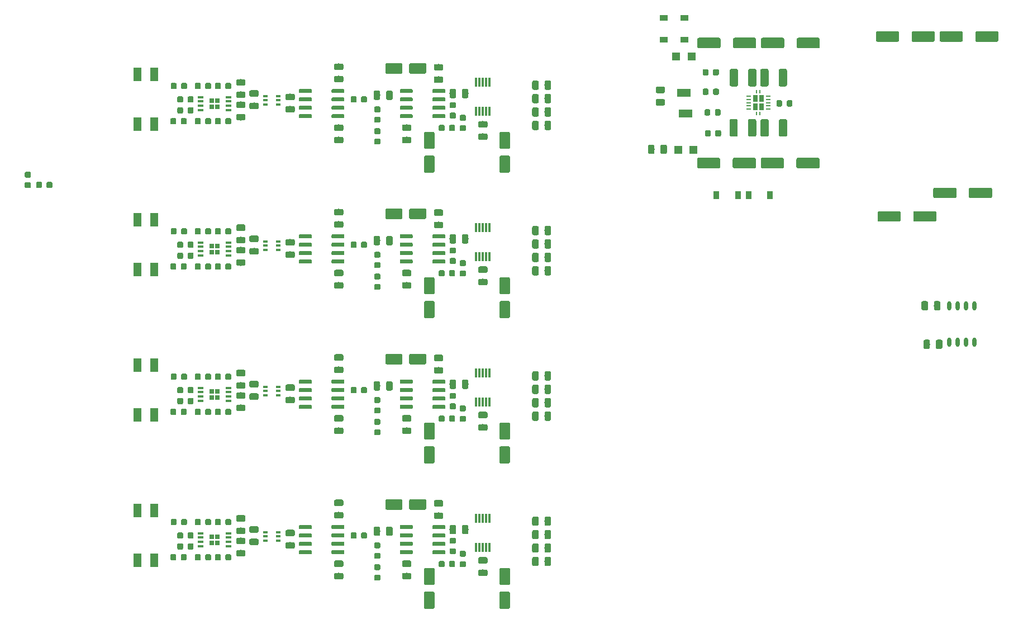
<source format=gbr>
G04 #@! TF.GenerationSoftware,KiCad,Pcbnew,(5.1.2)-1*
G04 #@! TF.CreationDate,2020-09-11T16:18:24+02:00*
G04 #@! TF.ProjectId,AFE_1CH_2V0,4146455f-3143-4485-9f32-56302e6b6963,3.1*
G04 #@! TF.SameCoordinates,Original*
G04 #@! TF.FileFunction,Paste,Top*
G04 #@! TF.FilePolarity,Positive*
%FSLAX46Y46*%
G04 Gerber Fmt 4.6, Leading zero omitted, Abs format (unit mm)*
G04 Created by KiCad (PCBNEW (5.1.2)-1) date 2020-09-11 16:18:24*
%MOMM*%
%LPD*%
G04 APERTURE LIST*
%ADD10C,0.100000*%
%ADD11C,0.600000*%
%ADD12C,0.975000*%
%ADD13R,0.650000X0.400000*%
%ADD14C,0.875000*%
%ADD15R,0.660000X0.760000*%
%ADD16R,0.890000X0.420000*%
%ADD17R,0.300000X1.400000*%
%ADD18C,1.600000*%
%ADD19R,1.200000X2.000000*%
%ADD20C,1.250000*%
%ADD21R,1.300000X1.300000*%
%ADD22R,2.000000X1.300000*%
%ADD23O,0.800000X0.230000*%
%ADD24R,0.230000X0.230000*%
%ADD25R,0.680000X1.050000*%
%ADD26R,0.260000X0.500000*%
%ADD27O,0.599999X1.397000*%
%ADD28R,0.900000X1.200000*%
%ADD29R,1.200000X0.900000*%
G04 APERTURE END LIST*
D10*
G36*
X149113703Y-59400722D02*
G01*
X149128264Y-59402882D01*
X149142543Y-59406459D01*
X149156403Y-59411418D01*
X149169710Y-59417712D01*
X149182336Y-59425280D01*
X149194159Y-59434048D01*
X149205066Y-59443934D01*
X149214952Y-59454841D01*
X149223720Y-59466664D01*
X149231288Y-59479290D01*
X149237582Y-59492597D01*
X149242541Y-59506457D01*
X149246118Y-59520736D01*
X149248278Y-59535297D01*
X149249000Y-59550000D01*
X149249000Y-59850000D01*
X149248278Y-59864703D01*
X149246118Y-59879264D01*
X149242541Y-59893543D01*
X149237582Y-59907403D01*
X149231288Y-59920710D01*
X149223720Y-59933336D01*
X149214952Y-59945159D01*
X149205066Y-59956066D01*
X149194159Y-59965952D01*
X149182336Y-59974720D01*
X149169710Y-59982288D01*
X149156403Y-59988582D01*
X149142543Y-59993541D01*
X149128264Y-59997118D01*
X149113703Y-59999278D01*
X149099000Y-60000000D01*
X147449000Y-60000000D01*
X147434297Y-59999278D01*
X147419736Y-59997118D01*
X147405457Y-59993541D01*
X147391597Y-59988582D01*
X147378290Y-59982288D01*
X147365664Y-59974720D01*
X147353841Y-59965952D01*
X147342934Y-59956066D01*
X147333048Y-59945159D01*
X147324280Y-59933336D01*
X147316712Y-59920710D01*
X147310418Y-59907403D01*
X147305459Y-59893543D01*
X147301882Y-59879264D01*
X147299722Y-59864703D01*
X147299000Y-59850000D01*
X147299000Y-59550000D01*
X147299722Y-59535297D01*
X147301882Y-59520736D01*
X147305459Y-59506457D01*
X147310418Y-59492597D01*
X147316712Y-59479290D01*
X147324280Y-59466664D01*
X147333048Y-59454841D01*
X147342934Y-59443934D01*
X147353841Y-59434048D01*
X147365664Y-59425280D01*
X147378290Y-59417712D01*
X147391597Y-59411418D01*
X147405457Y-59406459D01*
X147419736Y-59402882D01*
X147434297Y-59400722D01*
X147449000Y-59400000D01*
X149099000Y-59400000D01*
X149113703Y-59400722D01*
X149113703Y-59400722D01*
G37*
D11*
X148274000Y-59700000D03*
D10*
G36*
X149113703Y-60670722D02*
G01*
X149128264Y-60672882D01*
X149142543Y-60676459D01*
X149156403Y-60681418D01*
X149169710Y-60687712D01*
X149182336Y-60695280D01*
X149194159Y-60704048D01*
X149205066Y-60713934D01*
X149214952Y-60724841D01*
X149223720Y-60736664D01*
X149231288Y-60749290D01*
X149237582Y-60762597D01*
X149242541Y-60776457D01*
X149246118Y-60790736D01*
X149248278Y-60805297D01*
X149249000Y-60820000D01*
X149249000Y-61120000D01*
X149248278Y-61134703D01*
X149246118Y-61149264D01*
X149242541Y-61163543D01*
X149237582Y-61177403D01*
X149231288Y-61190710D01*
X149223720Y-61203336D01*
X149214952Y-61215159D01*
X149205066Y-61226066D01*
X149194159Y-61235952D01*
X149182336Y-61244720D01*
X149169710Y-61252288D01*
X149156403Y-61258582D01*
X149142543Y-61263541D01*
X149128264Y-61267118D01*
X149113703Y-61269278D01*
X149099000Y-61270000D01*
X147449000Y-61270000D01*
X147434297Y-61269278D01*
X147419736Y-61267118D01*
X147405457Y-61263541D01*
X147391597Y-61258582D01*
X147378290Y-61252288D01*
X147365664Y-61244720D01*
X147353841Y-61235952D01*
X147342934Y-61226066D01*
X147333048Y-61215159D01*
X147324280Y-61203336D01*
X147316712Y-61190710D01*
X147310418Y-61177403D01*
X147305459Y-61163543D01*
X147301882Y-61149264D01*
X147299722Y-61134703D01*
X147299000Y-61120000D01*
X147299000Y-60820000D01*
X147299722Y-60805297D01*
X147301882Y-60790736D01*
X147305459Y-60776457D01*
X147310418Y-60762597D01*
X147316712Y-60749290D01*
X147324280Y-60736664D01*
X147333048Y-60724841D01*
X147342934Y-60713934D01*
X147353841Y-60704048D01*
X147365664Y-60695280D01*
X147378290Y-60687712D01*
X147391597Y-60681418D01*
X147405457Y-60676459D01*
X147419736Y-60672882D01*
X147434297Y-60670722D01*
X147449000Y-60670000D01*
X149099000Y-60670000D01*
X149113703Y-60670722D01*
X149113703Y-60670722D01*
G37*
D11*
X148274000Y-60970000D03*
D10*
G36*
X149113703Y-61940722D02*
G01*
X149128264Y-61942882D01*
X149142543Y-61946459D01*
X149156403Y-61951418D01*
X149169710Y-61957712D01*
X149182336Y-61965280D01*
X149194159Y-61974048D01*
X149205066Y-61983934D01*
X149214952Y-61994841D01*
X149223720Y-62006664D01*
X149231288Y-62019290D01*
X149237582Y-62032597D01*
X149242541Y-62046457D01*
X149246118Y-62060736D01*
X149248278Y-62075297D01*
X149249000Y-62090000D01*
X149249000Y-62390000D01*
X149248278Y-62404703D01*
X149246118Y-62419264D01*
X149242541Y-62433543D01*
X149237582Y-62447403D01*
X149231288Y-62460710D01*
X149223720Y-62473336D01*
X149214952Y-62485159D01*
X149205066Y-62496066D01*
X149194159Y-62505952D01*
X149182336Y-62514720D01*
X149169710Y-62522288D01*
X149156403Y-62528582D01*
X149142543Y-62533541D01*
X149128264Y-62537118D01*
X149113703Y-62539278D01*
X149099000Y-62540000D01*
X147449000Y-62540000D01*
X147434297Y-62539278D01*
X147419736Y-62537118D01*
X147405457Y-62533541D01*
X147391597Y-62528582D01*
X147378290Y-62522288D01*
X147365664Y-62514720D01*
X147353841Y-62505952D01*
X147342934Y-62496066D01*
X147333048Y-62485159D01*
X147324280Y-62473336D01*
X147316712Y-62460710D01*
X147310418Y-62447403D01*
X147305459Y-62433543D01*
X147301882Y-62419264D01*
X147299722Y-62404703D01*
X147299000Y-62390000D01*
X147299000Y-62090000D01*
X147299722Y-62075297D01*
X147301882Y-62060736D01*
X147305459Y-62046457D01*
X147310418Y-62032597D01*
X147316712Y-62019290D01*
X147324280Y-62006664D01*
X147333048Y-61994841D01*
X147342934Y-61983934D01*
X147353841Y-61974048D01*
X147365664Y-61965280D01*
X147378290Y-61957712D01*
X147391597Y-61951418D01*
X147405457Y-61946459D01*
X147419736Y-61942882D01*
X147434297Y-61940722D01*
X147449000Y-61940000D01*
X149099000Y-61940000D01*
X149113703Y-61940722D01*
X149113703Y-61940722D01*
G37*
D11*
X148274000Y-62240000D03*
D10*
G36*
X149113703Y-63210722D02*
G01*
X149128264Y-63212882D01*
X149142543Y-63216459D01*
X149156403Y-63221418D01*
X149169710Y-63227712D01*
X149182336Y-63235280D01*
X149194159Y-63244048D01*
X149205066Y-63253934D01*
X149214952Y-63264841D01*
X149223720Y-63276664D01*
X149231288Y-63289290D01*
X149237582Y-63302597D01*
X149242541Y-63316457D01*
X149246118Y-63330736D01*
X149248278Y-63345297D01*
X149249000Y-63360000D01*
X149249000Y-63660000D01*
X149248278Y-63674703D01*
X149246118Y-63689264D01*
X149242541Y-63703543D01*
X149237582Y-63717403D01*
X149231288Y-63730710D01*
X149223720Y-63743336D01*
X149214952Y-63755159D01*
X149205066Y-63766066D01*
X149194159Y-63775952D01*
X149182336Y-63784720D01*
X149169710Y-63792288D01*
X149156403Y-63798582D01*
X149142543Y-63803541D01*
X149128264Y-63807118D01*
X149113703Y-63809278D01*
X149099000Y-63810000D01*
X147449000Y-63810000D01*
X147434297Y-63809278D01*
X147419736Y-63807118D01*
X147405457Y-63803541D01*
X147391597Y-63798582D01*
X147378290Y-63792288D01*
X147365664Y-63784720D01*
X147353841Y-63775952D01*
X147342934Y-63766066D01*
X147333048Y-63755159D01*
X147324280Y-63743336D01*
X147316712Y-63730710D01*
X147310418Y-63717403D01*
X147305459Y-63703543D01*
X147301882Y-63689264D01*
X147299722Y-63674703D01*
X147299000Y-63660000D01*
X147299000Y-63360000D01*
X147299722Y-63345297D01*
X147301882Y-63330736D01*
X147305459Y-63316457D01*
X147310418Y-63302597D01*
X147316712Y-63289290D01*
X147324280Y-63276664D01*
X147333048Y-63264841D01*
X147342934Y-63253934D01*
X147353841Y-63244048D01*
X147365664Y-63235280D01*
X147378290Y-63227712D01*
X147391597Y-63221418D01*
X147405457Y-63216459D01*
X147419736Y-63212882D01*
X147434297Y-63210722D01*
X147449000Y-63210000D01*
X149099000Y-63210000D01*
X149113703Y-63210722D01*
X149113703Y-63210722D01*
G37*
D11*
X148274000Y-63510000D03*
D10*
G36*
X154063703Y-63210722D02*
G01*
X154078264Y-63212882D01*
X154092543Y-63216459D01*
X154106403Y-63221418D01*
X154119710Y-63227712D01*
X154132336Y-63235280D01*
X154144159Y-63244048D01*
X154155066Y-63253934D01*
X154164952Y-63264841D01*
X154173720Y-63276664D01*
X154181288Y-63289290D01*
X154187582Y-63302597D01*
X154192541Y-63316457D01*
X154196118Y-63330736D01*
X154198278Y-63345297D01*
X154199000Y-63360000D01*
X154199000Y-63660000D01*
X154198278Y-63674703D01*
X154196118Y-63689264D01*
X154192541Y-63703543D01*
X154187582Y-63717403D01*
X154181288Y-63730710D01*
X154173720Y-63743336D01*
X154164952Y-63755159D01*
X154155066Y-63766066D01*
X154144159Y-63775952D01*
X154132336Y-63784720D01*
X154119710Y-63792288D01*
X154106403Y-63798582D01*
X154092543Y-63803541D01*
X154078264Y-63807118D01*
X154063703Y-63809278D01*
X154049000Y-63810000D01*
X152399000Y-63810000D01*
X152384297Y-63809278D01*
X152369736Y-63807118D01*
X152355457Y-63803541D01*
X152341597Y-63798582D01*
X152328290Y-63792288D01*
X152315664Y-63784720D01*
X152303841Y-63775952D01*
X152292934Y-63766066D01*
X152283048Y-63755159D01*
X152274280Y-63743336D01*
X152266712Y-63730710D01*
X152260418Y-63717403D01*
X152255459Y-63703543D01*
X152251882Y-63689264D01*
X152249722Y-63674703D01*
X152249000Y-63660000D01*
X152249000Y-63360000D01*
X152249722Y-63345297D01*
X152251882Y-63330736D01*
X152255459Y-63316457D01*
X152260418Y-63302597D01*
X152266712Y-63289290D01*
X152274280Y-63276664D01*
X152283048Y-63264841D01*
X152292934Y-63253934D01*
X152303841Y-63244048D01*
X152315664Y-63235280D01*
X152328290Y-63227712D01*
X152341597Y-63221418D01*
X152355457Y-63216459D01*
X152369736Y-63212882D01*
X152384297Y-63210722D01*
X152399000Y-63210000D01*
X154049000Y-63210000D01*
X154063703Y-63210722D01*
X154063703Y-63210722D01*
G37*
D11*
X153224000Y-63510000D03*
D10*
G36*
X154063703Y-61940722D02*
G01*
X154078264Y-61942882D01*
X154092543Y-61946459D01*
X154106403Y-61951418D01*
X154119710Y-61957712D01*
X154132336Y-61965280D01*
X154144159Y-61974048D01*
X154155066Y-61983934D01*
X154164952Y-61994841D01*
X154173720Y-62006664D01*
X154181288Y-62019290D01*
X154187582Y-62032597D01*
X154192541Y-62046457D01*
X154196118Y-62060736D01*
X154198278Y-62075297D01*
X154199000Y-62090000D01*
X154199000Y-62390000D01*
X154198278Y-62404703D01*
X154196118Y-62419264D01*
X154192541Y-62433543D01*
X154187582Y-62447403D01*
X154181288Y-62460710D01*
X154173720Y-62473336D01*
X154164952Y-62485159D01*
X154155066Y-62496066D01*
X154144159Y-62505952D01*
X154132336Y-62514720D01*
X154119710Y-62522288D01*
X154106403Y-62528582D01*
X154092543Y-62533541D01*
X154078264Y-62537118D01*
X154063703Y-62539278D01*
X154049000Y-62540000D01*
X152399000Y-62540000D01*
X152384297Y-62539278D01*
X152369736Y-62537118D01*
X152355457Y-62533541D01*
X152341597Y-62528582D01*
X152328290Y-62522288D01*
X152315664Y-62514720D01*
X152303841Y-62505952D01*
X152292934Y-62496066D01*
X152283048Y-62485159D01*
X152274280Y-62473336D01*
X152266712Y-62460710D01*
X152260418Y-62447403D01*
X152255459Y-62433543D01*
X152251882Y-62419264D01*
X152249722Y-62404703D01*
X152249000Y-62390000D01*
X152249000Y-62090000D01*
X152249722Y-62075297D01*
X152251882Y-62060736D01*
X152255459Y-62046457D01*
X152260418Y-62032597D01*
X152266712Y-62019290D01*
X152274280Y-62006664D01*
X152283048Y-61994841D01*
X152292934Y-61983934D01*
X152303841Y-61974048D01*
X152315664Y-61965280D01*
X152328290Y-61957712D01*
X152341597Y-61951418D01*
X152355457Y-61946459D01*
X152369736Y-61942882D01*
X152384297Y-61940722D01*
X152399000Y-61940000D01*
X154049000Y-61940000D01*
X154063703Y-61940722D01*
X154063703Y-61940722D01*
G37*
D11*
X153224000Y-62240000D03*
D10*
G36*
X154063703Y-60670722D02*
G01*
X154078264Y-60672882D01*
X154092543Y-60676459D01*
X154106403Y-60681418D01*
X154119710Y-60687712D01*
X154132336Y-60695280D01*
X154144159Y-60704048D01*
X154155066Y-60713934D01*
X154164952Y-60724841D01*
X154173720Y-60736664D01*
X154181288Y-60749290D01*
X154187582Y-60762597D01*
X154192541Y-60776457D01*
X154196118Y-60790736D01*
X154198278Y-60805297D01*
X154199000Y-60820000D01*
X154199000Y-61120000D01*
X154198278Y-61134703D01*
X154196118Y-61149264D01*
X154192541Y-61163543D01*
X154187582Y-61177403D01*
X154181288Y-61190710D01*
X154173720Y-61203336D01*
X154164952Y-61215159D01*
X154155066Y-61226066D01*
X154144159Y-61235952D01*
X154132336Y-61244720D01*
X154119710Y-61252288D01*
X154106403Y-61258582D01*
X154092543Y-61263541D01*
X154078264Y-61267118D01*
X154063703Y-61269278D01*
X154049000Y-61270000D01*
X152399000Y-61270000D01*
X152384297Y-61269278D01*
X152369736Y-61267118D01*
X152355457Y-61263541D01*
X152341597Y-61258582D01*
X152328290Y-61252288D01*
X152315664Y-61244720D01*
X152303841Y-61235952D01*
X152292934Y-61226066D01*
X152283048Y-61215159D01*
X152274280Y-61203336D01*
X152266712Y-61190710D01*
X152260418Y-61177403D01*
X152255459Y-61163543D01*
X152251882Y-61149264D01*
X152249722Y-61134703D01*
X152249000Y-61120000D01*
X152249000Y-60820000D01*
X152249722Y-60805297D01*
X152251882Y-60790736D01*
X152255459Y-60776457D01*
X152260418Y-60762597D01*
X152266712Y-60749290D01*
X152274280Y-60736664D01*
X152283048Y-60724841D01*
X152292934Y-60713934D01*
X152303841Y-60704048D01*
X152315664Y-60695280D01*
X152328290Y-60687712D01*
X152341597Y-60681418D01*
X152355457Y-60676459D01*
X152369736Y-60672882D01*
X152384297Y-60670722D01*
X152399000Y-60670000D01*
X154049000Y-60670000D01*
X154063703Y-60670722D01*
X154063703Y-60670722D01*
G37*
D11*
X153224000Y-60970000D03*
D10*
G36*
X154063703Y-59400722D02*
G01*
X154078264Y-59402882D01*
X154092543Y-59406459D01*
X154106403Y-59411418D01*
X154119710Y-59417712D01*
X154132336Y-59425280D01*
X154144159Y-59434048D01*
X154155066Y-59443934D01*
X154164952Y-59454841D01*
X154173720Y-59466664D01*
X154181288Y-59479290D01*
X154187582Y-59492597D01*
X154192541Y-59506457D01*
X154196118Y-59520736D01*
X154198278Y-59535297D01*
X154199000Y-59550000D01*
X154199000Y-59850000D01*
X154198278Y-59864703D01*
X154196118Y-59879264D01*
X154192541Y-59893543D01*
X154187582Y-59907403D01*
X154181288Y-59920710D01*
X154173720Y-59933336D01*
X154164952Y-59945159D01*
X154155066Y-59956066D01*
X154144159Y-59965952D01*
X154132336Y-59974720D01*
X154119710Y-59982288D01*
X154106403Y-59988582D01*
X154092543Y-59993541D01*
X154078264Y-59997118D01*
X154063703Y-59999278D01*
X154049000Y-60000000D01*
X152399000Y-60000000D01*
X152384297Y-59999278D01*
X152369736Y-59997118D01*
X152355457Y-59993541D01*
X152341597Y-59988582D01*
X152328290Y-59982288D01*
X152315664Y-59974720D01*
X152303841Y-59965952D01*
X152292934Y-59956066D01*
X152283048Y-59945159D01*
X152274280Y-59933336D01*
X152266712Y-59920710D01*
X152260418Y-59907403D01*
X152255459Y-59893543D01*
X152251882Y-59879264D01*
X152249722Y-59864703D01*
X152249000Y-59850000D01*
X152249000Y-59550000D01*
X152249722Y-59535297D01*
X152251882Y-59520736D01*
X152255459Y-59506457D01*
X152260418Y-59492597D01*
X152266712Y-59479290D01*
X152274280Y-59466664D01*
X152283048Y-59454841D01*
X152292934Y-59443934D01*
X152303841Y-59434048D01*
X152315664Y-59425280D01*
X152328290Y-59417712D01*
X152341597Y-59411418D01*
X152355457Y-59406459D01*
X152369736Y-59402882D01*
X152384297Y-59400722D01*
X152399000Y-59400000D01*
X154049000Y-59400000D01*
X154063703Y-59400722D01*
X154063703Y-59400722D01*
G37*
D11*
X153224000Y-59700000D03*
D10*
G36*
X149113703Y-81410722D02*
G01*
X149128264Y-81412882D01*
X149142543Y-81416459D01*
X149156403Y-81421418D01*
X149169710Y-81427712D01*
X149182336Y-81435280D01*
X149194159Y-81444048D01*
X149205066Y-81453934D01*
X149214952Y-81464841D01*
X149223720Y-81476664D01*
X149231288Y-81489290D01*
X149237582Y-81502597D01*
X149242541Y-81516457D01*
X149246118Y-81530736D01*
X149248278Y-81545297D01*
X149249000Y-81560000D01*
X149249000Y-81860000D01*
X149248278Y-81874703D01*
X149246118Y-81889264D01*
X149242541Y-81903543D01*
X149237582Y-81917403D01*
X149231288Y-81930710D01*
X149223720Y-81943336D01*
X149214952Y-81955159D01*
X149205066Y-81966066D01*
X149194159Y-81975952D01*
X149182336Y-81984720D01*
X149169710Y-81992288D01*
X149156403Y-81998582D01*
X149142543Y-82003541D01*
X149128264Y-82007118D01*
X149113703Y-82009278D01*
X149099000Y-82010000D01*
X147449000Y-82010000D01*
X147434297Y-82009278D01*
X147419736Y-82007118D01*
X147405457Y-82003541D01*
X147391597Y-81998582D01*
X147378290Y-81992288D01*
X147365664Y-81984720D01*
X147353841Y-81975952D01*
X147342934Y-81966066D01*
X147333048Y-81955159D01*
X147324280Y-81943336D01*
X147316712Y-81930710D01*
X147310418Y-81917403D01*
X147305459Y-81903543D01*
X147301882Y-81889264D01*
X147299722Y-81874703D01*
X147299000Y-81860000D01*
X147299000Y-81560000D01*
X147299722Y-81545297D01*
X147301882Y-81530736D01*
X147305459Y-81516457D01*
X147310418Y-81502597D01*
X147316712Y-81489290D01*
X147324280Y-81476664D01*
X147333048Y-81464841D01*
X147342934Y-81453934D01*
X147353841Y-81444048D01*
X147365664Y-81435280D01*
X147378290Y-81427712D01*
X147391597Y-81421418D01*
X147405457Y-81416459D01*
X147419736Y-81412882D01*
X147434297Y-81410722D01*
X147449000Y-81410000D01*
X149099000Y-81410000D01*
X149113703Y-81410722D01*
X149113703Y-81410722D01*
G37*
D11*
X148274000Y-81710000D03*
D10*
G36*
X149113703Y-82680722D02*
G01*
X149128264Y-82682882D01*
X149142543Y-82686459D01*
X149156403Y-82691418D01*
X149169710Y-82697712D01*
X149182336Y-82705280D01*
X149194159Y-82714048D01*
X149205066Y-82723934D01*
X149214952Y-82734841D01*
X149223720Y-82746664D01*
X149231288Y-82759290D01*
X149237582Y-82772597D01*
X149242541Y-82786457D01*
X149246118Y-82800736D01*
X149248278Y-82815297D01*
X149249000Y-82830000D01*
X149249000Y-83130000D01*
X149248278Y-83144703D01*
X149246118Y-83159264D01*
X149242541Y-83173543D01*
X149237582Y-83187403D01*
X149231288Y-83200710D01*
X149223720Y-83213336D01*
X149214952Y-83225159D01*
X149205066Y-83236066D01*
X149194159Y-83245952D01*
X149182336Y-83254720D01*
X149169710Y-83262288D01*
X149156403Y-83268582D01*
X149142543Y-83273541D01*
X149128264Y-83277118D01*
X149113703Y-83279278D01*
X149099000Y-83280000D01*
X147449000Y-83280000D01*
X147434297Y-83279278D01*
X147419736Y-83277118D01*
X147405457Y-83273541D01*
X147391597Y-83268582D01*
X147378290Y-83262288D01*
X147365664Y-83254720D01*
X147353841Y-83245952D01*
X147342934Y-83236066D01*
X147333048Y-83225159D01*
X147324280Y-83213336D01*
X147316712Y-83200710D01*
X147310418Y-83187403D01*
X147305459Y-83173543D01*
X147301882Y-83159264D01*
X147299722Y-83144703D01*
X147299000Y-83130000D01*
X147299000Y-82830000D01*
X147299722Y-82815297D01*
X147301882Y-82800736D01*
X147305459Y-82786457D01*
X147310418Y-82772597D01*
X147316712Y-82759290D01*
X147324280Y-82746664D01*
X147333048Y-82734841D01*
X147342934Y-82723934D01*
X147353841Y-82714048D01*
X147365664Y-82705280D01*
X147378290Y-82697712D01*
X147391597Y-82691418D01*
X147405457Y-82686459D01*
X147419736Y-82682882D01*
X147434297Y-82680722D01*
X147449000Y-82680000D01*
X149099000Y-82680000D01*
X149113703Y-82680722D01*
X149113703Y-82680722D01*
G37*
D11*
X148274000Y-82980000D03*
D10*
G36*
X149113703Y-83950722D02*
G01*
X149128264Y-83952882D01*
X149142543Y-83956459D01*
X149156403Y-83961418D01*
X149169710Y-83967712D01*
X149182336Y-83975280D01*
X149194159Y-83984048D01*
X149205066Y-83993934D01*
X149214952Y-84004841D01*
X149223720Y-84016664D01*
X149231288Y-84029290D01*
X149237582Y-84042597D01*
X149242541Y-84056457D01*
X149246118Y-84070736D01*
X149248278Y-84085297D01*
X149249000Y-84100000D01*
X149249000Y-84400000D01*
X149248278Y-84414703D01*
X149246118Y-84429264D01*
X149242541Y-84443543D01*
X149237582Y-84457403D01*
X149231288Y-84470710D01*
X149223720Y-84483336D01*
X149214952Y-84495159D01*
X149205066Y-84506066D01*
X149194159Y-84515952D01*
X149182336Y-84524720D01*
X149169710Y-84532288D01*
X149156403Y-84538582D01*
X149142543Y-84543541D01*
X149128264Y-84547118D01*
X149113703Y-84549278D01*
X149099000Y-84550000D01*
X147449000Y-84550000D01*
X147434297Y-84549278D01*
X147419736Y-84547118D01*
X147405457Y-84543541D01*
X147391597Y-84538582D01*
X147378290Y-84532288D01*
X147365664Y-84524720D01*
X147353841Y-84515952D01*
X147342934Y-84506066D01*
X147333048Y-84495159D01*
X147324280Y-84483336D01*
X147316712Y-84470710D01*
X147310418Y-84457403D01*
X147305459Y-84443543D01*
X147301882Y-84429264D01*
X147299722Y-84414703D01*
X147299000Y-84400000D01*
X147299000Y-84100000D01*
X147299722Y-84085297D01*
X147301882Y-84070736D01*
X147305459Y-84056457D01*
X147310418Y-84042597D01*
X147316712Y-84029290D01*
X147324280Y-84016664D01*
X147333048Y-84004841D01*
X147342934Y-83993934D01*
X147353841Y-83984048D01*
X147365664Y-83975280D01*
X147378290Y-83967712D01*
X147391597Y-83961418D01*
X147405457Y-83956459D01*
X147419736Y-83952882D01*
X147434297Y-83950722D01*
X147449000Y-83950000D01*
X149099000Y-83950000D01*
X149113703Y-83950722D01*
X149113703Y-83950722D01*
G37*
D11*
X148274000Y-84250000D03*
D10*
G36*
X149113703Y-85220722D02*
G01*
X149128264Y-85222882D01*
X149142543Y-85226459D01*
X149156403Y-85231418D01*
X149169710Y-85237712D01*
X149182336Y-85245280D01*
X149194159Y-85254048D01*
X149205066Y-85263934D01*
X149214952Y-85274841D01*
X149223720Y-85286664D01*
X149231288Y-85299290D01*
X149237582Y-85312597D01*
X149242541Y-85326457D01*
X149246118Y-85340736D01*
X149248278Y-85355297D01*
X149249000Y-85370000D01*
X149249000Y-85670000D01*
X149248278Y-85684703D01*
X149246118Y-85699264D01*
X149242541Y-85713543D01*
X149237582Y-85727403D01*
X149231288Y-85740710D01*
X149223720Y-85753336D01*
X149214952Y-85765159D01*
X149205066Y-85776066D01*
X149194159Y-85785952D01*
X149182336Y-85794720D01*
X149169710Y-85802288D01*
X149156403Y-85808582D01*
X149142543Y-85813541D01*
X149128264Y-85817118D01*
X149113703Y-85819278D01*
X149099000Y-85820000D01*
X147449000Y-85820000D01*
X147434297Y-85819278D01*
X147419736Y-85817118D01*
X147405457Y-85813541D01*
X147391597Y-85808582D01*
X147378290Y-85802288D01*
X147365664Y-85794720D01*
X147353841Y-85785952D01*
X147342934Y-85776066D01*
X147333048Y-85765159D01*
X147324280Y-85753336D01*
X147316712Y-85740710D01*
X147310418Y-85727403D01*
X147305459Y-85713543D01*
X147301882Y-85699264D01*
X147299722Y-85684703D01*
X147299000Y-85670000D01*
X147299000Y-85370000D01*
X147299722Y-85355297D01*
X147301882Y-85340736D01*
X147305459Y-85326457D01*
X147310418Y-85312597D01*
X147316712Y-85299290D01*
X147324280Y-85286664D01*
X147333048Y-85274841D01*
X147342934Y-85263934D01*
X147353841Y-85254048D01*
X147365664Y-85245280D01*
X147378290Y-85237712D01*
X147391597Y-85231418D01*
X147405457Y-85226459D01*
X147419736Y-85222882D01*
X147434297Y-85220722D01*
X147449000Y-85220000D01*
X149099000Y-85220000D01*
X149113703Y-85220722D01*
X149113703Y-85220722D01*
G37*
D11*
X148274000Y-85520000D03*
D10*
G36*
X154063703Y-85220722D02*
G01*
X154078264Y-85222882D01*
X154092543Y-85226459D01*
X154106403Y-85231418D01*
X154119710Y-85237712D01*
X154132336Y-85245280D01*
X154144159Y-85254048D01*
X154155066Y-85263934D01*
X154164952Y-85274841D01*
X154173720Y-85286664D01*
X154181288Y-85299290D01*
X154187582Y-85312597D01*
X154192541Y-85326457D01*
X154196118Y-85340736D01*
X154198278Y-85355297D01*
X154199000Y-85370000D01*
X154199000Y-85670000D01*
X154198278Y-85684703D01*
X154196118Y-85699264D01*
X154192541Y-85713543D01*
X154187582Y-85727403D01*
X154181288Y-85740710D01*
X154173720Y-85753336D01*
X154164952Y-85765159D01*
X154155066Y-85776066D01*
X154144159Y-85785952D01*
X154132336Y-85794720D01*
X154119710Y-85802288D01*
X154106403Y-85808582D01*
X154092543Y-85813541D01*
X154078264Y-85817118D01*
X154063703Y-85819278D01*
X154049000Y-85820000D01*
X152399000Y-85820000D01*
X152384297Y-85819278D01*
X152369736Y-85817118D01*
X152355457Y-85813541D01*
X152341597Y-85808582D01*
X152328290Y-85802288D01*
X152315664Y-85794720D01*
X152303841Y-85785952D01*
X152292934Y-85776066D01*
X152283048Y-85765159D01*
X152274280Y-85753336D01*
X152266712Y-85740710D01*
X152260418Y-85727403D01*
X152255459Y-85713543D01*
X152251882Y-85699264D01*
X152249722Y-85684703D01*
X152249000Y-85670000D01*
X152249000Y-85370000D01*
X152249722Y-85355297D01*
X152251882Y-85340736D01*
X152255459Y-85326457D01*
X152260418Y-85312597D01*
X152266712Y-85299290D01*
X152274280Y-85286664D01*
X152283048Y-85274841D01*
X152292934Y-85263934D01*
X152303841Y-85254048D01*
X152315664Y-85245280D01*
X152328290Y-85237712D01*
X152341597Y-85231418D01*
X152355457Y-85226459D01*
X152369736Y-85222882D01*
X152384297Y-85220722D01*
X152399000Y-85220000D01*
X154049000Y-85220000D01*
X154063703Y-85220722D01*
X154063703Y-85220722D01*
G37*
D11*
X153224000Y-85520000D03*
D10*
G36*
X154063703Y-83950722D02*
G01*
X154078264Y-83952882D01*
X154092543Y-83956459D01*
X154106403Y-83961418D01*
X154119710Y-83967712D01*
X154132336Y-83975280D01*
X154144159Y-83984048D01*
X154155066Y-83993934D01*
X154164952Y-84004841D01*
X154173720Y-84016664D01*
X154181288Y-84029290D01*
X154187582Y-84042597D01*
X154192541Y-84056457D01*
X154196118Y-84070736D01*
X154198278Y-84085297D01*
X154199000Y-84100000D01*
X154199000Y-84400000D01*
X154198278Y-84414703D01*
X154196118Y-84429264D01*
X154192541Y-84443543D01*
X154187582Y-84457403D01*
X154181288Y-84470710D01*
X154173720Y-84483336D01*
X154164952Y-84495159D01*
X154155066Y-84506066D01*
X154144159Y-84515952D01*
X154132336Y-84524720D01*
X154119710Y-84532288D01*
X154106403Y-84538582D01*
X154092543Y-84543541D01*
X154078264Y-84547118D01*
X154063703Y-84549278D01*
X154049000Y-84550000D01*
X152399000Y-84550000D01*
X152384297Y-84549278D01*
X152369736Y-84547118D01*
X152355457Y-84543541D01*
X152341597Y-84538582D01*
X152328290Y-84532288D01*
X152315664Y-84524720D01*
X152303841Y-84515952D01*
X152292934Y-84506066D01*
X152283048Y-84495159D01*
X152274280Y-84483336D01*
X152266712Y-84470710D01*
X152260418Y-84457403D01*
X152255459Y-84443543D01*
X152251882Y-84429264D01*
X152249722Y-84414703D01*
X152249000Y-84400000D01*
X152249000Y-84100000D01*
X152249722Y-84085297D01*
X152251882Y-84070736D01*
X152255459Y-84056457D01*
X152260418Y-84042597D01*
X152266712Y-84029290D01*
X152274280Y-84016664D01*
X152283048Y-84004841D01*
X152292934Y-83993934D01*
X152303841Y-83984048D01*
X152315664Y-83975280D01*
X152328290Y-83967712D01*
X152341597Y-83961418D01*
X152355457Y-83956459D01*
X152369736Y-83952882D01*
X152384297Y-83950722D01*
X152399000Y-83950000D01*
X154049000Y-83950000D01*
X154063703Y-83950722D01*
X154063703Y-83950722D01*
G37*
D11*
X153224000Y-84250000D03*
D10*
G36*
X154063703Y-82680722D02*
G01*
X154078264Y-82682882D01*
X154092543Y-82686459D01*
X154106403Y-82691418D01*
X154119710Y-82697712D01*
X154132336Y-82705280D01*
X154144159Y-82714048D01*
X154155066Y-82723934D01*
X154164952Y-82734841D01*
X154173720Y-82746664D01*
X154181288Y-82759290D01*
X154187582Y-82772597D01*
X154192541Y-82786457D01*
X154196118Y-82800736D01*
X154198278Y-82815297D01*
X154199000Y-82830000D01*
X154199000Y-83130000D01*
X154198278Y-83144703D01*
X154196118Y-83159264D01*
X154192541Y-83173543D01*
X154187582Y-83187403D01*
X154181288Y-83200710D01*
X154173720Y-83213336D01*
X154164952Y-83225159D01*
X154155066Y-83236066D01*
X154144159Y-83245952D01*
X154132336Y-83254720D01*
X154119710Y-83262288D01*
X154106403Y-83268582D01*
X154092543Y-83273541D01*
X154078264Y-83277118D01*
X154063703Y-83279278D01*
X154049000Y-83280000D01*
X152399000Y-83280000D01*
X152384297Y-83279278D01*
X152369736Y-83277118D01*
X152355457Y-83273541D01*
X152341597Y-83268582D01*
X152328290Y-83262288D01*
X152315664Y-83254720D01*
X152303841Y-83245952D01*
X152292934Y-83236066D01*
X152283048Y-83225159D01*
X152274280Y-83213336D01*
X152266712Y-83200710D01*
X152260418Y-83187403D01*
X152255459Y-83173543D01*
X152251882Y-83159264D01*
X152249722Y-83144703D01*
X152249000Y-83130000D01*
X152249000Y-82830000D01*
X152249722Y-82815297D01*
X152251882Y-82800736D01*
X152255459Y-82786457D01*
X152260418Y-82772597D01*
X152266712Y-82759290D01*
X152274280Y-82746664D01*
X152283048Y-82734841D01*
X152292934Y-82723934D01*
X152303841Y-82714048D01*
X152315664Y-82705280D01*
X152328290Y-82697712D01*
X152341597Y-82691418D01*
X152355457Y-82686459D01*
X152369736Y-82682882D01*
X152384297Y-82680722D01*
X152399000Y-82680000D01*
X154049000Y-82680000D01*
X154063703Y-82680722D01*
X154063703Y-82680722D01*
G37*
D11*
X153224000Y-82980000D03*
D10*
G36*
X154063703Y-81410722D02*
G01*
X154078264Y-81412882D01*
X154092543Y-81416459D01*
X154106403Y-81421418D01*
X154119710Y-81427712D01*
X154132336Y-81435280D01*
X154144159Y-81444048D01*
X154155066Y-81453934D01*
X154164952Y-81464841D01*
X154173720Y-81476664D01*
X154181288Y-81489290D01*
X154187582Y-81502597D01*
X154192541Y-81516457D01*
X154196118Y-81530736D01*
X154198278Y-81545297D01*
X154199000Y-81560000D01*
X154199000Y-81860000D01*
X154198278Y-81874703D01*
X154196118Y-81889264D01*
X154192541Y-81903543D01*
X154187582Y-81917403D01*
X154181288Y-81930710D01*
X154173720Y-81943336D01*
X154164952Y-81955159D01*
X154155066Y-81966066D01*
X154144159Y-81975952D01*
X154132336Y-81984720D01*
X154119710Y-81992288D01*
X154106403Y-81998582D01*
X154092543Y-82003541D01*
X154078264Y-82007118D01*
X154063703Y-82009278D01*
X154049000Y-82010000D01*
X152399000Y-82010000D01*
X152384297Y-82009278D01*
X152369736Y-82007118D01*
X152355457Y-82003541D01*
X152341597Y-81998582D01*
X152328290Y-81992288D01*
X152315664Y-81984720D01*
X152303841Y-81975952D01*
X152292934Y-81966066D01*
X152283048Y-81955159D01*
X152274280Y-81943336D01*
X152266712Y-81930710D01*
X152260418Y-81917403D01*
X152255459Y-81903543D01*
X152251882Y-81889264D01*
X152249722Y-81874703D01*
X152249000Y-81860000D01*
X152249000Y-81560000D01*
X152249722Y-81545297D01*
X152251882Y-81530736D01*
X152255459Y-81516457D01*
X152260418Y-81502597D01*
X152266712Y-81489290D01*
X152274280Y-81476664D01*
X152283048Y-81464841D01*
X152292934Y-81453934D01*
X152303841Y-81444048D01*
X152315664Y-81435280D01*
X152328290Y-81427712D01*
X152341597Y-81421418D01*
X152355457Y-81416459D01*
X152369736Y-81412882D01*
X152384297Y-81410722D01*
X152399000Y-81410000D01*
X154049000Y-81410000D01*
X154063703Y-81410722D01*
X154063703Y-81410722D01*
G37*
D11*
X153224000Y-81710000D03*
D10*
G36*
X149113703Y-103420722D02*
G01*
X149128264Y-103422882D01*
X149142543Y-103426459D01*
X149156403Y-103431418D01*
X149169710Y-103437712D01*
X149182336Y-103445280D01*
X149194159Y-103454048D01*
X149205066Y-103463934D01*
X149214952Y-103474841D01*
X149223720Y-103486664D01*
X149231288Y-103499290D01*
X149237582Y-103512597D01*
X149242541Y-103526457D01*
X149246118Y-103540736D01*
X149248278Y-103555297D01*
X149249000Y-103570000D01*
X149249000Y-103870000D01*
X149248278Y-103884703D01*
X149246118Y-103899264D01*
X149242541Y-103913543D01*
X149237582Y-103927403D01*
X149231288Y-103940710D01*
X149223720Y-103953336D01*
X149214952Y-103965159D01*
X149205066Y-103976066D01*
X149194159Y-103985952D01*
X149182336Y-103994720D01*
X149169710Y-104002288D01*
X149156403Y-104008582D01*
X149142543Y-104013541D01*
X149128264Y-104017118D01*
X149113703Y-104019278D01*
X149099000Y-104020000D01*
X147449000Y-104020000D01*
X147434297Y-104019278D01*
X147419736Y-104017118D01*
X147405457Y-104013541D01*
X147391597Y-104008582D01*
X147378290Y-104002288D01*
X147365664Y-103994720D01*
X147353841Y-103985952D01*
X147342934Y-103976066D01*
X147333048Y-103965159D01*
X147324280Y-103953336D01*
X147316712Y-103940710D01*
X147310418Y-103927403D01*
X147305459Y-103913543D01*
X147301882Y-103899264D01*
X147299722Y-103884703D01*
X147299000Y-103870000D01*
X147299000Y-103570000D01*
X147299722Y-103555297D01*
X147301882Y-103540736D01*
X147305459Y-103526457D01*
X147310418Y-103512597D01*
X147316712Y-103499290D01*
X147324280Y-103486664D01*
X147333048Y-103474841D01*
X147342934Y-103463934D01*
X147353841Y-103454048D01*
X147365664Y-103445280D01*
X147378290Y-103437712D01*
X147391597Y-103431418D01*
X147405457Y-103426459D01*
X147419736Y-103422882D01*
X147434297Y-103420722D01*
X147449000Y-103420000D01*
X149099000Y-103420000D01*
X149113703Y-103420722D01*
X149113703Y-103420722D01*
G37*
D11*
X148274000Y-103720000D03*
D10*
G36*
X149113703Y-104690722D02*
G01*
X149128264Y-104692882D01*
X149142543Y-104696459D01*
X149156403Y-104701418D01*
X149169710Y-104707712D01*
X149182336Y-104715280D01*
X149194159Y-104724048D01*
X149205066Y-104733934D01*
X149214952Y-104744841D01*
X149223720Y-104756664D01*
X149231288Y-104769290D01*
X149237582Y-104782597D01*
X149242541Y-104796457D01*
X149246118Y-104810736D01*
X149248278Y-104825297D01*
X149249000Y-104840000D01*
X149249000Y-105140000D01*
X149248278Y-105154703D01*
X149246118Y-105169264D01*
X149242541Y-105183543D01*
X149237582Y-105197403D01*
X149231288Y-105210710D01*
X149223720Y-105223336D01*
X149214952Y-105235159D01*
X149205066Y-105246066D01*
X149194159Y-105255952D01*
X149182336Y-105264720D01*
X149169710Y-105272288D01*
X149156403Y-105278582D01*
X149142543Y-105283541D01*
X149128264Y-105287118D01*
X149113703Y-105289278D01*
X149099000Y-105290000D01*
X147449000Y-105290000D01*
X147434297Y-105289278D01*
X147419736Y-105287118D01*
X147405457Y-105283541D01*
X147391597Y-105278582D01*
X147378290Y-105272288D01*
X147365664Y-105264720D01*
X147353841Y-105255952D01*
X147342934Y-105246066D01*
X147333048Y-105235159D01*
X147324280Y-105223336D01*
X147316712Y-105210710D01*
X147310418Y-105197403D01*
X147305459Y-105183543D01*
X147301882Y-105169264D01*
X147299722Y-105154703D01*
X147299000Y-105140000D01*
X147299000Y-104840000D01*
X147299722Y-104825297D01*
X147301882Y-104810736D01*
X147305459Y-104796457D01*
X147310418Y-104782597D01*
X147316712Y-104769290D01*
X147324280Y-104756664D01*
X147333048Y-104744841D01*
X147342934Y-104733934D01*
X147353841Y-104724048D01*
X147365664Y-104715280D01*
X147378290Y-104707712D01*
X147391597Y-104701418D01*
X147405457Y-104696459D01*
X147419736Y-104692882D01*
X147434297Y-104690722D01*
X147449000Y-104690000D01*
X149099000Y-104690000D01*
X149113703Y-104690722D01*
X149113703Y-104690722D01*
G37*
D11*
X148274000Y-104990000D03*
D10*
G36*
X149113703Y-105960722D02*
G01*
X149128264Y-105962882D01*
X149142543Y-105966459D01*
X149156403Y-105971418D01*
X149169710Y-105977712D01*
X149182336Y-105985280D01*
X149194159Y-105994048D01*
X149205066Y-106003934D01*
X149214952Y-106014841D01*
X149223720Y-106026664D01*
X149231288Y-106039290D01*
X149237582Y-106052597D01*
X149242541Y-106066457D01*
X149246118Y-106080736D01*
X149248278Y-106095297D01*
X149249000Y-106110000D01*
X149249000Y-106410000D01*
X149248278Y-106424703D01*
X149246118Y-106439264D01*
X149242541Y-106453543D01*
X149237582Y-106467403D01*
X149231288Y-106480710D01*
X149223720Y-106493336D01*
X149214952Y-106505159D01*
X149205066Y-106516066D01*
X149194159Y-106525952D01*
X149182336Y-106534720D01*
X149169710Y-106542288D01*
X149156403Y-106548582D01*
X149142543Y-106553541D01*
X149128264Y-106557118D01*
X149113703Y-106559278D01*
X149099000Y-106560000D01*
X147449000Y-106560000D01*
X147434297Y-106559278D01*
X147419736Y-106557118D01*
X147405457Y-106553541D01*
X147391597Y-106548582D01*
X147378290Y-106542288D01*
X147365664Y-106534720D01*
X147353841Y-106525952D01*
X147342934Y-106516066D01*
X147333048Y-106505159D01*
X147324280Y-106493336D01*
X147316712Y-106480710D01*
X147310418Y-106467403D01*
X147305459Y-106453543D01*
X147301882Y-106439264D01*
X147299722Y-106424703D01*
X147299000Y-106410000D01*
X147299000Y-106110000D01*
X147299722Y-106095297D01*
X147301882Y-106080736D01*
X147305459Y-106066457D01*
X147310418Y-106052597D01*
X147316712Y-106039290D01*
X147324280Y-106026664D01*
X147333048Y-106014841D01*
X147342934Y-106003934D01*
X147353841Y-105994048D01*
X147365664Y-105985280D01*
X147378290Y-105977712D01*
X147391597Y-105971418D01*
X147405457Y-105966459D01*
X147419736Y-105962882D01*
X147434297Y-105960722D01*
X147449000Y-105960000D01*
X149099000Y-105960000D01*
X149113703Y-105960722D01*
X149113703Y-105960722D01*
G37*
D11*
X148274000Y-106260000D03*
D10*
G36*
X149113703Y-107230722D02*
G01*
X149128264Y-107232882D01*
X149142543Y-107236459D01*
X149156403Y-107241418D01*
X149169710Y-107247712D01*
X149182336Y-107255280D01*
X149194159Y-107264048D01*
X149205066Y-107273934D01*
X149214952Y-107284841D01*
X149223720Y-107296664D01*
X149231288Y-107309290D01*
X149237582Y-107322597D01*
X149242541Y-107336457D01*
X149246118Y-107350736D01*
X149248278Y-107365297D01*
X149249000Y-107380000D01*
X149249000Y-107680000D01*
X149248278Y-107694703D01*
X149246118Y-107709264D01*
X149242541Y-107723543D01*
X149237582Y-107737403D01*
X149231288Y-107750710D01*
X149223720Y-107763336D01*
X149214952Y-107775159D01*
X149205066Y-107786066D01*
X149194159Y-107795952D01*
X149182336Y-107804720D01*
X149169710Y-107812288D01*
X149156403Y-107818582D01*
X149142543Y-107823541D01*
X149128264Y-107827118D01*
X149113703Y-107829278D01*
X149099000Y-107830000D01*
X147449000Y-107830000D01*
X147434297Y-107829278D01*
X147419736Y-107827118D01*
X147405457Y-107823541D01*
X147391597Y-107818582D01*
X147378290Y-107812288D01*
X147365664Y-107804720D01*
X147353841Y-107795952D01*
X147342934Y-107786066D01*
X147333048Y-107775159D01*
X147324280Y-107763336D01*
X147316712Y-107750710D01*
X147310418Y-107737403D01*
X147305459Y-107723543D01*
X147301882Y-107709264D01*
X147299722Y-107694703D01*
X147299000Y-107680000D01*
X147299000Y-107380000D01*
X147299722Y-107365297D01*
X147301882Y-107350736D01*
X147305459Y-107336457D01*
X147310418Y-107322597D01*
X147316712Y-107309290D01*
X147324280Y-107296664D01*
X147333048Y-107284841D01*
X147342934Y-107273934D01*
X147353841Y-107264048D01*
X147365664Y-107255280D01*
X147378290Y-107247712D01*
X147391597Y-107241418D01*
X147405457Y-107236459D01*
X147419736Y-107232882D01*
X147434297Y-107230722D01*
X147449000Y-107230000D01*
X149099000Y-107230000D01*
X149113703Y-107230722D01*
X149113703Y-107230722D01*
G37*
D11*
X148274000Y-107530000D03*
D10*
G36*
X154063703Y-107230722D02*
G01*
X154078264Y-107232882D01*
X154092543Y-107236459D01*
X154106403Y-107241418D01*
X154119710Y-107247712D01*
X154132336Y-107255280D01*
X154144159Y-107264048D01*
X154155066Y-107273934D01*
X154164952Y-107284841D01*
X154173720Y-107296664D01*
X154181288Y-107309290D01*
X154187582Y-107322597D01*
X154192541Y-107336457D01*
X154196118Y-107350736D01*
X154198278Y-107365297D01*
X154199000Y-107380000D01*
X154199000Y-107680000D01*
X154198278Y-107694703D01*
X154196118Y-107709264D01*
X154192541Y-107723543D01*
X154187582Y-107737403D01*
X154181288Y-107750710D01*
X154173720Y-107763336D01*
X154164952Y-107775159D01*
X154155066Y-107786066D01*
X154144159Y-107795952D01*
X154132336Y-107804720D01*
X154119710Y-107812288D01*
X154106403Y-107818582D01*
X154092543Y-107823541D01*
X154078264Y-107827118D01*
X154063703Y-107829278D01*
X154049000Y-107830000D01*
X152399000Y-107830000D01*
X152384297Y-107829278D01*
X152369736Y-107827118D01*
X152355457Y-107823541D01*
X152341597Y-107818582D01*
X152328290Y-107812288D01*
X152315664Y-107804720D01*
X152303841Y-107795952D01*
X152292934Y-107786066D01*
X152283048Y-107775159D01*
X152274280Y-107763336D01*
X152266712Y-107750710D01*
X152260418Y-107737403D01*
X152255459Y-107723543D01*
X152251882Y-107709264D01*
X152249722Y-107694703D01*
X152249000Y-107680000D01*
X152249000Y-107380000D01*
X152249722Y-107365297D01*
X152251882Y-107350736D01*
X152255459Y-107336457D01*
X152260418Y-107322597D01*
X152266712Y-107309290D01*
X152274280Y-107296664D01*
X152283048Y-107284841D01*
X152292934Y-107273934D01*
X152303841Y-107264048D01*
X152315664Y-107255280D01*
X152328290Y-107247712D01*
X152341597Y-107241418D01*
X152355457Y-107236459D01*
X152369736Y-107232882D01*
X152384297Y-107230722D01*
X152399000Y-107230000D01*
X154049000Y-107230000D01*
X154063703Y-107230722D01*
X154063703Y-107230722D01*
G37*
D11*
X153224000Y-107530000D03*
D10*
G36*
X154063703Y-105960722D02*
G01*
X154078264Y-105962882D01*
X154092543Y-105966459D01*
X154106403Y-105971418D01*
X154119710Y-105977712D01*
X154132336Y-105985280D01*
X154144159Y-105994048D01*
X154155066Y-106003934D01*
X154164952Y-106014841D01*
X154173720Y-106026664D01*
X154181288Y-106039290D01*
X154187582Y-106052597D01*
X154192541Y-106066457D01*
X154196118Y-106080736D01*
X154198278Y-106095297D01*
X154199000Y-106110000D01*
X154199000Y-106410000D01*
X154198278Y-106424703D01*
X154196118Y-106439264D01*
X154192541Y-106453543D01*
X154187582Y-106467403D01*
X154181288Y-106480710D01*
X154173720Y-106493336D01*
X154164952Y-106505159D01*
X154155066Y-106516066D01*
X154144159Y-106525952D01*
X154132336Y-106534720D01*
X154119710Y-106542288D01*
X154106403Y-106548582D01*
X154092543Y-106553541D01*
X154078264Y-106557118D01*
X154063703Y-106559278D01*
X154049000Y-106560000D01*
X152399000Y-106560000D01*
X152384297Y-106559278D01*
X152369736Y-106557118D01*
X152355457Y-106553541D01*
X152341597Y-106548582D01*
X152328290Y-106542288D01*
X152315664Y-106534720D01*
X152303841Y-106525952D01*
X152292934Y-106516066D01*
X152283048Y-106505159D01*
X152274280Y-106493336D01*
X152266712Y-106480710D01*
X152260418Y-106467403D01*
X152255459Y-106453543D01*
X152251882Y-106439264D01*
X152249722Y-106424703D01*
X152249000Y-106410000D01*
X152249000Y-106110000D01*
X152249722Y-106095297D01*
X152251882Y-106080736D01*
X152255459Y-106066457D01*
X152260418Y-106052597D01*
X152266712Y-106039290D01*
X152274280Y-106026664D01*
X152283048Y-106014841D01*
X152292934Y-106003934D01*
X152303841Y-105994048D01*
X152315664Y-105985280D01*
X152328290Y-105977712D01*
X152341597Y-105971418D01*
X152355457Y-105966459D01*
X152369736Y-105962882D01*
X152384297Y-105960722D01*
X152399000Y-105960000D01*
X154049000Y-105960000D01*
X154063703Y-105960722D01*
X154063703Y-105960722D01*
G37*
D11*
X153224000Y-106260000D03*
D10*
G36*
X154063703Y-104690722D02*
G01*
X154078264Y-104692882D01*
X154092543Y-104696459D01*
X154106403Y-104701418D01*
X154119710Y-104707712D01*
X154132336Y-104715280D01*
X154144159Y-104724048D01*
X154155066Y-104733934D01*
X154164952Y-104744841D01*
X154173720Y-104756664D01*
X154181288Y-104769290D01*
X154187582Y-104782597D01*
X154192541Y-104796457D01*
X154196118Y-104810736D01*
X154198278Y-104825297D01*
X154199000Y-104840000D01*
X154199000Y-105140000D01*
X154198278Y-105154703D01*
X154196118Y-105169264D01*
X154192541Y-105183543D01*
X154187582Y-105197403D01*
X154181288Y-105210710D01*
X154173720Y-105223336D01*
X154164952Y-105235159D01*
X154155066Y-105246066D01*
X154144159Y-105255952D01*
X154132336Y-105264720D01*
X154119710Y-105272288D01*
X154106403Y-105278582D01*
X154092543Y-105283541D01*
X154078264Y-105287118D01*
X154063703Y-105289278D01*
X154049000Y-105290000D01*
X152399000Y-105290000D01*
X152384297Y-105289278D01*
X152369736Y-105287118D01*
X152355457Y-105283541D01*
X152341597Y-105278582D01*
X152328290Y-105272288D01*
X152315664Y-105264720D01*
X152303841Y-105255952D01*
X152292934Y-105246066D01*
X152283048Y-105235159D01*
X152274280Y-105223336D01*
X152266712Y-105210710D01*
X152260418Y-105197403D01*
X152255459Y-105183543D01*
X152251882Y-105169264D01*
X152249722Y-105154703D01*
X152249000Y-105140000D01*
X152249000Y-104840000D01*
X152249722Y-104825297D01*
X152251882Y-104810736D01*
X152255459Y-104796457D01*
X152260418Y-104782597D01*
X152266712Y-104769290D01*
X152274280Y-104756664D01*
X152283048Y-104744841D01*
X152292934Y-104733934D01*
X152303841Y-104724048D01*
X152315664Y-104715280D01*
X152328290Y-104707712D01*
X152341597Y-104701418D01*
X152355457Y-104696459D01*
X152369736Y-104692882D01*
X152384297Y-104690722D01*
X152399000Y-104690000D01*
X154049000Y-104690000D01*
X154063703Y-104690722D01*
X154063703Y-104690722D01*
G37*
D11*
X153224000Y-104990000D03*
D10*
G36*
X154063703Y-103420722D02*
G01*
X154078264Y-103422882D01*
X154092543Y-103426459D01*
X154106403Y-103431418D01*
X154119710Y-103437712D01*
X154132336Y-103445280D01*
X154144159Y-103454048D01*
X154155066Y-103463934D01*
X154164952Y-103474841D01*
X154173720Y-103486664D01*
X154181288Y-103499290D01*
X154187582Y-103512597D01*
X154192541Y-103526457D01*
X154196118Y-103540736D01*
X154198278Y-103555297D01*
X154199000Y-103570000D01*
X154199000Y-103870000D01*
X154198278Y-103884703D01*
X154196118Y-103899264D01*
X154192541Y-103913543D01*
X154187582Y-103927403D01*
X154181288Y-103940710D01*
X154173720Y-103953336D01*
X154164952Y-103965159D01*
X154155066Y-103976066D01*
X154144159Y-103985952D01*
X154132336Y-103994720D01*
X154119710Y-104002288D01*
X154106403Y-104008582D01*
X154092543Y-104013541D01*
X154078264Y-104017118D01*
X154063703Y-104019278D01*
X154049000Y-104020000D01*
X152399000Y-104020000D01*
X152384297Y-104019278D01*
X152369736Y-104017118D01*
X152355457Y-104013541D01*
X152341597Y-104008582D01*
X152328290Y-104002288D01*
X152315664Y-103994720D01*
X152303841Y-103985952D01*
X152292934Y-103976066D01*
X152283048Y-103965159D01*
X152274280Y-103953336D01*
X152266712Y-103940710D01*
X152260418Y-103927403D01*
X152255459Y-103913543D01*
X152251882Y-103899264D01*
X152249722Y-103884703D01*
X152249000Y-103870000D01*
X152249000Y-103570000D01*
X152249722Y-103555297D01*
X152251882Y-103540736D01*
X152255459Y-103526457D01*
X152260418Y-103512597D01*
X152266712Y-103499290D01*
X152274280Y-103486664D01*
X152283048Y-103474841D01*
X152292934Y-103463934D01*
X152303841Y-103454048D01*
X152315664Y-103445280D01*
X152328290Y-103437712D01*
X152341597Y-103431418D01*
X152355457Y-103426459D01*
X152369736Y-103422882D01*
X152384297Y-103420722D01*
X152399000Y-103420000D01*
X154049000Y-103420000D01*
X154063703Y-103420722D01*
X154063703Y-103420722D01*
G37*
D11*
X153224000Y-103720000D03*
D10*
G36*
X149113703Y-125430722D02*
G01*
X149128264Y-125432882D01*
X149142543Y-125436459D01*
X149156403Y-125441418D01*
X149169710Y-125447712D01*
X149182336Y-125455280D01*
X149194159Y-125464048D01*
X149205066Y-125473934D01*
X149214952Y-125484841D01*
X149223720Y-125496664D01*
X149231288Y-125509290D01*
X149237582Y-125522597D01*
X149242541Y-125536457D01*
X149246118Y-125550736D01*
X149248278Y-125565297D01*
X149249000Y-125580000D01*
X149249000Y-125880000D01*
X149248278Y-125894703D01*
X149246118Y-125909264D01*
X149242541Y-125923543D01*
X149237582Y-125937403D01*
X149231288Y-125950710D01*
X149223720Y-125963336D01*
X149214952Y-125975159D01*
X149205066Y-125986066D01*
X149194159Y-125995952D01*
X149182336Y-126004720D01*
X149169710Y-126012288D01*
X149156403Y-126018582D01*
X149142543Y-126023541D01*
X149128264Y-126027118D01*
X149113703Y-126029278D01*
X149099000Y-126030000D01*
X147449000Y-126030000D01*
X147434297Y-126029278D01*
X147419736Y-126027118D01*
X147405457Y-126023541D01*
X147391597Y-126018582D01*
X147378290Y-126012288D01*
X147365664Y-126004720D01*
X147353841Y-125995952D01*
X147342934Y-125986066D01*
X147333048Y-125975159D01*
X147324280Y-125963336D01*
X147316712Y-125950710D01*
X147310418Y-125937403D01*
X147305459Y-125923543D01*
X147301882Y-125909264D01*
X147299722Y-125894703D01*
X147299000Y-125880000D01*
X147299000Y-125580000D01*
X147299722Y-125565297D01*
X147301882Y-125550736D01*
X147305459Y-125536457D01*
X147310418Y-125522597D01*
X147316712Y-125509290D01*
X147324280Y-125496664D01*
X147333048Y-125484841D01*
X147342934Y-125473934D01*
X147353841Y-125464048D01*
X147365664Y-125455280D01*
X147378290Y-125447712D01*
X147391597Y-125441418D01*
X147405457Y-125436459D01*
X147419736Y-125432882D01*
X147434297Y-125430722D01*
X147449000Y-125430000D01*
X149099000Y-125430000D01*
X149113703Y-125430722D01*
X149113703Y-125430722D01*
G37*
D11*
X148274000Y-125730000D03*
D10*
G36*
X149113703Y-126700722D02*
G01*
X149128264Y-126702882D01*
X149142543Y-126706459D01*
X149156403Y-126711418D01*
X149169710Y-126717712D01*
X149182336Y-126725280D01*
X149194159Y-126734048D01*
X149205066Y-126743934D01*
X149214952Y-126754841D01*
X149223720Y-126766664D01*
X149231288Y-126779290D01*
X149237582Y-126792597D01*
X149242541Y-126806457D01*
X149246118Y-126820736D01*
X149248278Y-126835297D01*
X149249000Y-126850000D01*
X149249000Y-127150000D01*
X149248278Y-127164703D01*
X149246118Y-127179264D01*
X149242541Y-127193543D01*
X149237582Y-127207403D01*
X149231288Y-127220710D01*
X149223720Y-127233336D01*
X149214952Y-127245159D01*
X149205066Y-127256066D01*
X149194159Y-127265952D01*
X149182336Y-127274720D01*
X149169710Y-127282288D01*
X149156403Y-127288582D01*
X149142543Y-127293541D01*
X149128264Y-127297118D01*
X149113703Y-127299278D01*
X149099000Y-127300000D01*
X147449000Y-127300000D01*
X147434297Y-127299278D01*
X147419736Y-127297118D01*
X147405457Y-127293541D01*
X147391597Y-127288582D01*
X147378290Y-127282288D01*
X147365664Y-127274720D01*
X147353841Y-127265952D01*
X147342934Y-127256066D01*
X147333048Y-127245159D01*
X147324280Y-127233336D01*
X147316712Y-127220710D01*
X147310418Y-127207403D01*
X147305459Y-127193543D01*
X147301882Y-127179264D01*
X147299722Y-127164703D01*
X147299000Y-127150000D01*
X147299000Y-126850000D01*
X147299722Y-126835297D01*
X147301882Y-126820736D01*
X147305459Y-126806457D01*
X147310418Y-126792597D01*
X147316712Y-126779290D01*
X147324280Y-126766664D01*
X147333048Y-126754841D01*
X147342934Y-126743934D01*
X147353841Y-126734048D01*
X147365664Y-126725280D01*
X147378290Y-126717712D01*
X147391597Y-126711418D01*
X147405457Y-126706459D01*
X147419736Y-126702882D01*
X147434297Y-126700722D01*
X147449000Y-126700000D01*
X149099000Y-126700000D01*
X149113703Y-126700722D01*
X149113703Y-126700722D01*
G37*
D11*
X148274000Y-127000000D03*
D10*
G36*
X149113703Y-127970722D02*
G01*
X149128264Y-127972882D01*
X149142543Y-127976459D01*
X149156403Y-127981418D01*
X149169710Y-127987712D01*
X149182336Y-127995280D01*
X149194159Y-128004048D01*
X149205066Y-128013934D01*
X149214952Y-128024841D01*
X149223720Y-128036664D01*
X149231288Y-128049290D01*
X149237582Y-128062597D01*
X149242541Y-128076457D01*
X149246118Y-128090736D01*
X149248278Y-128105297D01*
X149249000Y-128120000D01*
X149249000Y-128420000D01*
X149248278Y-128434703D01*
X149246118Y-128449264D01*
X149242541Y-128463543D01*
X149237582Y-128477403D01*
X149231288Y-128490710D01*
X149223720Y-128503336D01*
X149214952Y-128515159D01*
X149205066Y-128526066D01*
X149194159Y-128535952D01*
X149182336Y-128544720D01*
X149169710Y-128552288D01*
X149156403Y-128558582D01*
X149142543Y-128563541D01*
X149128264Y-128567118D01*
X149113703Y-128569278D01*
X149099000Y-128570000D01*
X147449000Y-128570000D01*
X147434297Y-128569278D01*
X147419736Y-128567118D01*
X147405457Y-128563541D01*
X147391597Y-128558582D01*
X147378290Y-128552288D01*
X147365664Y-128544720D01*
X147353841Y-128535952D01*
X147342934Y-128526066D01*
X147333048Y-128515159D01*
X147324280Y-128503336D01*
X147316712Y-128490710D01*
X147310418Y-128477403D01*
X147305459Y-128463543D01*
X147301882Y-128449264D01*
X147299722Y-128434703D01*
X147299000Y-128420000D01*
X147299000Y-128120000D01*
X147299722Y-128105297D01*
X147301882Y-128090736D01*
X147305459Y-128076457D01*
X147310418Y-128062597D01*
X147316712Y-128049290D01*
X147324280Y-128036664D01*
X147333048Y-128024841D01*
X147342934Y-128013934D01*
X147353841Y-128004048D01*
X147365664Y-127995280D01*
X147378290Y-127987712D01*
X147391597Y-127981418D01*
X147405457Y-127976459D01*
X147419736Y-127972882D01*
X147434297Y-127970722D01*
X147449000Y-127970000D01*
X149099000Y-127970000D01*
X149113703Y-127970722D01*
X149113703Y-127970722D01*
G37*
D11*
X148274000Y-128270000D03*
D10*
G36*
X149113703Y-129240722D02*
G01*
X149128264Y-129242882D01*
X149142543Y-129246459D01*
X149156403Y-129251418D01*
X149169710Y-129257712D01*
X149182336Y-129265280D01*
X149194159Y-129274048D01*
X149205066Y-129283934D01*
X149214952Y-129294841D01*
X149223720Y-129306664D01*
X149231288Y-129319290D01*
X149237582Y-129332597D01*
X149242541Y-129346457D01*
X149246118Y-129360736D01*
X149248278Y-129375297D01*
X149249000Y-129390000D01*
X149249000Y-129690000D01*
X149248278Y-129704703D01*
X149246118Y-129719264D01*
X149242541Y-129733543D01*
X149237582Y-129747403D01*
X149231288Y-129760710D01*
X149223720Y-129773336D01*
X149214952Y-129785159D01*
X149205066Y-129796066D01*
X149194159Y-129805952D01*
X149182336Y-129814720D01*
X149169710Y-129822288D01*
X149156403Y-129828582D01*
X149142543Y-129833541D01*
X149128264Y-129837118D01*
X149113703Y-129839278D01*
X149099000Y-129840000D01*
X147449000Y-129840000D01*
X147434297Y-129839278D01*
X147419736Y-129837118D01*
X147405457Y-129833541D01*
X147391597Y-129828582D01*
X147378290Y-129822288D01*
X147365664Y-129814720D01*
X147353841Y-129805952D01*
X147342934Y-129796066D01*
X147333048Y-129785159D01*
X147324280Y-129773336D01*
X147316712Y-129760710D01*
X147310418Y-129747403D01*
X147305459Y-129733543D01*
X147301882Y-129719264D01*
X147299722Y-129704703D01*
X147299000Y-129690000D01*
X147299000Y-129390000D01*
X147299722Y-129375297D01*
X147301882Y-129360736D01*
X147305459Y-129346457D01*
X147310418Y-129332597D01*
X147316712Y-129319290D01*
X147324280Y-129306664D01*
X147333048Y-129294841D01*
X147342934Y-129283934D01*
X147353841Y-129274048D01*
X147365664Y-129265280D01*
X147378290Y-129257712D01*
X147391597Y-129251418D01*
X147405457Y-129246459D01*
X147419736Y-129242882D01*
X147434297Y-129240722D01*
X147449000Y-129240000D01*
X149099000Y-129240000D01*
X149113703Y-129240722D01*
X149113703Y-129240722D01*
G37*
D11*
X148274000Y-129540000D03*
D10*
G36*
X154063703Y-129240722D02*
G01*
X154078264Y-129242882D01*
X154092543Y-129246459D01*
X154106403Y-129251418D01*
X154119710Y-129257712D01*
X154132336Y-129265280D01*
X154144159Y-129274048D01*
X154155066Y-129283934D01*
X154164952Y-129294841D01*
X154173720Y-129306664D01*
X154181288Y-129319290D01*
X154187582Y-129332597D01*
X154192541Y-129346457D01*
X154196118Y-129360736D01*
X154198278Y-129375297D01*
X154199000Y-129390000D01*
X154199000Y-129690000D01*
X154198278Y-129704703D01*
X154196118Y-129719264D01*
X154192541Y-129733543D01*
X154187582Y-129747403D01*
X154181288Y-129760710D01*
X154173720Y-129773336D01*
X154164952Y-129785159D01*
X154155066Y-129796066D01*
X154144159Y-129805952D01*
X154132336Y-129814720D01*
X154119710Y-129822288D01*
X154106403Y-129828582D01*
X154092543Y-129833541D01*
X154078264Y-129837118D01*
X154063703Y-129839278D01*
X154049000Y-129840000D01*
X152399000Y-129840000D01*
X152384297Y-129839278D01*
X152369736Y-129837118D01*
X152355457Y-129833541D01*
X152341597Y-129828582D01*
X152328290Y-129822288D01*
X152315664Y-129814720D01*
X152303841Y-129805952D01*
X152292934Y-129796066D01*
X152283048Y-129785159D01*
X152274280Y-129773336D01*
X152266712Y-129760710D01*
X152260418Y-129747403D01*
X152255459Y-129733543D01*
X152251882Y-129719264D01*
X152249722Y-129704703D01*
X152249000Y-129690000D01*
X152249000Y-129390000D01*
X152249722Y-129375297D01*
X152251882Y-129360736D01*
X152255459Y-129346457D01*
X152260418Y-129332597D01*
X152266712Y-129319290D01*
X152274280Y-129306664D01*
X152283048Y-129294841D01*
X152292934Y-129283934D01*
X152303841Y-129274048D01*
X152315664Y-129265280D01*
X152328290Y-129257712D01*
X152341597Y-129251418D01*
X152355457Y-129246459D01*
X152369736Y-129242882D01*
X152384297Y-129240722D01*
X152399000Y-129240000D01*
X154049000Y-129240000D01*
X154063703Y-129240722D01*
X154063703Y-129240722D01*
G37*
D11*
X153224000Y-129540000D03*
D10*
G36*
X154063703Y-127970722D02*
G01*
X154078264Y-127972882D01*
X154092543Y-127976459D01*
X154106403Y-127981418D01*
X154119710Y-127987712D01*
X154132336Y-127995280D01*
X154144159Y-128004048D01*
X154155066Y-128013934D01*
X154164952Y-128024841D01*
X154173720Y-128036664D01*
X154181288Y-128049290D01*
X154187582Y-128062597D01*
X154192541Y-128076457D01*
X154196118Y-128090736D01*
X154198278Y-128105297D01*
X154199000Y-128120000D01*
X154199000Y-128420000D01*
X154198278Y-128434703D01*
X154196118Y-128449264D01*
X154192541Y-128463543D01*
X154187582Y-128477403D01*
X154181288Y-128490710D01*
X154173720Y-128503336D01*
X154164952Y-128515159D01*
X154155066Y-128526066D01*
X154144159Y-128535952D01*
X154132336Y-128544720D01*
X154119710Y-128552288D01*
X154106403Y-128558582D01*
X154092543Y-128563541D01*
X154078264Y-128567118D01*
X154063703Y-128569278D01*
X154049000Y-128570000D01*
X152399000Y-128570000D01*
X152384297Y-128569278D01*
X152369736Y-128567118D01*
X152355457Y-128563541D01*
X152341597Y-128558582D01*
X152328290Y-128552288D01*
X152315664Y-128544720D01*
X152303841Y-128535952D01*
X152292934Y-128526066D01*
X152283048Y-128515159D01*
X152274280Y-128503336D01*
X152266712Y-128490710D01*
X152260418Y-128477403D01*
X152255459Y-128463543D01*
X152251882Y-128449264D01*
X152249722Y-128434703D01*
X152249000Y-128420000D01*
X152249000Y-128120000D01*
X152249722Y-128105297D01*
X152251882Y-128090736D01*
X152255459Y-128076457D01*
X152260418Y-128062597D01*
X152266712Y-128049290D01*
X152274280Y-128036664D01*
X152283048Y-128024841D01*
X152292934Y-128013934D01*
X152303841Y-128004048D01*
X152315664Y-127995280D01*
X152328290Y-127987712D01*
X152341597Y-127981418D01*
X152355457Y-127976459D01*
X152369736Y-127972882D01*
X152384297Y-127970722D01*
X152399000Y-127970000D01*
X154049000Y-127970000D01*
X154063703Y-127970722D01*
X154063703Y-127970722D01*
G37*
D11*
X153224000Y-128270000D03*
D10*
G36*
X154063703Y-126700722D02*
G01*
X154078264Y-126702882D01*
X154092543Y-126706459D01*
X154106403Y-126711418D01*
X154119710Y-126717712D01*
X154132336Y-126725280D01*
X154144159Y-126734048D01*
X154155066Y-126743934D01*
X154164952Y-126754841D01*
X154173720Y-126766664D01*
X154181288Y-126779290D01*
X154187582Y-126792597D01*
X154192541Y-126806457D01*
X154196118Y-126820736D01*
X154198278Y-126835297D01*
X154199000Y-126850000D01*
X154199000Y-127150000D01*
X154198278Y-127164703D01*
X154196118Y-127179264D01*
X154192541Y-127193543D01*
X154187582Y-127207403D01*
X154181288Y-127220710D01*
X154173720Y-127233336D01*
X154164952Y-127245159D01*
X154155066Y-127256066D01*
X154144159Y-127265952D01*
X154132336Y-127274720D01*
X154119710Y-127282288D01*
X154106403Y-127288582D01*
X154092543Y-127293541D01*
X154078264Y-127297118D01*
X154063703Y-127299278D01*
X154049000Y-127300000D01*
X152399000Y-127300000D01*
X152384297Y-127299278D01*
X152369736Y-127297118D01*
X152355457Y-127293541D01*
X152341597Y-127288582D01*
X152328290Y-127282288D01*
X152315664Y-127274720D01*
X152303841Y-127265952D01*
X152292934Y-127256066D01*
X152283048Y-127245159D01*
X152274280Y-127233336D01*
X152266712Y-127220710D01*
X152260418Y-127207403D01*
X152255459Y-127193543D01*
X152251882Y-127179264D01*
X152249722Y-127164703D01*
X152249000Y-127150000D01*
X152249000Y-126850000D01*
X152249722Y-126835297D01*
X152251882Y-126820736D01*
X152255459Y-126806457D01*
X152260418Y-126792597D01*
X152266712Y-126779290D01*
X152274280Y-126766664D01*
X152283048Y-126754841D01*
X152292934Y-126743934D01*
X152303841Y-126734048D01*
X152315664Y-126725280D01*
X152328290Y-126717712D01*
X152341597Y-126711418D01*
X152355457Y-126706459D01*
X152369736Y-126702882D01*
X152384297Y-126700722D01*
X152399000Y-126700000D01*
X154049000Y-126700000D01*
X154063703Y-126700722D01*
X154063703Y-126700722D01*
G37*
D11*
X153224000Y-127000000D03*
D10*
G36*
X154063703Y-125430722D02*
G01*
X154078264Y-125432882D01*
X154092543Y-125436459D01*
X154106403Y-125441418D01*
X154119710Y-125447712D01*
X154132336Y-125455280D01*
X154144159Y-125464048D01*
X154155066Y-125473934D01*
X154164952Y-125484841D01*
X154173720Y-125496664D01*
X154181288Y-125509290D01*
X154187582Y-125522597D01*
X154192541Y-125536457D01*
X154196118Y-125550736D01*
X154198278Y-125565297D01*
X154199000Y-125580000D01*
X154199000Y-125880000D01*
X154198278Y-125894703D01*
X154196118Y-125909264D01*
X154192541Y-125923543D01*
X154187582Y-125937403D01*
X154181288Y-125950710D01*
X154173720Y-125963336D01*
X154164952Y-125975159D01*
X154155066Y-125986066D01*
X154144159Y-125995952D01*
X154132336Y-126004720D01*
X154119710Y-126012288D01*
X154106403Y-126018582D01*
X154092543Y-126023541D01*
X154078264Y-126027118D01*
X154063703Y-126029278D01*
X154049000Y-126030000D01*
X152399000Y-126030000D01*
X152384297Y-126029278D01*
X152369736Y-126027118D01*
X152355457Y-126023541D01*
X152341597Y-126018582D01*
X152328290Y-126012288D01*
X152315664Y-126004720D01*
X152303841Y-125995952D01*
X152292934Y-125986066D01*
X152283048Y-125975159D01*
X152274280Y-125963336D01*
X152266712Y-125950710D01*
X152260418Y-125937403D01*
X152255459Y-125923543D01*
X152251882Y-125909264D01*
X152249722Y-125894703D01*
X152249000Y-125880000D01*
X152249000Y-125580000D01*
X152249722Y-125565297D01*
X152251882Y-125550736D01*
X152255459Y-125536457D01*
X152260418Y-125522597D01*
X152266712Y-125509290D01*
X152274280Y-125496664D01*
X152283048Y-125484841D01*
X152292934Y-125473934D01*
X152303841Y-125464048D01*
X152315664Y-125455280D01*
X152328290Y-125447712D01*
X152341597Y-125441418D01*
X152355457Y-125436459D01*
X152369736Y-125432882D01*
X152384297Y-125430722D01*
X152399000Y-125430000D01*
X154049000Y-125430000D01*
X154063703Y-125430722D01*
X154063703Y-125430722D01*
G37*
D11*
X153224000Y-125730000D03*
D10*
G36*
X138529142Y-121560674D02*
G01*
X138552803Y-121564184D01*
X138576007Y-121569996D01*
X138598529Y-121578054D01*
X138620153Y-121588282D01*
X138640670Y-121600579D01*
X138659883Y-121614829D01*
X138677607Y-121630893D01*
X138693671Y-121648617D01*
X138707921Y-121667830D01*
X138720218Y-121688347D01*
X138730446Y-121709971D01*
X138738504Y-121732493D01*
X138744316Y-121755697D01*
X138747826Y-121779358D01*
X138749000Y-121803250D01*
X138749000Y-122290750D01*
X138747826Y-122314642D01*
X138744316Y-122338303D01*
X138738504Y-122361507D01*
X138730446Y-122384029D01*
X138720218Y-122405653D01*
X138707921Y-122426170D01*
X138693671Y-122445383D01*
X138677607Y-122463107D01*
X138659883Y-122479171D01*
X138640670Y-122493421D01*
X138620153Y-122505718D01*
X138598529Y-122515946D01*
X138576007Y-122524004D01*
X138552803Y-122529816D01*
X138529142Y-122533326D01*
X138505250Y-122534500D01*
X137592750Y-122534500D01*
X137568858Y-122533326D01*
X137545197Y-122529816D01*
X137521993Y-122524004D01*
X137499471Y-122515946D01*
X137477847Y-122505718D01*
X137457330Y-122493421D01*
X137438117Y-122479171D01*
X137420393Y-122463107D01*
X137404329Y-122445383D01*
X137390079Y-122426170D01*
X137377782Y-122405653D01*
X137367554Y-122384029D01*
X137359496Y-122361507D01*
X137353684Y-122338303D01*
X137350174Y-122314642D01*
X137349000Y-122290750D01*
X137349000Y-121803250D01*
X137350174Y-121779358D01*
X137353684Y-121755697D01*
X137359496Y-121732493D01*
X137367554Y-121709971D01*
X137377782Y-121688347D01*
X137390079Y-121667830D01*
X137404329Y-121648617D01*
X137420393Y-121630893D01*
X137438117Y-121614829D01*
X137457330Y-121600579D01*
X137477847Y-121588282D01*
X137499471Y-121578054D01*
X137521993Y-121569996D01*
X137545197Y-121564184D01*
X137568858Y-121560674D01*
X137592750Y-121559500D01*
X138505250Y-121559500D01*
X138529142Y-121560674D01*
X138529142Y-121560674D01*
G37*
D12*
X138049000Y-122047000D03*
D10*
G36*
X138529142Y-123435674D02*
G01*
X138552803Y-123439184D01*
X138576007Y-123444996D01*
X138598529Y-123453054D01*
X138620153Y-123463282D01*
X138640670Y-123475579D01*
X138659883Y-123489829D01*
X138677607Y-123505893D01*
X138693671Y-123523617D01*
X138707921Y-123542830D01*
X138720218Y-123563347D01*
X138730446Y-123584971D01*
X138738504Y-123607493D01*
X138744316Y-123630697D01*
X138747826Y-123654358D01*
X138749000Y-123678250D01*
X138749000Y-124165750D01*
X138747826Y-124189642D01*
X138744316Y-124213303D01*
X138738504Y-124236507D01*
X138730446Y-124259029D01*
X138720218Y-124280653D01*
X138707921Y-124301170D01*
X138693671Y-124320383D01*
X138677607Y-124338107D01*
X138659883Y-124354171D01*
X138640670Y-124368421D01*
X138620153Y-124380718D01*
X138598529Y-124390946D01*
X138576007Y-124399004D01*
X138552803Y-124404816D01*
X138529142Y-124408326D01*
X138505250Y-124409500D01*
X137592750Y-124409500D01*
X137568858Y-124408326D01*
X137545197Y-124404816D01*
X137521993Y-124399004D01*
X137499471Y-124390946D01*
X137477847Y-124380718D01*
X137457330Y-124368421D01*
X137438117Y-124354171D01*
X137420393Y-124338107D01*
X137404329Y-124320383D01*
X137390079Y-124301170D01*
X137377782Y-124280653D01*
X137367554Y-124259029D01*
X137359496Y-124236507D01*
X137353684Y-124213303D01*
X137350174Y-124189642D01*
X137349000Y-124165750D01*
X137349000Y-123678250D01*
X137350174Y-123654358D01*
X137353684Y-123630697D01*
X137359496Y-123607493D01*
X137367554Y-123584971D01*
X137377782Y-123563347D01*
X137390079Y-123542830D01*
X137404329Y-123523617D01*
X137420393Y-123505893D01*
X137438117Y-123489829D01*
X137457330Y-123475579D01*
X137477847Y-123463282D01*
X137499471Y-123453054D01*
X137521993Y-123444996D01*
X137545197Y-123439184D01*
X137568858Y-123435674D01*
X137592750Y-123434500D01*
X138505250Y-123434500D01*
X138529142Y-123435674D01*
X138529142Y-123435674D01*
G37*
D12*
X138049000Y-123922000D03*
D10*
G36*
X123682342Y-125800174D02*
G01*
X123706003Y-125803684D01*
X123729207Y-125809496D01*
X123751729Y-125817554D01*
X123773353Y-125827782D01*
X123793870Y-125840079D01*
X123813083Y-125854329D01*
X123830807Y-125870393D01*
X123846871Y-125888117D01*
X123861121Y-125907330D01*
X123873418Y-125927847D01*
X123883646Y-125949471D01*
X123891704Y-125971993D01*
X123897516Y-125995197D01*
X123901026Y-126018858D01*
X123902200Y-126042750D01*
X123902200Y-126530250D01*
X123901026Y-126554142D01*
X123897516Y-126577803D01*
X123891704Y-126601007D01*
X123883646Y-126623529D01*
X123873418Y-126645153D01*
X123861121Y-126665670D01*
X123846871Y-126684883D01*
X123830807Y-126702607D01*
X123813083Y-126718671D01*
X123793870Y-126732921D01*
X123773353Y-126745218D01*
X123751729Y-126755446D01*
X123729207Y-126763504D01*
X123706003Y-126769316D01*
X123682342Y-126772826D01*
X123658450Y-126774000D01*
X122745950Y-126774000D01*
X122722058Y-126772826D01*
X122698397Y-126769316D01*
X122675193Y-126763504D01*
X122652671Y-126755446D01*
X122631047Y-126745218D01*
X122610530Y-126732921D01*
X122591317Y-126718671D01*
X122573593Y-126702607D01*
X122557529Y-126684883D01*
X122543279Y-126665670D01*
X122530982Y-126645153D01*
X122520754Y-126623529D01*
X122512696Y-126601007D01*
X122506884Y-126577803D01*
X122503374Y-126554142D01*
X122502200Y-126530250D01*
X122502200Y-126042750D01*
X122503374Y-126018858D01*
X122506884Y-125995197D01*
X122512696Y-125971993D01*
X122520754Y-125949471D01*
X122530982Y-125927847D01*
X122543279Y-125907330D01*
X122557529Y-125888117D01*
X122573593Y-125870393D01*
X122591317Y-125854329D01*
X122610530Y-125840079D01*
X122631047Y-125827782D01*
X122652671Y-125817554D01*
X122675193Y-125809496D01*
X122698397Y-125803684D01*
X122722058Y-125800174D01*
X122745950Y-125799000D01*
X123658450Y-125799000D01*
X123682342Y-125800174D01*
X123682342Y-125800174D01*
G37*
D12*
X123202200Y-126286500D03*
D10*
G36*
X123682342Y-123925174D02*
G01*
X123706003Y-123928684D01*
X123729207Y-123934496D01*
X123751729Y-123942554D01*
X123773353Y-123952782D01*
X123793870Y-123965079D01*
X123813083Y-123979329D01*
X123830807Y-123995393D01*
X123846871Y-124013117D01*
X123861121Y-124032330D01*
X123873418Y-124052847D01*
X123883646Y-124074471D01*
X123891704Y-124096993D01*
X123897516Y-124120197D01*
X123901026Y-124143858D01*
X123902200Y-124167750D01*
X123902200Y-124655250D01*
X123901026Y-124679142D01*
X123897516Y-124702803D01*
X123891704Y-124726007D01*
X123883646Y-124748529D01*
X123873418Y-124770153D01*
X123861121Y-124790670D01*
X123846871Y-124809883D01*
X123830807Y-124827607D01*
X123813083Y-124843671D01*
X123793870Y-124857921D01*
X123773353Y-124870218D01*
X123751729Y-124880446D01*
X123729207Y-124888504D01*
X123706003Y-124894316D01*
X123682342Y-124897826D01*
X123658450Y-124899000D01*
X122745950Y-124899000D01*
X122722058Y-124897826D01*
X122698397Y-124894316D01*
X122675193Y-124888504D01*
X122652671Y-124880446D01*
X122631047Y-124870218D01*
X122610530Y-124857921D01*
X122591317Y-124843671D01*
X122573593Y-124827607D01*
X122557529Y-124809883D01*
X122543279Y-124790670D01*
X122530982Y-124770153D01*
X122520754Y-124748529D01*
X122512696Y-124726007D01*
X122506884Y-124702803D01*
X122503374Y-124679142D01*
X122502200Y-124655250D01*
X122502200Y-124167750D01*
X122503374Y-124143858D01*
X122506884Y-124120197D01*
X122512696Y-124096993D01*
X122520754Y-124074471D01*
X122530982Y-124052847D01*
X122543279Y-124032330D01*
X122557529Y-124013117D01*
X122573593Y-123995393D01*
X122591317Y-123979329D01*
X122610530Y-123965079D01*
X122631047Y-123952782D01*
X122652671Y-123942554D01*
X122675193Y-123934496D01*
X122698397Y-123928684D01*
X122722058Y-123925174D01*
X122745950Y-123924000D01*
X123658450Y-123924000D01*
X123682342Y-123925174D01*
X123682342Y-123925174D01*
G37*
D12*
X123202200Y-124411500D03*
D10*
G36*
X160373142Y-132150174D02*
G01*
X160396803Y-132153684D01*
X160420007Y-132159496D01*
X160442529Y-132167554D01*
X160464153Y-132177782D01*
X160484670Y-132190079D01*
X160503883Y-132204329D01*
X160521607Y-132220393D01*
X160537671Y-132238117D01*
X160551921Y-132257330D01*
X160564218Y-132277847D01*
X160574446Y-132299471D01*
X160582504Y-132321993D01*
X160588316Y-132345197D01*
X160591826Y-132368858D01*
X160593000Y-132392750D01*
X160593000Y-132880250D01*
X160591826Y-132904142D01*
X160588316Y-132927803D01*
X160582504Y-132951007D01*
X160574446Y-132973529D01*
X160564218Y-132995153D01*
X160551921Y-133015670D01*
X160537671Y-133034883D01*
X160521607Y-133052607D01*
X160503883Y-133068671D01*
X160484670Y-133082921D01*
X160464153Y-133095218D01*
X160442529Y-133105446D01*
X160420007Y-133113504D01*
X160396803Y-133119316D01*
X160373142Y-133122826D01*
X160349250Y-133124000D01*
X159436750Y-133124000D01*
X159412858Y-133122826D01*
X159389197Y-133119316D01*
X159365993Y-133113504D01*
X159343471Y-133105446D01*
X159321847Y-133095218D01*
X159301330Y-133082921D01*
X159282117Y-133068671D01*
X159264393Y-133052607D01*
X159248329Y-133034883D01*
X159234079Y-133015670D01*
X159221782Y-132995153D01*
X159211554Y-132973529D01*
X159203496Y-132951007D01*
X159197684Y-132927803D01*
X159194174Y-132904142D01*
X159193000Y-132880250D01*
X159193000Y-132392750D01*
X159194174Y-132368858D01*
X159197684Y-132345197D01*
X159203496Y-132321993D01*
X159211554Y-132299471D01*
X159221782Y-132277847D01*
X159234079Y-132257330D01*
X159248329Y-132238117D01*
X159264393Y-132220393D01*
X159282117Y-132204329D01*
X159301330Y-132190079D01*
X159321847Y-132177782D01*
X159343471Y-132167554D01*
X159365993Y-132159496D01*
X159389197Y-132153684D01*
X159412858Y-132150174D01*
X159436750Y-132149000D01*
X160349250Y-132149000D01*
X160373142Y-132150174D01*
X160373142Y-132150174D01*
G37*
D12*
X159893000Y-132636500D03*
D10*
G36*
X160373142Y-130275174D02*
G01*
X160396803Y-130278684D01*
X160420007Y-130284496D01*
X160442529Y-130292554D01*
X160464153Y-130302782D01*
X160484670Y-130315079D01*
X160503883Y-130329329D01*
X160521607Y-130345393D01*
X160537671Y-130363117D01*
X160551921Y-130382330D01*
X160564218Y-130402847D01*
X160574446Y-130424471D01*
X160582504Y-130446993D01*
X160588316Y-130470197D01*
X160591826Y-130493858D01*
X160593000Y-130517750D01*
X160593000Y-131005250D01*
X160591826Y-131029142D01*
X160588316Y-131052803D01*
X160582504Y-131076007D01*
X160574446Y-131098529D01*
X160564218Y-131120153D01*
X160551921Y-131140670D01*
X160537671Y-131159883D01*
X160521607Y-131177607D01*
X160503883Y-131193671D01*
X160484670Y-131207921D01*
X160464153Y-131220218D01*
X160442529Y-131230446D01*
X160420007Y-131238504D01*
X160396803Y-131244316D01*
X160373142Y-131247826D01*
X160349250Y-131249000D01*
X159436750Y-131249000D01*
X159412858Y-131247826D01*
X159389197Y-131244316D01*
X159365993Y-131238504D01*
X159343471Y-131230446D01*
X159321847Y-131220218D01*
X159301330Y-131207921D01*
X159282117Y-131193671D01*
X159264393Y-131177607D01*
X159248329Y-131159883D01*
X159234079Y-131140670D01*
X159221782Y-131120153D01*
X159211554Y-131098529D01*
X159203496Y-131076007D01*
X159197684Y-131052803D01*
X159194174Y-131029142D01*
X159193000Y-131005250D01*
X159193000Y-130517750D01*
X159194174Y-130493858D01*
X159197684Y-130470197D01*
X159203496Y-130446993D01*
X159211554Y-130424471D01*
X159221782Y-130402847D01*
X159234079Y-130382330D01*
X159248329Y-130363117D01*
X159264393Y-130345393D01*
X159282117Y-130329329D01*
X159301330Y-130315079D01*
X159321847Y-130302782D01*
X159343471Y-130292554D01*
X159365993Y-130284496D01*
X159389197Y-130278684D01*
X159412858Y-130275174D01*
X159436750Y-130274000D01*
X160349250Y-130274000D01*
X160373142Y-130275174D01*
X160373142Y-130275174D01*
G37*
D12*
X159893000Y-130761500D03*
D10*
G36*
X125682342Y-127486174D02*
G01*
X125706003Y-127489684D01*
X125729207Y-127495496D01*
X125751729Y-127503554D01*
X125773353Y-127513782D01*
X125793870Y-127526079D01*
X125813083Y-127540329D01*
X125830807Y-127556393D01*
X125846871Y-127574117D01*
X125861121Y-127593330D01*
X125873418Y-127613847D01*
X125883646Y-127635471D01*
X125891704Y-127657993D01*
X125897516Y-127681197D01*
X125901026Y-127704858D01*
X125902200Y-127728750D01*
X125902200Y-128216250D01*
X125901026Y-128240142D01*
X125897516Y-128263803D01*
X125891704Y-128287007D01*
X125883646Y-128309529D01*
X125873418Y-128331153D01*
X125861121Y-128351670D01*
X125846871Y-128370883D01*
X125830807Y-128388607D01*
X125813083Y-128404671D01*
X125793870Y-128418921D01*
X125773353Y-128431218D01*
X125751729Y-128441446D01*
X125729207Y-128449504D01*
X125706003Y-128455316D01*
X125682342Y-128458826D01*
X125658450Y-128460000D01*
X124745950Y-128460000D01*
X124722058Y-128458826D01*
X124698397Y-128455316D01*
X124675193Y-128449504D01*
X124652671Y-128441446D01*
X124631047Y-128431218D01*
X124610530Y-128418921D01*
X124591317Y-128404671D01*
X124573593Y-128388607D01*
X124557529Y-128370883D01*
X124543279Y-128351670D01*
X124530982Y-128331153D01*
X124520754Y-128309529D01*
X124512696Y-128287007D01*
X124506884Y-128263803D01*
X124503374Y-128240142D01*
X124502200Y-128216250D01*
X124502200Y-127728750D01*
X124503374Y-127704858D01*
X124506884Y-127681197D01*
X124512696Y-127657993D01*
X124520754Y-127635471D01*
X124530982Y-127613847D01*
X124543279Y-127593330D01*
X124557529Y-127574117D01*
X124573593Y-127556393D01*
X124591317Y-127540329D01*
X124610530Y-127526079D01*
X124631047Y-127513782D01*
X124652671Y-127503554D01*
X124675193Y-127495496D01*
X124698397Y-127489684D01*
X124722058Y-127486174D01*
X124745950Y-127485000D01*
X125658450Y-127485000D01*
X125682342Y-127486174D01*
X125682342Y-127486174D01*
G37*
D12*
X125202200Y-127972500D03*
D10*
G36*
X125682342Y-125611174D02*
G01*
X125706003Y-125614684D01*
X125729207Y-125620496D01*
X125751729Y-125628554D01*
X125773353Y-125638782D01*
X125793870Y-125651079D01*
X125813083Y-125665329D01*
X125830807Y-125681393D01*
X125846871Y-125699117D01*
X125861121Y-125718330D01*
X125873418Y-125738847D01*
X125883646Y-125760471D01*
X125891704Y-125782993D01*
X125897516Y-125806197D01*
X125901026Y-125829858D01*
X125902200Y-125853750D01*
X125902200Y-126341250D01*
X125901026Y-126365142D01*
X125897516Y-126388803D01*
X125891704Y-126412007D01*
X125883646Y-126434529D01*
X125873418Y-126456153D01*
X125861121Y-126476670D01*
X125846871Y-126495883D01*
X125830807Y-126513607D01*
X125813083Y-126529671D01*
X125793870Y-126543921D01*
X125773353Y-126556218D01*
X125751729Y-126566446D01*
X125729207Y-126574504D01*
X125706003Y-126580316D01*
X125682342Y-126583826D01*
X125658450Y-126585000D01*
X124745950Y-126585000D01*
X124722058Y-126583826D01*
X124698397Y-126580316D01*
X124675193Y-126574504D01*
X124652671Y-126566446D01*
X124631047Y-126556218D01*
X124610530Y-126543921D01*
X124591317Y-126529671D01*
X124573593Y-126513607D01*
X124557529Y-126495883D01*
X124543279Y-126476670D01*
X124530982Y-126456153D01*
X124520754Y-126434529D01*
X124512696Y-126412007D01*
X124506884Y-126388803D01*
X124503374Y-126365142D01*
X124502200Y-126341250D01*
X124502200Y-125853750D01*
X124503374Y-125829858D01*
X124506884Y-125806197D01*
X124512696Y-125782993D01*
X124520754Y-125760471D01*
X124530982Y-125738847D01*
X124543279Y-125718330D01*
X124557529Y-125699117D01*
X124573593Y-125681393D01*
X124591317Y-125665329D01*
X124610530Y-125651079D01*
X124631047Y-125638782D01*
X124652671Y-125628554D01*
X124675193Y-125620496D01*
X124698397Y-125614684D01*
X124722058Y-125611174D01*
X124745950Y-125610000D01*
X125658450Y-125610000D01*
X125682342Y-125611174D01*
X125682342Y-125611174D01*
G37*
D12*
X125202200Y-126097500D03*
D10*
G36*
X168113142Y-124142174D02*
G01*
X168136803Y-124145684D01*
X168160007Y-124151496D01*
X168182529Y-124159554D01*
X168204153Y-124169782D01*
X168224670Y-124182079D01*
X168243883Y-124196329D01*
X168261607Y-124212393D01*
X168277671Y-124230117D01*
X168291921Y-124249330D01*
X168304218Y-124269847D01*
X168314446Y-124291471D01*
X168322504Y-124313993D01*
X168328316Y-124337197D01*
X168331826Y-124360858D01*
X168333000Y-124384750D01*
X168333000Y-125297250D01*
X168331826Y-125321142D01*
X168328316Y-125344803D01*
X168322504Y-125368007D01*
X168314446Y-125390529D01*
X168304218Y-125412153D01*
X168291921Y-125432670D01*
X168277671Y-125451883D01*
X168261607Y-125469607D01*
X168243883Y-125485671D01*
X168224670Y-125499921D01*
X168204153Y-125512218D01*
X168182529Y-125522446D01*
X168160007Y-125530504D01*
X168136803Y-125536316D01*
X168113142Y-125539826D01*
X168089250Y-125541000D01*
X167601750Y-125541000D01*
X167577858Y-125539826D01*
X167554197Y-125536316D01*
X167530993Y-125530504D01*
X167508471Y-125522446D01*
X167486847Y-125512218D01*
X167466330Y-125499921D01*
X167447117Y-125485671D01*
X167429393Y-125469607D01*
X167413329Y-125451883D01*
X167399079Y-125432670D01*
X167386782Y-125412153D01*
X167376554Y-125390529D01*
X167368496Y-125368007D01*
X167362684Y-125344803D01*
X167359174Y-125321142D01*
X167358000Y-125297250D01*
X167358000Y-124384750D01*
X167359174Y-124360858D01*
X167362684Y-124337197D01*
X167368496Y-124313993D01*
X167376554Y-124291471D01*
X167386782Y-124269847D01*
X167399079Y-124249330D01*
X167413329Y-124230117D01*
X167429393Y-124212393D01*
X167447117Y-124196329D01*
X167466330Y-124182079D01*
X167486847Y-124169782D01*
X167508471Y-124159554D01*
X167530993Y-124151496D01*
X167554197Y-124145684D01*
X167577858Y-124142174D01*
X167601750Y-124141000D01*
X168089250Y-124141000D01*
X168113142Y-124142174D01*
X168113142Y-124142174D01*
G37*
D12*
X167845500Y-124841000D03*
D10*
G36*
X169988142Y-124142174D02*
G01*
X170011803Y-124145684D01*
X170035007Y-124151496D01*
X170057529Y-124159554D01*
X170079153Y-124169782D01*
X170099670Y-124182079D01*
X170118883Y-124196329D01*
X170136607Y-124212393D01*
X170152671Y-124230117D01*
X170166921Y-124249330D01*
X170179218Y-124269847D01*
X170189446Y-124291471D01*
X170197504Y-124313993D01*
X170203316Y-124337197D01*
X170206826Y-124360858D01*
X170208000Y-124384750D01*
X170208000Y-125297250D01*
X170206826Y-125321142D01*
X170203316Y-125344803D01*
X170197504Y-125368007D01*
X170189446Y-125390529D01*
X170179218Y-125412153D01*
X170166921Y-125432670D01*
X170152671Y-125451883D01*
X170136607Y-125469607D01*
X170118883Y-125485671D01*
X170099670Y-125499921D01*
X170079153Y-125512218D01*
X170057529Y-125522446D01*
X170035007Y-125530504D01*
X170011803Y-125536316D01*
X169988142Y-125539826D01*
X169964250Y-125541000D01*
X169476750Y-125541000D01*
X169452858Y-125539826D01*
X169429197Y-125536316D01*
X169405993Y-125530504D01*
X169383471Y-125522446D01*
X169361847Y-125512218D01*
X169341330Y-125499921D01*
X169322117Y-125485671D01*
X169304393Y-125469607D01*
X169288329Y-125451883D01*
X169274079Y-125432670D01*
X169261782Y-125412153D01*
X169251554Y-125390529D01*
X169243496Y-125368007D01*
X169237684Y-125344803D01*
X169234174Y-125321142D01*
X169233000Y-125297250D01*
X169233000Y-124384750D01*
X169234174Y-124360858D01*
X169237684Y-124337197D01*
X169243496Y-124313993D01*
X169251554Y-124291471D01*
X169261782Y-124269847D01*
X169274079Y-124249330D01*
X169288329Y-124230117D01*
X169304393Y-124212393D01*
X169322117Y-124196329D01*
X169341330Y-124182079D01*
X169361847Y-124169782D01*
X169383471Y-124159554D01*
X169405993Y-124151496D01*
X169429197Y-124145684D01*
X169452858Y-124142174D01*
X169476750Y-124141000D01*
X169964250Y-124141000D01*
X169988142Y-124142174D01*
X169988142Y-124142174D01*
G37*
D12*
X169720500Y-124841000D03*
D10*
G36*
X123682342Y-129199174D02*
G01*
X123706003Y-129202684D01*
X123729207Y-129208496D01*
X123751729Y-129216554D01*
X123773353Y-129226782D01*
X123793870Y-129239079D01*
X123813083Y-129253329D01*
X123830807Y-129269393D01*
X123846871Y-129287117D01*
X123861121Y-129306330D01*
X123873418Y-129326847D01*
X123883646Y-129348471D01*
X123891704Y-129370993D01*
X123897516Y-129394197D01*
X123901026Y-129417858D01*
X123902200Y-129441750D01*
X123902200Y-129929250D01*
X123901026Y-129953142D01*
X123897516Y-129976803D01*
X123891704Y-130000007D01*
X123883646Y-130022529D01*
X123873418Y-130044153D01*
X123861121Y-130064670D01*
X123846871Y-130083883D01*
X123830807Y-130101607D01*
X123813083Y-130117671D01*
X123793870Y-130131921D01*
X123773353Y-130144218D01*
X123751729Y-130154446D01*
X123729207Y-130162504D01*
X123706003Y-130168316D01*
X123682342Y-130171826D01*
X123658450Y-130173000D01*
X122745950Y-130173000D01*
X122722058Y-130171826D01*
X122698397Y-130168316D01*
X122675193Y-130162504D01*
X122652671Y-130154446D01*
X122631047Y-130144218D01*
X122610530Y-130131921D01*
X122591317Y-130117671D01*
X122573593Y-130101607D01*
X122557529Y-130083883D01*
X122543279Y-130064670D01*
X122530982Y-130044153D01*
X122520754Y-130022529D01*
X122512696Y-130000007D01*
X122506884Y-129976803D01*
X122503374Y-129953142D01*
X122502200Y-129929250D01*
X122502200Y-129441750D01*
X122503374Y-129417858D01*
X122506884Y-129394197D01*
X122512696Y-129370993D01*
X122520754Y-129348471D01*
X122530982Y-129326847D01*
X122543279Y-129306330D01*
X122557529Y-129287117D01*
X122573593Y-129269393D01*
X122591317Y-129253329D01*
X122610530Y-129239079D01*
X122631047Y-129226782D01*
X122652671Y-129216554D01*
X122675193Y-129208496D01*
X122698397Y-129202684D01*
X122722058Y-129199174D01*
X122745950Y-129198000D01*
X123658450Y-129198000D01*
X123682342Y-129199174D01*
X123682342Y-129199174D01*
G37*
D12*
X123202200Y-129685500D03*
D10*
G36*
X123682342Y-127324174D02*
G01*
X123706003Y-127327684D01*
X123729207Y-127333496D01*
X123751729Y-127341554D01*
X123773353Y-127351782D01*
X123793870Y-127364079D01*
X123813083Y-127378329D01*
X123830807Y-127394393D01*
X123846871Y-127412117D01*
X123861121Y-127431330D01*
X123873418Y-127451847D01*
X123883646Y-127473471D01*
X123891704Y-127495993D01*
X123897516Y-127519197D01*
X123901026Y-127542858D01*
X123902200Y-127566750D01*
X123902200Y-128054250D01*
X123901026Y-128078142D01*
X123897516Y-128101803D01*
X123891704Y-128125007D01*
X123883646Y-128147529D01*
X123873418Y-128169153D01*
X123861121Y-128189670D01*
X123846871Y-128208883D01*
X123830807Y-128226607D01*
X123813083Y-128242671D01*
X123793870Y-128256921D01*
X123773353Y-128269218D01*
X123751729Y-128279446D01*
X123729207Y-128287504D01*
X123706003Y-128293316D01*
X123682342Y-128296826D01*
X123658450Y-128298000D01*
X122745950Y-128298000D01*
X122722058Y-128296826D01*
X122698397Y-128293316D01*
X122675193Y-128287504D01*
X122652671Y-128279446D01*
X122631047Y-128269218D01*
X122610530Y-128256921D01*
X122591317Y-128242671D01*
X122573593Y-128226607D01*
X122557529Y-128208883D01*
X122543279Y-128189670D01*
X122530982Y-128169153D01*
X122520754Y-128147529D01*
X122512696Y-128125007D01*
X122506884Y-128101803D01*
X122503374Y-128078142D01*
X122502200Y-128054250D01*
X122502200Y-127566750D01*
X122503374Y-127542858D01*
X122506884Y-127519197D01*
X122512696Y-127495993D01*
X122520754Y-127473471D01*
X122530982Y-127451847D01*
X122543279Y-127431330D01*
X122557529Y-127412117D01*
X122573593Y-127394393D01*
X122591317Y-127378329D01*
X122610530Y-127364079D01*
X122631047Y-127351782D01*
X122652671Y-127341554D01*
X122675193Y-127333496D01*
X122698397Y-127327684D01*
X122722058Y-127324174D01*
X122745950Y-127323000D01*
X123658450Y-127323000D01*
X123682342Y-127324174D01*
X123682342Y-127324174D01*
G37*
D12*
X123202200Y-127810500D03*
D10*
G36*
X138529142Y-132658174D02*
G01*
X138552803Y-132661684D01*
X138576007Y-132667496D01*
X138598529Y-132675554D01*
X138620153Y-132685782D01*
X138640670Y-132698079D01*
X138659883Y-132712329D01*
X138677607Y-132728393D01*
X138693671Y-132746117D01*
X138707921Y-132765330D01*
X138720218Y-132785847D01*
X138730446Y-132807471D01*
X138738504Y-132829993D01*
X138744316Y-132853197D01*
X138747826Y-132876858D01*
X138749000Y-132900750D01*
X138749000Y-133388250D01*
X138747826Y-133412142D01*
X138744316Y-133435803D01*
X138738504Y-133459007D01*
X138730446Y-133481529D01*
X138720218Y-133503153D01*
X138707921Y-133523670D01*
X138693671Y-133542883D01*
X138677607Y-133560607D01*
X138659883Y-133576671D01*
X138640670Y-133590921D01*
X138620153Y-133603218D01*
X138598529Y-133613446D01*
X138576007Y-133621504D01*
X138552803Y-133627316D01*
X138529142Y-133630826D01*
X138505250Y-133632000D01*
X137592750Y-133632000D01*
X137568858Y-133630826D01*
X137545197Y-133627316D01*
X137521993Y-133621504D01*
X137499471Y-133613446D01*
X137477847Y-133603218D01*
X137457330Y-133590921D01*
X137438117Y-133576671D01*
X137420393Y-133560607D01*
X137404329Y-133542883D01*
X137390079Y-133523670D01*
X137377782Y-133503153D01*
X137367554Y-133481529D01*
X137359496Y-133459007D01*
X137353684Y-133435803D01*
X137350174Y-133412142D01*
X137349000Y-133388250D01*
X137349000Y-132900750D01*
X137350174Y-132876858D01*
X137353684Y-132853197D01*
X137359496Y-132829993D01*
X137367554Y-132807471D01*
X137377782Y-132785847D01*
X137390079Y-132765330D01*
X137404329Y-132746117D01*
X137420393Y-132728393D01*
X137438117Y-132712329D01*
X137457330Y-132698079D01*
X137477847Y-132685782D01*
X137499471Y-132675554D01*
X137521993Y-132667496D01*
X137545197Y-132661684D01*
X137568858Y-132658174D01*
X137592750Y-132657000D01*
X138505250Y-132657000D01*
X138529142Y-132658174D01*
X138529142Y-132658174D01*
G37*
D12*
X138049000Y-133144500D03*
D10*
G36*
X138529142Y-130783174D02*
G01*
X138552803Y-130786684D01*
X138576007Y-130792496D01*
X138598529Y-130800554D01*
X138620153Y-130810782D01*
X138640670Y-130823079D01*
X138659883Y-130837329D01*
X138677607Y-130853393D01*
X138693671Y-130871117D01*
X138707921Y-130890330D01*
X138720218Y-130910847D01*
X138730446Y-130932471D01*
X138738504Y-130954993D01*
X138744316Y-130978197D01*
X138747826Y-131001858D01*
X138749000Y-131025750D01*
X138749000Y-131513250D01*
X138747826Y-131537142D01*
X138744316Y-131560803D01*
X138738504Y-131584007D01*
X138730446Y-131606529D01*
X138720218Y-131628153D01*
X138707921Y-131648670D01*
X138693671Y-131667883D01*
X138677607Y-131685607D01*
X138659883Y-131701671D01*
X138640670Y-131715921D01*
X138620153Y-131728218D01*
X138598529Y-131738446D01*
X138576007Y-131746504D01*
X138552803Y-131752316D01*
X138529142Y-131755826D01*
X138505250Y-131757000D01*
X137592750Y-131757000D01*
X137568858Y-131755826D01*
X137545197Y-131752316D01*
X137521993Y-131746504D01*
X137499471Y-131738446D01*
X137477847Y-131728218D01*
X137457330Y-131715921D01*
X137438117Y-131701671D01*
X137420393Y-131685607D01*
X137404329Y-131667883D01*
X137390079Y-131648670D01*
X137377782Y-131628153D01*
X137367554Y-131606529D01*
X137359496Y-131584007D01*
X137353684Y-131560803D01*
X137350174Y-131537142D01*
X137349000Y-131513250D01*
X137349000Y-131025750D01*
X137350174Y-131001858D01*
X137353684Y-130978197D01*
X137359496Y-130954993D01*
X137367554Y-130932471D01*
X137377782Y-130910847D01*
X137390079Y-130890330D01*
X137404329Y-130871117D01*
X137420393Y-130853393D01*
X137438117Y-130837329D01*
X137457330Y-130823079D01*
X137477847Y-130810782D01*
X137499471Y-130800554D01*
X137521993Y-130792496D01*
X137545197Y-130786684D01*
X137568858Y-130783174D01*
X137592750Y-130782000D01*
X138505250Y-130782000D01*
X138529142Y-130783174D01*
X138529142Y-130783174D01*
G37*
D12*
X138049000Y-131269500D03*
D10*
G36*
X169988142Y-130238174D02*
G01*
X170011803Y-130241684D01*
X170035007Y-130247496D01*
X170057529Y-130255554D01*
X170079153Y-130265782D01*
X170099670Y-130278079D01*
X170118883Y-130292329D01*
X170136607Y-130308393D01*
X170152671Y-130326117D01*
X170166921Y-130345330D01*
X170179218Y-130365847D01*
X170189446Y-130387471D01*
X170197504Y-130409993D01*
X170203316Y-130433197D01*
X170206826Y-130456858D01*
X170208000Y-130480750D01*
X170208000Y-131393250D01*
X170206826Y-131417142D01*
X170203316Y-131440803D01*
X170197504Y-131464007D01*
X170189446Y-131486529D01*
X170179218Y-131508153D01*
X170166921Y-131528670D01*
X170152671Y-131547883D01*
X170136607Y-131565607D01*
X170118883Y-131581671D01*
X170099670Y-131595921D01*
X170079153Y-131608218D01*
X170057529Y-131618446D01*
X170035007Y-131626504D01*
X170011803Y-131632316D01*
X169988142Y-131635826D01*
X169964250Y-131637000D01*
X169476750Y-131637000D01*
X169452858Y-131635826D01*
X169429197Y-131632316D01*
X169405993Y-131626504D01*
X169383471Y-131618446D01*
X169361847Y-131608218D01*
X169341330Y-131595921D01*
X169322117Y-131581671D01*
X169304393Y-131565607D01*
X169288329Y-131547883D01*
X169274079Y-131528670D01*
X169261782Y-131508153D01*
X169251554Y-131486529D01*
X169243496Y-131464007D01*
X169237684Y-131440803D01*
X169234174Y-131417142D01*
X169233000Y-131393250D01*
X169233000Y-130480750D01*
X169234174Y-130456858D01*
X169237684Y-130433197D01*
X169243496Y-130409993D01*
X169251554Y-130387471D01*
X169261782Y-130365847D01*
X169274079Y-130345330D01*
X169288329Y-130326117D01*
X169304393Y-130308393D01*
X169322117Y-130292329D01*
X169341330Y-130278079D01*
X169361847Y-130265782D01*
X169383471Y-130255554D01*
X169405993Y-130247496D01*
X169429197Y-130241684D01*
X169452858Y-130238174D01*
X169476750Y-130237000D01*
X169964250Y-130237000D01*
X169988142Y-130238174D01*
X169988142Y-130238174D01*
G37*
D12*
X169720500Y-130937000D03*
D10*
G36*
X168113142Y-130238174D02*
G01*
X168136803Y-130241684D01*
X168160007Y-130247496D01*
X168182529Y-130255554D01*
X168204153Y-130265782D01*
X168224670Y-130278079D01*
X168243883Y-130292329D01*
X168261607Y-130308393D01*
X168277671Y-130326117D01*
X168291921Y-130345330D01*
X168304218Y-130365847D01*
X168314446Y-130387471D01*
X168322504Y-130409993D01*
X168328316Y-130433197D01*
X168331826Y-130456858D01*
X168333000Y-130480750D01*
X168333000Y-131393250D01*
X168331826Y-131417142D01*
X168328316Y-131440803D01*
X168322504Y-131464007D01*
X168314446Y-131486529D01*
X168304218Y-131508153D01*
X168291921Y-131528670D01*
X168277671Y-131547883D01*
X168261607Y-131565607D01*
X168243883Y-131581671D01*
X168224670Y-131595921D01*
X168204153Y-131608218D01*
X168182529Y-131618446D01*
X168160007Y-131626504D01*
X168136803Y-131632316D01*
X168113142Y-131635826D01*
X168089250Y-131637000D01*
X167601750Y-131637000D01*
X167577858Y-131635826D01*
X167554197Y-131632316D01*
X167530993Y-131626504D01*
X167508471Y-131618446D01*
X167486847Y-131608218D01*
X167466330Y-131595921D01*
X167447117Y-131581671D01*
X167429393Y-131565607D01*
X167413329Y-131547883D01*
X167399079Y-131528670D01*
X167386782Y-131508153D01*
X167376554Y-131486529D01*
X167368496Y-131464007D01*
X167362684Y-131440803D01*
X167359174Y-131417142D01*
X167358000Y-131393250D01*
X167358000Y-130480750D01*
X167359174Y-130456858D01*
X167362684Y-130433197D01*
X167368496Y-130409993D01*
X167376554Y-130387471D01*
X167386782Y-130365847D01*
X167399079Y-130345330D01*
X167413329Y-130326117D01*
X167429393Y-130308393D01*
X167447117Y-130292329D01*
X167466330Y-130278079D01*
X167486847Y-130265782D01*
X167508471Y-130255554D01*
X167530993Y-130247496D01*
X167554197Y-130241684D01*
X167577858Y-130238174D01*
X167601750Y-130237000D01*
X168089250Y-130237000D01*
X168113142Y-130238174D01*
X168113142Y-130238174D01*
G37*
D12*
X167845500Y-130937000D03*
D10*
G36*
X138529142Y-99550674D02*
G01*
X138552803Y-99554184D01*
X138576007Y-99559996D01*
X138598529Y-99568054D01*
X138620153Y-99578282D01*
X138640670Y-99590579D01*
X138659883Y-99604829D01*
X138677607Y-99620893D01*
X138693671Y-99638617D01*
X138707921Y-99657830D01*
X138720218Y-99678347D01*
X138730446Y-99699971D01*
X138738504Y-99722493D01*
X138744316Y-99745697D01*
X138747826Y-99769358D01*
X138749000Y-99793250D01*
X138749000Y-100280750D01*
X138747826Y-100304642D01*
X138744316Y-100328303D01*
X138738504Y-100351507D01*
X138730446Y-100374029D01*
X138720218Y-100395653D01*
X138707921Y-100416170D01*
X138693671Y-100435383D01*
X138677607Y-100453107D01*
X138659883Y-100469171D01*
X138640670Y-100483421D01*
X138620153Y-100495718D01*
X138598529Y-100505946D01*
X138576007Y-100514004D01*
X138552803Y-100519816D01*
X138529142Y-100523326D01*
X138505250Y-100524500D01*
X137592750Y-100524500D01*
X137568858Y-100523326D01*
X137545197Y-100519816D01*
X137521993Y-100514004D01*
X137499471Y-100505946D01*
X137477847Y-100495718D01*
X137457330Y-100483421D01*
X137438117Y-100469171D01*
X137420393Y-100453107D01*
X137404329Y-100435383D01*
X137390079Y-100416170D01*
X137377782Y-100395653D01*
X137367554Y-100374029D01*
X137359496Y-100351507D01*
X137353684Y-100328303D01*
X137350174Y-100304642D01*
X137349000Y-100280750D01*
X137349000Y-99793250D01*
X137350174Y-99769358D01*
X137353684Y-99745697D01*
X137359496Y-99722493D01*
X137367554Y-99699971D01*
X137377782Y-99678347D01*
X137390079Y-99657830D01*
X137404329Y-99638617D01*
X137420393Y-99620893D01*
X137438117Y-99604829D01*
X137457330Y-99590579D01*
X137477847Y-99578282D01*
X137499471Y-99568054D01*
X137521993Y-99559996D01*
X137545197Y-99554184D01*
X137568858Y-99550674D01*
X137592750Y-99549500D01*
X138505250Y-99549500D01*
X138529142Y-99550674D01*
X138529142Y-99550674D01*
G37*
D12*
X138049000Y-100037000D03*
D10*
G36*
X138529142Y-101425674D02*
G01*
X138552803Y-101429184D01*
X138576007Y-101434996D01*
X138598529Y-101443054D01*
X138620153Y-101453282D01*
X138640670Y-101465579D01*
X138659883Y-101479829D01*
X138677607Y-101495893D01*
X138693671Y-101513617D01*
X138707921Y-101532830D01*
X138720218Y-101553347D01*
X138730446Y-101574971D01*
X138738504Y-101597493D01*
X138744316Y-101620697D01*
X138747826Y-101644358D01*
X138749000Y-101668250D01*
X138749000Y-102155750D01*
X138747826Y-102179642D01*
X138744316Y-102203303D01*
X138738504Y-102226507D01*
X138730446Y-102249029D01*
X138720218Y-102270653D01*
X138707921Y-102291170D01*
X138693671Y-102310383D01*
X138677607Y-102328107D01*
X138659883Y-102344171D01*
X138640670Y-102358421D01*
X138620153Y-102370718D01*
X138598529Y-102380946D01*
X138576007Y-102389004D01*
X138552803Y-102394816D01*
X138529142Y-102398326D01*
X138505250Y-102399500D01*
X137592750Y-102399500D01*
X137568858Y-102398326D01*
X137545197Y-102394816D01*
X137521993Y-102389004D01*
X137499471Y-102380946D01*
X137477847Y-102370718D01*
X137457330Y-102358421D01*
X137438117Y-102344171D01*
X137420393Y-102328107D01*
X137404329Y-102310383D01*
X137390079Y-102291170D01*
X137377782Y-102270653D01*
X137367554Y-102249029D01*
X137359496Y-102226507D01*
X137353684Y-102203303D01*
X137350174Y-102179642D01*
X137349000Y-102155750D01*
X137349000Y-101668250D01*
X137350174Y-101644358D01*
X137353684Y-101620697D01*
X137359496Y-101597493D01*
X137367554Y-101574971D01*
X137377782Y-101553347D01*
X137390079Y-101532830D01*
X137404329Y-101513617D01*
X137420393Y-101495893D01*
X137438117Y-101479829D01*
X137457330Y-101465579D01*
X137477847Y-101453282D01*
X137499471Y-101443054D01*
X137521993Y-101434996D01*
X137545197Y-101429184D01*
X137568858Y-101425674D01*
X137592750Y-101424500D01*
X138505250Y-101424500D01*
X138529142Y-101425674D01*
X138529142Y-101425674D01*
G37*
D12*
X138049000Y-101912000D03*
D10*
G36*
X123682342Y-103790174D02*
G01*
X123706003Y-103793684D01*
X123729207Y-103799496D01*
X123751729Y-103807554D01*
X123773353Y-103817782D01*
X123793870Y-103830079D01*
X123813083Y-103844329D01*
X123830807Y-103860393D01*
X123846871Y-103878117D01*
X123861121Y-103897330D01*
X123873418Y-103917847D01*
X123883646Y-103939471D01*
X123891704Y-103961993D01*
X123897516Y-103985197D01*
X123901026Y-104008858D01*
X123902200Y-104032750D01*
X123902200Y-104520250D01*
X123901026Y-104544142D01*
X123897516Y-104567803D01*
X123891704Y-104591007D01*
X123883646Y-104613529D01*
X123873418Y-104635153D01*
X123861121Y-104655670D01*
X123846871Y-104674883D01*
X123830807Y-104692607D01*
X123813083Y-104708671D01*
X123793870Y-104722921D01*
X123773353Y-104735218D01*
X123751729Y-104745446D01*
X123729207Y-104753504D01*
X123706003Y-104759316D01*
X123682342Y-104762826D01*
X123658450Y-104764000D01*
X122745950Y-104764000D01*
X122722058Y-104762826D01*
X122698397Y-104759316D01*
X122675193Y-104753504D01*
X122652671Y-104745446D01*
X122631047Y-104735218D01*
X122610530Y-104722921D01*
X122591317Y-104708671D01*
X122573593Y-104692607D01*
X122557529Y-104674883D01*
X122543279Y-104655670D01*
X122530982Y-104635153D01*
X122520754Y-104613529D01*
X122512696Y-104591007D01*
X122506884Y-104567803D01*
X122503374Y-104544142D01*
X122502200Y-104520250D01*
X122502200Y-104032750D01*
X122503374Y-104008858D01*
X122506884Y-103985197D01*
X122512696Y-103961993D01*
X122520754Y-103939471D01*
X122530982Y-103917847D01*
X122543279Y-103897330D01*
X122557529Y-103878117D01*
X122573593Y-103860393D01*
X122591317Y-103844329D01*
X122610530Y-103830079D01*
X122631047Y-103817782D01*
X122652671Y-103807554D01*
X122675193Y-103799496D01*
X122698397Y-103793684D01*
X122722058Y-103790174D01*
X122745950Y-103789000D01*
X123658450Y-103789000D01*
X123682342Y-103790174D01*
X123682342Y-103790174D01*
G37*
D12*
X123202200Y-104276500D03*
D10*
G36*
X123682342Y-101915174D02*
G01*
X123706003Y-101918684D01*
X123729207Y-101924496D01*
X123751729Y-101932554D01*
X123773353Y-101942782D01*
X123793870Y-101955079D01*
X123813083Y-101969329D01*
X123830807Y-101985393D01*
X123846871Y-102003117D01*
X123861121Y-102022330D01*
X123873418Y-102042847D01*
X123883646Y-102064471D01*
X123891704Y-102086993D01*
X123897516Y-102110197D01*
X123901026Y-102133858D01*
X123902200Y-102157750D01*
X123902200Y-102645250D01*
X123901026Y-102669142D01*
X123897516Y-102692803D01*
X123891704Y-102716007D01*
X123883646Y-102738529D01*
X123873418Y-102760153D01*
X123861121Y-102780670D01*
X123846871Y-102799883D01*
X123830807Y-102817607D01*
X123813083Y-102833671D01*
X123793870Y-102847921D01*
X123773353Y-102860218D01*
X123751729Y-102870446D01*
X123729207Y-102878504D01*
X123706003Y-102884316D01*
X123682342Y-102887826D01*
X123658450Y-102889000D01*
X122745950Y-102889000D01*
X122722058Y-102887826D01*
X122698397Y-102884316D01*
X122675193Y-102878504D01*
X122652671Y-102870446D01*
X122631047Y-102860218D01*
X122610530Y-102847921D01*
X122591317Y-102833671D01*
X122573593Y-102817607D01*
X122557529Y-102799883D01*
X122543279Y-102780670D01*
X122530982Y-102760153D01*
X122520754Y-102738529D01*
X122512696Y-102716007D01*
X122506884Y-102692803D01*
X122503374Y-102669142D01*
X122502200Y-102645250D01*
X122502200Y-102157750D01*
X122503374Y-102133858D01*
X122506884Y-102110197D01*
X122512696Y-102086993D01*
X122520754Y-102064471D01*
X122530982Y-102042847D01*
X122543279Y-102022330D01*
X122557529Y-102003117D01*
X122573593Y-101985393D01*
X122591317Y-101969329D01*
X122610530Y-101955079D01*
X122631047Y-101942782D01*
X122652671Y-101932554D01*
X122675193Y-101924496D01*
X122698397Y-101918684D01*
X122722058Y-101915174D01*
X122745950Y-101914000D01*
X123658450Y-101914000D01*
X123682342Y-101915174D01*
X123682342Y-101915174D01*
G37*
D12*
X123202200Y-102401500D03*
D10*
G36*
X160373142Y-110140174D02*
G01*
X160396803Y-110143684D01*
X160420007Y-110149496D01*
X160442529Y-110157554D01*
X160464153Y-110167782D01*
X160484670Y-110180079D01*
X160503883Y-110194329D01*
X160521607Y-110210393D01*
X160537671Y-110228117D01*
X160551921Y-110247330D01*
X160564218Y-110267847D01*
X160574446Y-110289471D01*
X160582504Y-110311993D01*
X160588316Y-110335197D01*
X160591826Y-110358858D01*
X160593000Y-110382750D01*
X160593000Y-110870250D01*
X160591826Y-110894142D01*
X160588316Y-110917803D01*
X160582504Y-110941007D01*
X160574446Y-110963529D01*
X160564218Y-110985153D01*
X160551921Y-111005670D01*
X160537671Y-111024883D01*
X160521607Y-111042607D01*
X160503883Y-111058671D01*
X160484670Y-111072921D01*
X160464153Y-111085218D01*
X160442529Y-111095446D01*
X160420007Y-111103504D01*
X160396803Y-111109316D01*
X160373142Y-111112826D01*
X160349250Y-111114000D01*
X159436750Y-111114000D01*
X159412858Y-111112826D01*
X159389197Y-111109316D01*
X159365993Y-111103504D01*
X159343471Y-111095446D01*
X159321847Y-111085218D01*
X159301330Y-111072921D01*
X159282117Y-111058671D01*
X159264393Y-111042607D01*
X159248329Y-111024883D01*
X159234079Y-111005670D01*
X159221782Y-110985153D01*
X159211554Y-110963529D01*
X159203496Y-110941007D01*
X159197684Y-110917803D01*
X159194174Y-110894142D01*
X159193000Y-110870250D01*
X159193000Y-110382750D01*
X159194174Y-110358858D01*
X159197684Y-110335197D01*
X159203496Y-110311993D01*
X159211554Y-110289471D01*
X159221782Y-110267847D01*
X159234079Y-110247330D01*
X159248329Y-110228117D01*
X159264393Y-110210393D01*
X159282117Y-110194329D01*
X159301330Y-110180079D01*
X159321847Y-110167782D01*
X159343471Y-110157554D01*
X159365993Y-110149496D01*
X159389197Y-110143684D01*
X159412858Y-110140174D01*
X159436750Y-110139000D01*
X160349250Y-110139000D01*
X160373142Y-110140174D01*
X160373142Y-110140174D01*
G37*
D12*
X159893000Y-110626500D03*
D10*
G36*
X160373142Y-108265174D02*
G01*
X160396803Y-108268684D01*
X160420007Y-108274496D01*
X160442529Y-108282554D01*
X160464153Y-108292782D01*
X160484670Y-108305079D01*
X160503883Y-108319329D01*
X160521607Y-108335393D01*
X160537671Y-108353117D01*
X160551921Y-108372330D01*
X160564218Y-108392847D01*
X160574446Y-108414471D01*
X160582504Y-108436993D01*
X160588316Y-108460197D01*
X160591826Y-108483858D01*
X160593000Y-108507750D01*
X160593000Y-108995250D01*
X160591826Y-109019142D01*
X160588316Y-109042803D01*
X160582504Y-109066007D01*
X160574446Y-109088529D01*
X160564218Y-109110153D01*
X160551921Y-109130670D01*
X160537671Y-109149883D01*
X160521607Y-109167607D01*
X160503883Y-109183671D01*
X160484670Y-109197921D01*
X160464153Y-109210218D01*
X160442529Y-109220446D01*
X160420007Y-109228504D01*
X160396803Y-109234316D01*
X160373142Y-109237826D01*
X160349250Y-109239000D01*
X159436750Y-109239000D01*
X159412858Y-109237826D01*
X159389197Y-109234316D01*
X159365993Y-109228504D01*
X159343471Y-109220446D01*
X159321847Y-109210218D01*
X159301330Y-109197921D01*
X159282117Y-109183671D01*
X159264393Y-109167607D01*
X159248329Y-109149883D01*
X159234079Y-109130670D01*
X159221782Y-109110153D01*
X159211554Y-109088529D01*
X159203496Y-109066007D01*
X159197684Y-109042803D01*
X159194174Y-109019142D01*
X159193000Y-108995250D01*
X159193000Y-108507750D01*
X159194174Y-108483858D01*
X159197684Y-108460197D01*
X159203496Y-108436993D01*
X159211554Y-108414471D01*
X159221782Y-108392847D01*
X159234079Y-108372330D01*
X159248329Y-108353117D01*
X159264393Y-108335393D01*
X159282117Y-108319329D01*
X159301330Y-108305079D01*
X159321847Y-108292782D01*
X159343471Y-108282554D01*
X159365993Y-108274496D01*
X159389197Y-108268684D01*
X159412858Y-108265174D01*
X159436750Y-108264000D01*
X160349250Y-108264000D01*
X160373142Y-108265174D01*
X160373142Y-108265174D01*
G37*
D12*
X159893000Y-108751500D03*
D10*
G36*
X125682342Y-105476174D02*
G01*
X125706003Y-105479684D01*
X125729207Y-105485496D01*
X125751729Y-105493554D01*
X125773353Y-105503782D01*
X125793870Y-105516079D01*
X125813083Y-105530329D01*
X125830807Y-105546393D01*
X125846871Y-105564117D01*
X125861121Y-105583330D01*
X125873418Y-105603847D01*
X125883646Y-105625471D01*
X125891704Y-105647993D01*
X125897516Y-105671197D01*
X125901026Y-105694858D01*
X125902200Y-105718750D01*
X125902200Y-106206250D01*
X125901026Y-106230142D01*
X125897516Y-106253803D01*
X125891704Y-106277007D01*
X125883646Y-106299529D01*
X125873418Y-106321153D01*
X125861121Y-106341670D01*
X125846871Y-106360883D01*
X125830807Y-106378607D01*
X125813083Y-106394671D01*
X125793870Y-106408921D01*
X125773353Y-106421218D01*
X125751729Y-106431446D01*
X125729207Y-106439504D01*
X125706003Y-106445316D01*
X125682342Y-106448826D01*
X125658450Y-106450000D01*
X124745950Y-106450000D01*
X124722058Y-106448826D01*
X124698397Y-106445316D01*
X124675193Y-106439504D01*
X124652671Y-106431446D01*
X124631047Y-106421218D01*
X124610530Y-106408921D01*
X124591317Y-106394671D01*
X124573593Y-106378607D01*
X124557529Y-106360883D01*
X124543279Y-106341670D01*
X124530982Y-106321153D01*
X124520754Y-106299529D01*
X124512696Y-106277007D01*
X124506884Y-106253803D01*
X124503374Y-106230142D01*
X124502200Y-106206250D01*
X124502200Y-105718750D01*
X124503374Y-105694858D01*
X124506884Y-105671197D01*
X124512696Y-105647993D01*
X124520754Y-105625471D01*
X124530982Y-105603847D01*
X124543279Y-105583330D01*
X124557529Y-105564117D01*
X124573593Y-105546393D01*
X124591317Y-105530329D01*
X124610530Y-105516079D01*
X124631047Y-105503782D01*
X124652671Y-105493554D01*
X124675193Y-105485496D01*
X124698397Y-105479684D01*
X124722058Y-105476174D01*
X124745950Y-105475000D01*
X125658450Y-105475000D01*
X125682342Y-105476174D01*
X125682342Y-105476174D01*
G37*
D12*
X125202200Y-105962500D03*
D10*
G36*
X125682342Y-103601174D02*
G01*
X125706003Y-103604684D01*
X125729207Y-103610496D01*
X125751729Y-103618554D01*
X125773353Y-103628782D01*
X125793870Y-103641079D01*
X125813083Y-103655329D01*
X125830807Y-103671393D01*
X125846871Y-103689117D01*
X125861121Y-103708330D01*
X125873418Y-103728847D01*
X125883646Y-103750471D01*
X125891704Y-103772993D01*
X125897516Y-103796197D01*
X125901026Y-103819858D01*
X125902200Y-103843750D01*
X125902200Y-104331250D01*
X125901026Y-104355142D01*
X125897516Y-104378803D01*
X125891704Y-104402007D01*
X125883646Y-104424529D01*
X125873418Y-104446153D01*
X125861121Y-104466670D01*
X125846871Y-104485883D01*
X125830807Y-104503607D01*
X125813083Y-104519671D01*
X125793870Y-104533921D01*
X125773353Y-104546218D01*
X125751729Y-104556446D01*
X125729207Y-104564504D01*
X125706003Y-104570316D01*
X125682342Y-104573826D01*
X125658450Y-104575000D01*
X124745950Y-104575000D01*
X124722058Y-104573826D01*
X124698397Y-104570316D01*
X124675193Y-104564504D01*
X124652671Y-104556446D01*
X124631047Y-104546218D01*
X124610530Y-104533921D01*
X124591317Y-104519671D01*
X124573593Y-104503607D01*
X124557529Y-104485883D01*
X124543279Y-104466670D01*
X124530982Y-104446153D01*
X124520754Y-104424529D01*
X124512696Y-104402007D01*
X124506884Y-104378803D01*
X124503374Y-104355142D01*
X124502200Y-104331250D01*
X124502200Y-103843750D01*
X124503374Y-103819858D01*
X124506884Y-103796197D01*
X124512696Y-103772993D01*
X124520754Y-103750471D01*
X124530982Y-103728847D01*
X124543279Y-103708330D01*
X124557529Y-103689117D01*
X124573593Y-103671393D01*
X124591317Y-103655329D01*
X124610530Y-103641079D01*
X124631047Y-103628782D01*
X124652671Y-103618554D01*
X124675193Y-103610496D01*
X124698397Y-103604684D01*
X124722058Y-103601174D01*
X124745950Y-103600000D01*
X125658450Y-103600000D01*
X125682342Y-103601174D01*
X125682342Y-103601174D01*
G37*
D12*
X125202200Y-104087500D03*
D10*
G36*
X168113142Y-102132174D02*
G01*
X168136803Y-102135684D01*
X168160007Y-102141496D01*
X168182529Y-102149554D01*
X168204153Y-102159782D01*
X168224670Y-102172079D01*
X168243883Y-102186329D01*
X168261607Y-102202393D01*
X168277671Y-102220117D01*
X168291921Y-102239330D01*
X168304218Y-102259847D01*
X168314446Y-102281471D01*
X168322504Y-102303993D01*
X168328316Y-102327197D01*
X168331826Y-102350858D01*
X168333000Y-102374750D01*
X168333000Y-103287250D01*
X168331826Y-103311142D01*
X168328316Y-103334803D01*
X168322504Y-103358007D01*
X168314446Y-103380529D01*
X168304218Y-103402153D01*
X168291921Y-103422670D01*
X168277671Y-103441883D01*
X168261607Y-103459607D01*
X168243883Y-103475671D01*
X168224670Y-103489921D01*
X168204153Y-103502218D01*
X168182529Y-103512446D01*
X168160007Y-103520504D01*
X168136803Y-103526316D01*
X168113142Y-103529826D01*
X168089250Y-103531000D01*
X167601750Y-103531000D01*
X167577858Y-103529826D01*
X167554197Y-103526316D01*
X167530993Y-103520504D01*
X167508471Y-103512446D01*
X167486847Y-103502218D01*
X167466330Y-103489921D01*
X167447117Y-103475671D01*
X167429393Y-103459607D01*
X167413329Y-103441883D01*
X167399079Y-103422670D01*
X167386782Y-103402153D01*
X167376554Y-103380529D01*
X167368496Y-103358007D01*
X167362684Y-103334803D01*
X167359174Y-103311142D01*
X167358000Y-103287250D01*
X167358000Y-102374750D01*
X167359174Y-102350858D01*
X167362684Y-102327197D01*
X167368496Y-102303993D01*
X167376554Y-102281471D01*
X167386782Y-102259847D01*
X167399079Y-102239330D01*
X167413329Y-102220117D01*
X167429393Y-102202393D01*
X167447117Y-102186329D01*
X167466330Y-102172079D01*
X167486847Y-102159782D01*
X167508471Y-102149554D01*
X167530993Y-102141496D01*
X167554197Y-102135684D01*
X167577858Y-102132174D01*
X167601750Y-102131000D01*
X168089250Y-102131000D01*
X168113142Y-102132174D01*
X168113142Y-102132174D01*
G37*
D12*
X167845500Y-102831000D03*
D10*
G36*
X169988142Y-102132174D02*
G01*
X170011803Y-102135684D01*
X170035007Y-102141496D01*
X170057529Y-102149554D01*
X170079153Y-102159782D01*
X170099670Y-102172079D01*
X170118883Y-102186329D01*
X170136607Y-102202393D01*
X170152671Y-102220117D01*
X170166921Y-102239330D01*
X170179218Y-102259847D01*
X170189446Y-102281471D01*
X170197504Y-102303993D01*
X170203316Y-102327197D01*
X170206826Y-102350858D01*
X170208000Y-102374750D01*
X170208000Y-103287250D01*
X170206826Y-103311142D01*
X170203316Y-103334803D01*
X170197504Y-103358007D01*
X170189446Y-103380529D01*
X170179218Y-103402153D01*
X170166921Y-103422670D01*
X170152671Y-103441883D01*
X170136607Y-103459607D01*
X170118883Y-103475671D01*
X170099670Y-103489921D01*
X170079153Y-103502218D01*
X170057529Y-103512446D01*
X170035007Y-103520504D01*
X170011803Y-103526316D01*
X169988142Y-103529826D01*
X169964250Y-103531000D01*
X169476750Y-103531000D01*
X169452858Y-103529826D01*
X169429197Y-103526316D01*
X169405993Y-103520504D01*
X169383471Y-103512446D01*
X169361847Y-103502218D01*
X169341330Y-103489921D01*
X169322117Y-103475671D01*
X169304393Y-103459607D01*
X169288329Y-103441883D01*
X169274079Y-103422670D01*
X169261782Y-103402153D01*
X169251554Y-103380529D01*
X169243496Y-103358007D01*
X169237684Y-103334803D01*
X169234174Y-103311142D01*
X169233000Y-103287250D01*
X169233000Y-102374750D01*
X169234174Y-102350858D01*
X169237684Y-102327197D01*
X169243496Y-102303993D01*
X169251554Y-102281471D01*
X169261782Y-102259847D01*
X169274079Y-102239330D01*
X169288329Y-102220117D01*
X169304393Y-102202393D01*
X169322117Y-102186329D01*
X169341330Y-102172079D01*
X169361847Y-102159782D01*
X169383471Y-102149554D01*
X169405993Y-102141496D01*
X169429197Y-102135684D01*
X169452858Y-102132174D01*
X169476750Y-102131000D01*
X169964250Y-102131000D01*
X169988142Y-102132174D01*
X169988142Y-102132174D01*
G37*
D12*
X169720500Y-102831000D03*
D10*
G36*
X123682342Y-107189174D02*
G01*
X123706003Y-107192684D01*
X123729207Y-107198496D01*
X123751729Y-107206554D01*
X123773353Y-107216782D01*
X123793870Y-107229079D01*
X123813083Y-107243329D01*
X123830807Y-107259393D01*
X123846871Y-107277117D01*
X123861121Y-107296330D01*
X123873418Y-107316847D01*
X123883646Y-107338471D01*
X123891704Y-107360993D01*
X123897516Y-107384197D01*
X123901026Y-107407858D01*
X123902200Y-107431750D01*
X123902200Y-107919250D01*
X123901026Y-107943142D01*
X123897516Y-107966803D01*
X123891704Y-107990007D01*
X123883646Y-108012529D01*
X123873418Y-108034153D01*
X123861121Y-108054670D01*
X123846871Y-108073883D01*
X123830807Y-108091607D01*
X123813083Y-108107671D01*
X123793870Y-108121921D01*
X123773353Y-108134218D01*
X123751729Y-108144446D01*
X123729207Y-108152504D01*
X123706003Y-108158316D01*
X123682342Y-108161826D01*
X123658450Y-108163000D01*
X122745950Y-108163000D01*
X122722058Y-108161826D01*
X122698397Y-108158316D01*
X122675193Y-108152504D01*
X122652671Y-108144446D01*
X122631047Y-108134218D01*
X122610530Y-108121921D01*
X122591317Y-108107671D01*
X122573593Y-108091607D01*
X122557529Y-108073883D01*
X122543279Y-108054670D01*
X122530982Y-108034153D01*
X122520754Y-108012529D01*
X122512696Y-107990007D01*
X122506884Y-107966803D01*
X122503374Y-107943142D01*
X122502200Y-107919250D01*
X122502200Y-107431750D01*
X122503374Y-107407858D01*
X122506884Y-107384197D01*
X122512696Y-107360993D01*
X122520754Y-107338471D01*
X122530982Y-107316847D01*
X122543279Y-107296330D01*
X122557529Y-107277117D01*
X122573593Y-107259393D01*
X122591317Y-107243329D01*
X122610530Y-107229079D01*
X122631047Y-107216782D01*
X122652671Y-107206554D01*
X122675193Y-107198496D01*
X122698397Y-107192684D01*
X122722058Y-107189174D01*
X122745950Y-107188000D01*
X123658450Y-107188000D01*
X123682342Y-107189174D01*
X123682342Y-107189174D01*
G37*
D12*
X123202200Y-107675500D03*
D10*
G36*
X123682342Y-105314174D02*
G01*
X123706003Y-105317684D01*
X123729207Y-105323496D01*
X123751729Y-105331554D01*
X123773353Y-105341782D01*
X123793870Y-105354079D01*
X123813083Y-105368329D01*
X123830807Y-105384393D01*
X123846871Y-105402117D01*
X123861121Y-105421330D01*
X123873418Y-105441847D01*
X123883646Y-105463471D01*
X123891704Y-105485993D01*
X123897516Y-105509197D01*
X123901026Y-105532858D01*
X123902200Y-105556750D01*
X123902200Y-106044250D01*
X123901026Y-106068142D01*
X123897516Y-106091803D01*
X123891704Y-106115007D01*
X123883646Y-106137529D01*
X123873418Y-106159153D01*
X123861121Y-106179670D01*
X123846871Y-106198883D01*
X123830807Y-106216607D01*
X123813083Y-106232671D01*
X123793870Y-106246921D01*
X123773353Y-106259218D01*
X123751729Y-106269446D01*
X123729207Y-106277504D01*
X123706003Y-106283316D01*
X123682342Y-106286826D01*
X123658450Y-106288000D01*
X122745950Y-106288000D01*
X122722058Y-106286826D01*
X122698397Y-106283316D01*
X122675193Y-106277504D01*
X122652671Y-106269446D01*
X122631047Y-106259218D01*
X122610530Y-106246921D01*
X122591317Y-106232671D01*
X122573593Y-106216607D01*
X122557529Y-106198883D01*
X122543279Y-106179670D01*
X122530982Y-106159153D01*
X122520754Y-106137529D01*
X122512696Y-106115007D01*
X122506884Y-106091803D01*
X122503374Y-106068142D01*
X122502200Y-106044250D01*
X122502200Y-105556750D01*
X122503374Y-105532858D01*
X122506884Y-105509197D01*
X122512696Y-105485993D01*
X122520754Y-105463471D01*
X122530982Y-105441847D01*
X122543279Y-105421330D01*
X122557529Y-105402117D01*
X122573593Y-105384393D01*
X122591317Y-105368329D01*
X122610530Y-105354079D01*
X122631047Y-105341782D01*
X122652671Y-105331554D01*
X122675193Y-105323496D01*
X122698397Y-105317684D01*
X122722058Y-105314174D01*
X122745950Y-105313000D01*
X123658450Y-105313000D01*
X123682342Y-105314174D01*
X123682342Y-105314174D01*
G37*
D12*
X123202200Y-105800500D03*
D10*
G36*
X138529142Y-110648174D02*
G01*
X138552803Y-110651684D01*
X138576007Y-110657496D01*
X138598529Y-110665554D01*
X138620153Y-110675782D01*
X138640670Y-110688079D01*
X138659883Y-110702329D01*
X138677607Y-110718393D01*
X138693671Y-110736117D01*
X138707921Y-110755330D01*
X138720218Y-110775847D01*
X138730446Y-110797471D01*
X138738504Y-110819993D01*
X138744316Y-110843197D01*
X138747826Y-110866858D01*
X138749000Y-110890750D01*
X138749000Y-111378250D01*
X138747826Y-111402142D01*
X138744316Y-111425803D01*
X138738504Y-111449007D01*
X138730446Y-111471529D01*
X138720218Y-111493153D01*
X138707921Y-111513670D01*
X138693671Y-111532883D01*
X138677607Y-111550607D01*
X138659883Y-111566671D01*
X138640670Y-111580921D01*
X138620153Y-111593218D01*
X138598529Y-111603446D01*
X138576007Y-111611504D01*
X138552803Y-111617316D01*
X138529142Y-111620826D01*
X138505250Y-111622000D01*
X137592750Y-111622000D01*
X137568858Y-111620826D01*
X137545197Y-111617316D01*
X137521993Y-111611504D01*
X137499471Y-111603446D01*
X137477847Y-111593218D01*
X137457330Y-111580921D01*
X137438117Y-111566671D01*
X137420393Y-111550607D01*
X137404329Y-111532883D01*
X137390079Y-111513670D01*
X137377782Y-111493153D01*
X137367554Y-111471529D01*
X137359496Y-111449007D01*
X137353684Y-111425803D01*
X137350174Y-111402142D01*
X137349000Y-111378250D01*
X137349000Y-110890750D01*
X137350174Y-110866858D01*
X137353684Y-110843197D01*
X137359496Y-110819993D01*
X137367554Y-110797471D01*
X137377782Y-110775847D01*
X137390079Y-110755330D01*
X137404329Y-110736117D01*
X137420393Y-110718393D01*
X137438117Y-110702329D01*
X137457330Y-110688079D01*
X137477847Y-110675782D01*
X137499471Y-110665554D01*
X137521993Y-110657496D01*
X137545197Y-110651684D01*
X137568858Y-110648174D01*
X137592750Y-110647000D01*
X138505250Y-110647000D01*
X138529142Y-110648174D01*
X138529142Y-110648174D01*
G37*
D12*
X138049000Y-111134500D03*
D10*
G36*
X138529142Y-108773174D02*
G01*
X138552803Y-108776684D01*
X138576007Y-108782496D01*
X138598529Y-108790554D01*
X138620153Y-108800782D01*
X138640670Y-108813079D01*
X138659883Y-108827329D01*
X138677607Y-108843393D01*
X138693671Y-108861117D01*
X138707921Y-108880330D01*
X138720218Y-108900847D01*
X138730446Y-108922471D01*
X138738504Y-108944993D01*
X138744316Y-108968197D01*
X138747826Y-108991858D01*
X138749000Y-109015750D01*
X138749000Y-109503250D01*
X138747826Y-109527142D01*
X138744316Y-109550803D01*
X138738504Y-109574007D01*
X138730446Y-109596529D01*
X138720218Y-109618153D01*
X138707921Y-109638670D01*
X138693671Y-109657883D01*
X138677607Y-109675607D01*
X138659883Y-109691671D01*
X138640670Y-109705921D01*
X138620153Y-109718218D01*
X138598529Y-109728446D01*
X138576007Y-109736504D01*
X138552803Y-109742316D01*
X138529142Y-109745826D01*
X138505250Y-109747000D01*
X137592750Y-109747000D01*
X137568858Y-109745826D01*
X137545197Y-109742316D01*
X137521993Y-109736504D01*
X137499471Y-109728446D01*
X137477847Y-109718218D01*
X137457330Y-109705921D01*
X137438117Y-109691671D01*
X137420393Y-109675607D01*
X137404329Y-109657883D01*
X137390079Y-109638670D01*
X137377782Y-109618153D01*
X137367554Y-109596529D01*
X137359496Y-109574007D01*
X137353684Y-109550803D01*
X137350174Y-109527142D01*
X137349000Y-109503250D01*
X137349000Y-109015750D01*
X137350174Y-108991858D01*
X137353684Y-108968197D01*
X137359496Y-108944993D01*
X137367554Y-108922471D01*
X137377782Y-108900847D01*
X137390079Y-108880330D01*
X137404329Y-108861117D01*
X137420393Y-108843393D01*
X137438117Y-108827329D01*
X137457330Y-108813079D01*
X137477847Y-108800782D01*
X137499471Y-108790554D01*
X137521993Y-108782496D01*
X137545197Y-108776684D01*
X137568858Y-108773174D01*
X137592750Y-108772000D01*
X138505250Y-108772000D01*
X138529142Y-108773174D01*
X138529142Y-108773174D01*
G37*
D12*
X138049000Y-109259500D03*
D10*
G36*
X169988142Y-108228174D02*
G01*
X170011803Y-108231684D01*
X170035007Y-108237496D01*
X170057529Y-108245554D01*
X170079153Y-108255782D01*
X170099670Y-108268079D01*
X170118883Y-108282329D01*
X170136607Y-108298393D01*
X170152671Y-108316117D01*
X170166921Y-108335330D01*
X170179218Y-108355847D01*
X170189446Y-108377471D01*
X170197504Y-108399993D01*
X170203316Y-108423197D01*
X170206826Y-108446858D01*
X170208000Y-108470750D01*
X170208000Y-109383250D01*
X170206826Y-109407142D01*
X170203316Y-109430803D01*
X170197504Y-109454007D01*
X170189446Y-109476529D01*
X170179218Y-109498153D01*
X170166921Y-109518670D01*
X170152671Y-109537883D01*
X170136607Y-109555607D01*
X170118883Y-109571671D01*
X170099670Y-109585921D01*
X170079153Y-109598218D01*
X170057529Y-109608446D01*
X170035007Y-109616504D01*
X170011803Y-109622316D01*
X169988142Y-109625826D01*
X169964250Y-109627000D01*
X169476750Y-109627000D01*
X169452858Y-109625826D01*
X169429197Y-109622316D01*
X169405993Y-109616504D01*
X169383471Y-109608446D01*
X169361847Y-109598218D01*
X169341330Y-109585921D01*
X169322117Y-109571671D01*
X169304393Y-109555607D01*
X169288329Y-109537883D01*
X169274079Y-109518670D01*
X169261782Y-109498153D01*
X169251554Y-109476529D01*
X169243496Y-109454007D01*
X169237684Y-109430803D01*
X169234174Y-109407142D01*
X169233000Y-109383250D01*
X169233000Y-108470750D01*
X169234174Y-108446858D01*
X169237684Y-108423197D01*
X169243496Y-108399993D01*
X169251554Y-108377471D01*
X169261782Y-108355847D01*
X169274079Y-108335330D01*
X169288329Y-108316117D01*
X169304393Y-108298393D01*
X169322117Y-108282329D01*
X169341330Y-108268079D01*
X169361847Y-108255782D01*
X169383471Y-108245554D01*
X169405993Y-108237496D01*
X169429197Y-108231684D01*
X169452858Y-108228174D01*
X169476750Y-108227000D01*
X169964250Y-108227000D01*
X169988142Y-108228174D01*
X169988142Y-108228174D01*
G37*
D12*
X169720500Y-108927000D03*
D10*
G36*
X168113142Y-108228174D02*
G01*
X168136803Y-108231684D01*
X168160007Y-108237496D01*
X168182529Y-108245554D01*
X168204153Y-108255782D01*
X168224670Y-108268079D01*
X168243883Y-108282329D01*
X168261607Y-108298393D01*
X168277671Y-108316117D01*
X168291921Y-108335330D01*
X168304218Y-108355847D01*
X168314446Y-108377471D01*
X168322504Y-108399993D01*
X168328316Y-108423197D01*
X168331826Y-108446858D01*
X168333000Y-108470750D01*
X168333000Y-109383250D01*
X168331826Y-109407142D01*
X168328316Y-109430803D01*
X168322504Y-109454007D01*
X168314446Y-109476529D01*
X168304218Y-109498153D01*
X168291921Y-109518670D01*
X168277671Y-109537883D01*
X168261607Y-109555607D01*
X168243883Y-109571671D01*
X168224670Y-109585921D01*
X168204153Y-109598218D01*
X168182529Y-109608446D01*
X168160007Y-109616504D01*
X168136803Y-109622316D01*
X168113142Y-109625826D01*
X168089250Y-109627000D01*
X167601750Y-109627000D01*
X167577858Y-109625826D01*
X167554197Y-109622316D01*
X167530993Y-109616504D01*
X167508471Y-109608446D01*
X167486847Y-109598218D01*
X167466330Y-109585921D01*
X167447117Y-109571671D01*
X167429393Y-109555607D01*
X167413329Y-109537883D01*
X167399079Y-109518670D01*
X167386782Y-109498153D01*
X167376554Y-109476529D01*
X167368496Y-109454007D01*
X167362684Y-109430803D01*
X167359174Y-109407142D01*
X167358000Y-109383250D01*
X167358000Y-108470750D01*
X167359174Y-108446858D01*
X167362684Y-108423197D01*
X167368496Y-108399993D01*
X167376554Y-108377471D01*
X167386782Y-108355847D01*
X167399079Y-108335330D01*
X167413329Y-108316117D01*
X167429393Y-108298393D01*
X167447117Y-108282329D01*
X167466330Y-108268079D01*
X167486847Y-108255782D01*
X167508471Y-108245554D01*
X167530993Y-108237496D01*
X167554197Y-108231684D01*
X167577858Y-108228174D01*
X167601750Y-108227000D01*
X168089250Y-108227000D01*
X168113142Y-108228174D01*
X168113142Y-108228174D01*
G37*
D12*
X167845500Y-108927000D03*
D10*
G36*
X138529142Y-77540674D02*
G01*
X138552803Y-77544184D01*
X138576007Y-77549996D01*
X138598529Y-77558054D01*
X138620153Y-77568282D01*
X138640670Y-77580579D01*
X138659883Y-77594829D01*
X138677607Y-77610893D01*
X138693671Y-77628617D01*
X138707921Y-77647830D01*
X138720218Y-77668347D01*
X138730446Y-77689971D01*
X138738504Y-77712493D01*
X138744316Y-77735697D01*
X138747826Y-77759358D01*
X138749000Y-77783250D01*
X138749000Y-78270750D01*
X138747826Y-78294642D01*
X138744316Y-78318303D01*
X138738504Y-78341507D01*
X138730446Y-78364029D01*
X138720218Y-78385653D01*
X138707921Y-78406170D01*
X138693671Y-78425383D01*
X138677607Y-78443107D01*
X138659883Y-78459171D01*
X138640670Y-78473421D01*
X138620153Y-78485718D01*
X138598529Y-78495946D01*
X138576007Y-78504004D01*
X138552803Y-78509816D01*
X138529142Y-78513326D01*
X138505250Y-78514500D01*
X137592750Y-78514500D01*
X137568858Y-78513326D01*
X137545197Y-78509816D01*
X137521993Y-78504004D01*
X137499471Y-78495946D01*
X137477847Y-78485718D01*
X137457330Y-78473421D01*
X137438117Y-78459171D01*
X137420393Y-78443107D01*
X137404329Y-78425383D01*
X137390079Y-78406170D01*
X137377782Y-78385653D01*
X137367554Y-78364029D01*
X137359496Y-78341507D01*
X137353684Y-78318303D01*
X137350174Y-78294642D01*
X137349000Y-78270750D01*
X137349000Y-77783250D01*
X137350174Y-77759358D01*
X137353684Y-77735697D01*
X137359496Y-77712493D01*
X137367554Y-77689971D01*
X137377782Y-77668347D01*
X137390079Y-77647830D01*
X137404329Y-77628617D01*
X137420393Y-77610893D01*
X137438117Y-77594829D01*
X137457330Y-77580579D01*
X137477847Y-77568282D01*
X137499471Y-77558054D01*
X137521993Y-77549996D01*
X137545197Y-77544184D01*
X137568858Y-77540674D01*
X137592750Y-77539500D01*
X138505250Y-77539500D01*
X138529142Y-77540674D01*
X138529142Y-77540674D01*
G37*
D12*
X138049000Y-78027000D03*
D10*
G36*
X138529142Y-79415674D02*
G01*
X138552803Y-79419184D01*
X138576007Y-79424996D01*
X138598529Y-79433054D01*
X138620153Y-79443282D01*
X138640670Y-79455579D01*
X138659883Y-79469829D01*
X138677607Y-79485893D01*
X138693671Y-79503617D01*
X138707921Y-79522830D01*
X138720218Y-79543347D01*
X138730446Y-79564971D01*
X138738504Y-79587493D01*
X138744316Y-79610697D01*
X138747826Y-79634358D01*
X138749000Y-79658250D01*
X138749000Y-80145750D01*
X138747826Y-80169642D01*
X138744316Y-80193303D01*
X138738504Y-80216507D01*
X138730446Y-80239029D01*
X138720218Y-80260653D01*
X138707921Y-80281170D01*
X138693671Y-80300383D01*
X138677607Y-80318107D01*
X138659883Y-80334171D01*
X138640670Y-80348421D01*
X138620153Y-80360718D01*
X138598529Y-80370946D01*
X138576007Y-80379004D01*
X138552803Y-80384816D01*
X138529142Y-80388326D01*
X138505250Y-80389500D01*
X137592750Y-80389500D01*
X137568858Y-80388326D01*
X137545197Y-80384816D01*
X137521993Y-80379004D01*
X137499471Y-80370946D01*
X137477847Y-80360718D01*
X137457330Y-80348421D01*
X137438117Y-80334171D01*
X137420393Y-80318107D01*
X137404329Y-80300383D01*
X137390079Y-80281170D01*
X137377782Y-80260653D01*
X137367554Y-80239029D01*
X137359496Y-80216507D01*
X137353684Y-80193303D01*
X137350174Y-80169642D01*
X137349000Y-80145750D01*
X137349000Y-79658250D01*
X137350174Y-79634358D01*
X137353684Y-79610697D01*
X137359496Y-79587493D01*
X137367554Y-79564971D01*
X137377782Y-79543347D01*
X137390079Y-79522830D01*
X137404329Y-79503617D01*
X137420393Y-79485893D01*
X137438117Y-79469829D01*
X137457330Y-79455579D01*
X137477847Y-79443282D01*
X137499471Y-79433054D01*
X137521993Y-79424996D01*
X137545197Y-79419184D01*
X137568858Y-79415674D01*
X137592750Y-79414500D01*
X138505250Y-79414500D01*
X138529142Y-79415674D01*
X138529142Y-79415674D01*
G37*
D12*
X138049000Y-79902000D03*
D10*
G36*
X123682342Y-81780174D02*
G01*
X123706003Y-81783684D01*
X123729207Y-81789496D01*
X123751729Y-81797554D01*
X123773353Y-81807782D01*
X123793870Y-81820079D01*
X123813083Y-81834329D01*
X123830807Y-81850393D01*
X123846871Y-81868117D01*
X123861121Y-81887330D01*
X123873418Y-81907847D01*
X123883646Y-81929471D01*
X123891704Y-81951993D01*
X123897516Y-81975197D01*
X123901026Y-81998858D01*
X123902200Y-82022750D01*
X123902200Y-82510250D01*
X123901026Y-82534142D01*
X123897516Y-82557803D01*
X123891704Y-82581007D01*
X123883646Y-82603529D01*
X123873418Y-82625153D01*
X123861121Y-82645670D01*
X123846871Y-82664883D01*
X123830807Y-82682607D01*
X123813083Y-82698671D01*
X123793870Y-82712921D01*
X123773353Y-82725218D01*
X123751729Y-82735446D01*
X123729207Y-82743504D01*
X123706003Y-82749316D01*
X123682342Y-82752826D01*
X123658450Y-82754000D01*
X122745950Y-82754000D01*
X122722058Y-82752826D01*
X122698397Y-82749316D01*
X122675193Y-82743504D01*
X122652671Y-82735446D01*
X122631047Y-82725218D01*
X122610530Y-82712921D01*
X122591317Y-82698671D01*
X122573593Y-82682607D01*
X122557529Y-82664883D01*
X122543279Y-82645670D01*
X122530982Y-82625153D01*
X122520754Y-82603529D01*
X122512696Y-82581007D01*
X122506884Y-82557803D01*
X122503374Y-82534142D01*
X122502200Y-82510250D01*
X122502200Y-82022750D01*
X122503374Y-81998858D01*
X122506884Y-81975197D01*
X122512696Y-81951993D01*
X122520754Y-81929471D01*
X122530982Y-81907847D01*
X122543279Y-81887330D01*
X122557529Y-81868117D01*
X122573593Y-81850393D01*
X122591317Y-81834329D01*
X122610530Y-81820079D01*
X122631047Y-81807782D01*
X122652671Y-81797554D01*
X122675193Y-81789496D01*
X122698397Y-81783684D01*
X122722058Y-81780174D01*
X122745950Y-81779000D01*
X123658450Y-81779000D01*
X123682342Y-81780174D01*
X123682342Y-81780174D01*
G37*
D12*
X123202200Y-82266500D03*
D10*
G36*
X123682342Y-79905174D02*
G01*
X123706003Y-79908684D01*
X123729207Y-79914496D01*
X123751729Y-79922554D01*
X123773353Y-79932782D01*
X123793870Y-79945079D01*
X123813083Y-79959329D01*
X123830807Y-79975393D01*
X123846871Y-79993117D01*
X123861121Y-80012330D01*
X123873418Y-80032847D01*
X123883646Y-80054471D01*
X123891704Y-80076993D01*
X123897516Y-80100197D01*
X123901026Y-80123858D01*
X123902200Y-80147750D01*
X123902200Y-80635250D01*
X123901026Y-80659142D01*
X123897516Y-80682803D01*
X123891704Y-80706007D01*
X123883646Y-80728529D01*
X123873418Y-80750153D01*
X123861121Y-80770670D01*
X123846871Y-80789883D01*
X123830807Y-80807607D01*
X123813083Y-80823671D01*
X123793870Y-80837921D01*
X123773353Y-80850218D01*
X123751729Y-80860446D01*
X123729207Y-80868504D01*
X123706003Y-80874316D01*
X123682342Y-80877826D01*
X123658450Y-80879000D01*
X122745950Y-80879000D01*
X122722058Y-80877826D01*
X122698397Y-80874316D01*
X122675193Y-80868504D01*
X122652671Y-80860446D01*
X122631047Y-80850218D01*
X122610530Y-80837921D01*
X122591317Y-80823671D01*
X122573593Y-80807607D01*
X122557529Y-80789883D01*
X122543279Y-80770670D01*
X122530982Y-80750153D01*
X122520754Y-80728529D01*
X122512696Y-80706007D01*
X122506884Y-80682803D01*
X122503374Y-80659142D01*
X122502200Y-80635250D01*
X122502200Y-80147750D01*
X122503374Y-80123858D01*
X122506884Y-80100197D01*
X122512696Y-80076993D01*
X122520754Y-80054471D01*
X122530982Y-80032847D01*
X122543279Y-80012330D01*
X122557529Y-79993117D01*
X122573593Y-79975393D01*
X122591317Y-79959329D01*
X122610530Y-79945079D01*
X122631047Y-79932782D01*
X122652671Y-79922554D01*
X122675193Y-79914496D01*
X122698397Y-79908684D01*
X122722058Y-79905174D01*
X122745950Y-79904000D01*
X123658450Y-79904000D01*
X123682342Y-79905174D01*
X123682342Y-79905174D01*
G37*
D12*
X123202200Y-80391500D03*
D10*
G36*
X160373142Y-88130174D02*
G01*
X160396803Y-88133684D01*
X160420007Y-88139496D01*
X160442529Y-88147554D01*
X160464153Y-88157782D01*
X160484670Y-88170079D01*
X160503883Y-88184329D01*
X160521607Y-88200393D01*
X160537671Y-88218117D01*
X160551921Y-88237330D01*
X160564218Y-88257847D01*
X160574446Y-88279471D01*
X160582504Y-88301993D01*
X160588316Y-88325197D01*
X160591826Y-88348858D01*
X160593000Y-88372750D01*
X160593000Y-88860250D01*
X160591826Y-88884142D01*
X160588316Y-88907803D01*
X160582504Y-88931007D01*
X160574446Y-88953529D01*
X160564218Y-88975153D01*
X160551921Y-88995670D01*
X160537671Y-89014883D01*
X160521607Y-89032607D01*
X160503883Y-89048671D01*
X160484670Y-89062921D01*
X160464153Y-89075218D01*
X160442529Y-89085446D01*
X160420007Y-89093504D01*
X160396803Y-89099316D01*
X160373142Y-89102826D01*
X160349250Y-89104000D01*
X159436750Y-89104000D01*
X159412858Y-89102826D01*
X159389197Y-89099316D01*
X159365993Y-89093504D01*
X159343471Y-89085446D01*
X159321847Y-89075218D01*
X159301330Y-89062921D01*
X159282117Y-89048671D01*
X159264393Y-89032607D01*
X159248329Y-89014883D01*
X159234079Y-88995670D01*
X159221782Y-88975153D01*
X159211554Y-88953529D01*
X159203496Y-88931007D01*
X159197684Y-88907803D01*
X159194174Y-88884142D01*
X159193000Y-88860250D01*
X159193000Y-88372750D01*
X159194174Y-88348858D01*
X159197684Y-88325197D01*
X159203496Y-88301993D01*
X159211554Y-88279471D01*
X159221782Y-88257847D01*
X159234079Y-88237330D01*
X159248329Y-88218117D01*
X159264393Y-88200393D01*
X159282117Y-88184329D01*
X159301330Y-88170079D01*
X159321847Y-88157782D01*
X159343471Y-88147554D01*
X159365993Y-88139496D01*
X159389197Y-88133684D01*
X159412858Y-88130174D01*
X159436750Y-88129000D01*
X160349250Y-88129000D01*
X160373142Y-88130174D01*
X160373142Y-88130174D01*
G37*
D12*
X159893000Y-88616500D03*
D10*
G36*
X160373142Y-86255174D02*
G01*
X160396803Y-86258684D01*
X160420007Y-86264496D01*
X160442529Y-86272554D01*
X160464153Y-86282782D01*
X160484670Y-86295079D01*
X160503883Y-86309329D01*
X160521607Y-86325393D01*
X160537671Y-86343117D01*
X160551921Y-86362330D01*
X160564218Y-86382847D01*
X160574446Y-86404471D01*
X160582504Y-86426993D01*
X160588316Y-86450197D01*
X160591826Y-86473858D01*
X160593000Y-86497750D01*
X160593000Y-86985250D01*
X160591826Y-87009142D01*
X160588316Y-87032803D01*
X160582504Y-87056007D01*
X160574446Y-87078529D01*
X160564218Y-87100153D01*
X160551921Y-87120670D01*
X160537671Y-87139883D01*
X160521607Y-87157607D01*
X160503883Y-87173671D01*
X160484670Y-87187921D01*
X160464153Y-87200218D01*
X160442529Y-87210446D01*
X160420007Y-87218504D01*
X160396803Y-87224316D01*
X160373142Y-87227826D01*
X160349250Y-87229000D01*
X159436750Y-87229000D01*
X159412858Y-87227826D01*
X159389197Y-87224316D01*
X159365993Y-87218504D01*
X159343471Y-87210446D01*
X159321847Y-87200218D01*
X159301330Y-87187921D01*
X159282117Y-87173671D01*
X159264393Y-87157607D01*
X159248329Y-87139883D01*
X159234079Y-87120670D01*
X159221782Y-87100153D01*
X159211554Y-87078529D01*
X159203496Y-87056007D01*
X159197684Y-87032803D01*
X159194174Y-87009142D01*
X159193000Y-86985250D01*
X159193000Y-86497750D01*
X159194174Y-86473858D01*
X159197684Y-86450197D01*
X159203496Y-86426993D01*
X159211554Y-86404471D01*
X159221782Y-86382847D01*
X159234079Y-86362330D01*
X159248329Y-86343117D01*
X159264393Y-86325393D01*
X159282117Y-86309329D01*
X159301330Y-86295079D01*
X159321847Y-86282782D01*
X159343471Y-86272554D01*
X159365993Y-86264496D01*
X159389197Y-86258684D01*
X159412858Y-86255174D01*
X159436750Y-86254000D01*
X160349250Y-86254000D01*
X160373142Y-86255174D01*
X160373142Y-86255174D01*
G37*
D12*
X159893000Y-86741500D03*
D10*
G36*
X125682342Y-83466174D02*
G01*
X125706003Y-83469684D01*
X125729207Y-83475496D01*
X125751729Y-83483554D01*
X125773353Y-83493782D01*
X125793870Y-83506079D01*
X125813083Y-83520329D01*
X125830807Y-83536393D01*
X125846871Y-83554117D01*
X125861121Y-83573330D01*
X125873418Y-83593847D01*
X125883646Y-83615471D01*
X125891704Y-83637993D01*
X125897516Y-83661197D01*
X125901026Y-83684858D01*
X125902200Y-83708750D01*
X125902200Y-84196250D01*
X125901026Y-84220142D01*
X125897516Y-84243803D01*
X125891704Y-84267007D01*
X125883646Y-84289529D01*
X125873418Y-84311153D01*
X125861121Y-84331670D01*
X125846871Y-84350883D01*
X125830807Y-84368607D01*
X125813083Y-84384671D01*
X125793870Y-84398921D01*
X125773353Y-84411218D01*
X125751729Y-84421446D01*
X125729207Y-84429504D01*
X125706003Y-84435316D01*
X125682342Y-84438826D01*
X125658450Y-84440000D01*
X124745950Y-84440000D01*
X124722058Y-84438826D01*
X124698397Y-84435316D01*
X124675193Y-84429504D01*
X124652671Y-84421446D01*
X124631047Y-84411218D01*
X124610530Y-84398921D01*
X124591317Y-84384671D01*
X124573593Y-84368607D01*
X124557529Y-84350883D01*
X124543279Y-84331670D01*
X124530982Y-84311153D01*
X124520754Y-84289529D01*
X124512696Y-84267007D01*
X124506884Y-84243803D01*
X124503374Y-84220142D01*
X124502200Y-84196250D01*
X124502200Y-83708750D01*
X124503374Y-83684858D01*
X124506884Y-83661197D01*
X124512696Y-83637993D01*
X124520754Y-83615471D01*
X124530982Y-83593847D01*
X124543279Y-83573330D01*
X124557529Y-83554117D01*
X124573593Y-83536393D01*
X124591317Y-83520329D01*
X124610530Y-83506079D01*
X124631047Y-83493782D01*
X124652671Y-83483554D01*
X124675193Y-83475496D01*
X124698397Y-83469684D01*
X124722058Y-83466174D01*
X124745950Y-83465000D01*
X125658450Y-83465000D01*
X125682342Y-83466174D01*
X125682342Y-83466174D01*
G37*
D12*
X125202200Y-83952500D03*
D10*
G36*
X125682342Y-81591174D02*
G01*
X125706003Y-81594684D01*
X125729207Y-81600496D01*
X125751729Y-81608554D01*
X125773353Y-81618782D01*
X125793870Y-81631079D01*
X125813083Y-81645329D01*
X125830807Y-81661393D01*
X125846871Y-81679117D01*
X125861121Y-81698330D01*
X125873418Y-81718847D01*
X125883646Y-81740471D01*
X125891704Y-81762993D01*
X125897516Y-81786197D01*
X125901026Y-81809858D01*
X125902200Y-81833750D01*
X125902200Y-82321250D01*
X125901026Y-82345142D01*
X125897516Y-82368803D01*
X125891704Y-82392007D01*
X125883646Y-82414529D01*
X125873418Y-82436153D01*
X125861121Y-82456670D01*
X125846871Y-82475883D01*
X125830807Y-82493607D01*
X125813083Y-82509671D01*
X125793870Y-82523921D01*
X125773353Y-82536218D01*
X125751729Y-82546446D01*
X125729207Y-82554504D01*
X125706003Y-82560316D01*
X125682342Y-82563826D01*
X125658450Y-82565000D01*
X124745950Y-82565000D01*
X124722058Y-82563826D01*
X124698397Y-82560316D01*
X124675193Y-82554504D01*
X124652671Y-82546446D01*
X124631047Y-82536218D01*
X124610530Y-82523921D01*
X124591317Y-82509671D01*
X124573593Y-82493607D01*
X124557529Y-82475883D01*
X124543279Y-82456670D01*
X124530982Y-82436153D01*
X124520754Y-82414529D01*
X124512696Y-82392007D01*
X124506884Y-82368803D01*
X124503374Y-82345142D01*
X124502200Y-82321250D01*
X124502200Y-81833750D01*
X124503374Y-81809858D01*
X124506884Y-81786197D01*
X124512696Y-81762993D01*
X124520754Y-81740471D01*
X124530982Y-81718847D01*
X124543279Y-81698330D01*
X124557529Y-81679117D01*
X124573593Y-81661393D01*
X124591317Y-81645329D01*
X124610530Y-81631079D01*
X124631047Y-81618782D01*
X124652671Y-81608554D01*
X124675193Y-81600496D01*
X124698397Y-81594684D01*
X124722058Y-81591174D01*
X124745950Y-81590000D01*
X125658450Y-81590000D01*
X125682342Y-81591174D01*
X125682342Y-81591174D01*
G37*
D12*
X125202200Y-82077500D03*
D10*
G36*
X168113142Y-80122174D02*
G01*
X168136803Y-80125684D01*
X168160007Y-80131496D01*
X168182529Y-80139554D01*
X168204153Y-80149782D01*
X168224670Y-80162079D01*
X168243883Y-80176329D01*
X168261607Y-80192393D01*
X168277671Y-80210117D01*
X168291921Y-80229330D01*
X168304218Y-80249847D01*
X168314446Y-80271471D01*
X168322504Y-80293993D01*
X168328316Y-80317197D01*
X168331826Y-80340858D01*
X168333000Y-80364750D01*
X168333000Y-81277250D01*
X168331826Y-81301142D01*
X168328316Y-81324803D01*
X168322504Y-81348007D01*
X168314446Y-81370529D01*
X168304218Y-81392153D01*
X168291921Y-81412670D01*
X168277671Y-81431883D01*
X168261607Y-81449607D01*
X168243883Y-81465671D01*
X168224670Y-81479921D01*
X168204153Y-81492218D01*
X168182529Y-81502446D01*
X168160007Y-81510504D01*
X168136803Y-81516316D01*
X168113142Y-81519826D01*
X168089250Y-81521000D01*
X167601750Y-81521000D01*
X167577858Y-81519826D01*
X167554197Y-81516316D01*
X167530993Y-81510504D01*
X167508471Y-81502446D01*
X167486847Y-81492218D01*
X167466330Y-81479921D01*
X167447117Y-81465671D01*
X167429393Y-81449607D01*
X167413329Y-81431883D01*
X167399079Y-81412670D01*
X167386782Y-81392153D01*
X167376554Y-81370529D01*
X167368496Y-81348007D01*
X167362684Y-81324803D01*
X167359174Y-81301142D01*
X167358000Y-81277250D01*
X167358000Y-80364750D01*
X167359174Y-80340858D01*
X167362684Y-80317197D01*
X167368496Y-80293993D01*
X167376554Y-80271471D01*
X167386782Y-80249847D01*
X167399079Y-80229330D01*
X167413329Y-80210117D01*
X167429393Y-80192393D01*
X167447117Y-80176329D01*
X167466330Y-80162079D01*
X167486847Y-80149782D01*
X167508471Y-80139554D01*
X167530993Y-80131496D01*
X167554197Y-80125684D01*
X167577858Y-80122174D01*
X167601750Y-80121000D01*
X168089250Y-80121000D01*
X168113142Y-80122174D01*
X168113142Y-80122174D01*
G37*
D12*
X167845500Y-80821000D03*
D10*
G36*
X169988142Y-80122174D02*
G01*
X170011803Y-80125684D01*
X170035007Y-80131496D01*
X170057529Y-80139554D01*
X170079153Y-80149782D01*
X170099670Y-80162079D01*
X170118883Y-80176329D01*
X170136607Y-80192393D01*
X170152671Y-80210117D01*
X170166921Y-80229330D01*
X170179218Y-80249847D01*
X170189446Y-80271471D01*
X170197504Y-80293993D01*
X170203316Y-80317197D01*
X170206826Y-80340858D01*
X170208000Y-80364750D01*
X170208000Y-81277250D01*
X170206826Y-81301142D01*
X170203316Y-81324803D01*
X170197504Y-81348007D01*
X170189446Y-81370529D01*
X170179218Y-81392153D01*
X170166921Y-81412670D01*
X170152671Y-81431883D01*
X170136607Y-81449607D01*
X170118883Y-81465671D01*
X170099670Y-81479921D01*
X170079153Y-81492218D01*
X170057529Y-81502446D01*
X170035007Y-81510504D01*
X170011803Y-81516316D01*
X169988142Y-81519826D01*
X169964250Y-81521000D01*
X169476750Y-81521000D01*
X169452858Y-81519826D01*
X169429197Y-81516316D01*
X169405993Y-81510504D01*
X169383471Y-81502446D01*
X169361847Y-81492218D01*
X169341330Y-81479921D01*
X169322117Y-81465671D01*
X169304393Y-81449607D01*
X169288329Y-81431883D01*
X169274079Y-81412670D01*
X169261782Y-81392153D01*
X169251554Y-81370529D01*
X169243496Y-81348007D01*
X169237684Y-81324803D01*
X169234174Y-81301142D01*
X169233000Y-81277250D01*
X169233000Y-80364750D01*
X169234174Y-80340858D01*
X169237684Y-80317197D01*
X169243496Y-80293993D01*
X169251554Y-80271471D01*
X169261782Y-80249847D01*
X169274079Y-80229330D01*
X169288329Y-80210117D01*
X169304393Y-80192393D01*
X169322117Y-80176329D01*
X169341330Y-80162079D01*
X169361847Y-80149782D01*
X169383471Y-80139554D01*
X169405993Y-80131496D01*
X169429197Y-80125684D01*
X169452858Y-80122174D01*
X169476750Y-80121000D01*
X169964250Y-80121000D01*
X169988142Y-80122174D01*
X169988142Y-80122174D01*
G37*
D12*
X169720500Y-80821000D03*
D10*
G36*
X123682342Y-85179174D02*
G01*
X123706003Y-85182684D01*
X123729207Y-85188496D01*
X123751729Y-85196554D01*
X123773353Y-85206782D01*
X123793870Y-85219079D01*
X123813083Y-85233329D01*
X123830807Y-85249393D01*
X123846871Y-85267117D01*
X123861121Y-85286330D01*
X123873418Y-85306847D01*
X123883646Y-85328471D01*
X123891704Y-85350993D01*
X123897516Y-85374197D01*
X123901026Y-85397858D01*
X123902200Y-85421750D01*
X123902200Y-85909250D01*
X123901026Y-85933142D01*
X123897516Y-85956803D01*
X123891704Y-85980007D01*
X123883646Y-86002529D01*
X123873418Y-86024153D01*
X123861121Y-86044670D01*
X123846871Y-86063883D01*
X123830807Y-86081607D01*
X123813083Y-86097671D01*
X123793870Y-86111921D01*
X123773353Y-86124218D01*
X123751729Y-86134446D01*
X123729207Y-86142504D01*
X123706003Y-86148316D01*
X123682342Y-86151826D01*
X123658450Y-86153000D01*
X122745950Y-86153000D01*
X122722058Y-86151826D01*
X122698397Y-86148316D01*
X122675193Y-86142504D01*
X122652671Y-86134446D01*
X122631047Y-86124218D01*
X122610530Y-86111921D01*
X122591317Y-86097671D01*
X122573593Y-86081607D01*
X122557529Y-86063883D01*
X122543279Y-86044670D01*
X122530982Y-86024153D01*
X122520754Y-86002529D01*
X122512696Y-85980007D01*
X122506884Y-85956803D01*
X122503374Y-85933142D01*
X122502200Y-85909250D01*
X122502200Y-85421750D01*
X122503374Y-85397858D01*
X122506884Y-85374197D01*
X122512696Y-85350993D01*
X122520754Y-85328471D01*
X122530982Y-85306847D01*
X122543279Y-85286330D01*
X122557529Y-85267117D01*
X122573593Y-85249393D01*
X122591317Y-85233329D01*
X122610530Y-85219079D01*
X122631047Y-85206782D01*
X122652671Y-85196554D01*
X122675193Y-85188496D01*
X122698397Y-85182684D01*
X122722058Y-85179174D01*
X122745950Y-85178000D01*
X123658450Y-85178000D01*
X123682342Y-85179174D01*
X123682342Y-85179174D01*
G37*
D12*
X123202200Y-85665500D03*
D10*
G36*
X123682342Y-83304174D02*
G01*
X123706003Y-83307684D01*
X123729207Y-83313496D01*
X123751729Y-83321554D01*
X123773353Y-83331782D01*
X123793870Y-83344079D01*
X123813083Y-83358329D01*
X123830807Y-83374393D01*
X123846871Y-83392117D01*
X123861121Y-83411330D01*
X123873418Y-83431847D01*
X123883646Y-83453471D01*
X123891704Y-83475993D01*
X123897516Y-83499197D01*
X123901026Y-83522858D01*
X123902200Y-83546750D01*
X123902200Y-84034250D01*
X123901026Y-84058142D01*
X123897516Y-84081803D01*
X123891704Y-84105007D01*
X123883646Y-84127529D01*
X123873418Y-84149153D01*
X123861121Y-84169670D01*
X123846871Y-84188883D01*
X123830807Y-84206607D01*
X123813083Y-84222671D01*
X123793870Y-84236921D01*
X123773353Y-84249218D01*
X123751729Y-84259446D01*
X123729207Y-84267504D01*
X123706003Y-84273316D01*
X123682342Y-84276826D01*
X123658450Y-84278000D01*
X122745950Y-84278000D01*
X122722058Y-84276826D01*
X122698397Y-84273316D01*
X122675193Y-84267504D01*
X122652671Y-84259446D01*
X122631047Y-84249218D01*
X122610530Y-84236921D01*
X122591317Y-84222671D01*
X122573593Y-84206607D01*
X122557529Y-84188883D01*
X122543279Y-84169670D01*
X122530982Y-84149153D01*
X122520754Y-84127529D01*
X122512696Y-84105007D01*
X122506884Y-84081803D01*
X122503374Y-84058142D01*
X122502200Y-84034250D01*
X122502200Y-83546750D01*
X122503374Y-83522858D01*
X122506884Y-83499197D01*
X122512696Y-83475993D01*
X122520754Y-83453471D01*
X122530982Y-83431847D01*
X122543279Y-83411330D01*
X122557529Y-83392117D01*
X122573593Y-83374393D01*
X122591317Y-83358329D01*
X122610530Y-83344079D01*
X122631047Y-83331782D01*
X122652671Y-83321554D01*
X122675193Y-83313496D01*
X122698397Y-83307684D01*
X122722058Y-83304174D01*
X122745950Y-83303000D01*
X123658450Y-83303000D01*
X123682342Y-83304174D01*
X123682342Y-83304174D01*
G37*
D12*
X123202200Y-83790500D03*
D10*
G36*
X138529142Y-88638174D02*
G01*
X138552803Y-88641684D01*
X138576007Y-88647496D01*
X138598529Y-88655554D01*
X138620153Y-88665782D01*
X138640670Y-88678079D01*
X138659883Y-88692329D01*
X138677607Y-88708393D01*
X138693671Y-88726117D01*
X138707921Y-88745330D01*
X138720218Y-88765847D01*
X138730446Y-88787471D01*
X138738504Y-88809993D01*
X138744316Y-88833197D01*
X138747826Y-88856858D01*
X138749000Y-88880750D01*
X138749000Y-89368250D01*
X138747826Y-89392142D01*
X138744316Y-89415803D01*
X138738504Y-89439007D01*
X138730446Y-89461529D01*
X138720218Y-89483153D01*
X138707921Y-89503670D01*
X138693671Y-89522883D01*
X138677607Y-89540607D01*
X138659883Y-89556671D01*
X138640670Y-89570921D01*
X138620153Y-89583218D01*
X138598529Y-89593446D01*
X138576007Y-89601504D01*
X138552803Y-89607316D01*
X138529142Y-89610826D01*
X138505250Y-89612000D01*
X137592750Y-89612000D01*
X137568858Y-89610826D01*
X137545197Y-89607316D01*
X137521993Y-89601504D01*
X137499471Y-89593446D01*
X137477847Y-89583218D01*
X137457330Y-89570921D01*
X137438117Y-89556671D01*
X137420393Y-89540607D01*
X137404329Y-89522883D01*
X137390079Y-89503670D01*
X137377782Y-89483153D01*
X137367554Y-89461529D01*
X137359496Y-89439007D01*
X137353684Y-89415803D01*
X137350174Y-89392142D01*
X137349000Y-89368250D01*
X137349000Y-88880750D01*
X137350174Y-88856858D01*
X137353684Y-88833197D01*
X137359496Y-88809993D01*
X137367554Y-88787471D01*
X137377782Y-88765847D01*
X137390079Y-88745330D01*
X137404329Y-88726117D01*
X137420393Y-88708393D01*
X137438117Y-88692329D01*
X137457330Y-88678079D01*
X137477847Y-88665782D01*
X137499471Y-88655554D01*
X137521993Y-88647496D01*
X137545197Y-88641684D01*
X137568858Y-88638174D01*
X137592750Y-88637000D01*
X138505250Y-88637000D01*
X138529142Y-88638174D01*
X138529142Y-88638174D01*
G37*
D12*
X138049000Y-89124500D03*
D10*
G36*
X138529142Y-86763174D02*
G01*
X138552803Y-86766684D01*
X138576007Y-86772496D01*
X138598529Y-86780554D01*
X138620153Y-86790782D01*
X138640670Y-86803079D01*
X138659883Y-86817329D01*
X138677607Y-86833393D01*
X138693671Y-86851117D01*
X138707921Y-86870330D01*
X138720218Y-86890847D01*
X138730446Y-86912471D01*
X138738504Y-86934993D01*
X138744316Y-86958197D01*
X138747826Y-86981858D01*
X138749000Y-87005750D01*
X138749000Y-87493250D01*
X138747826Y-87517142D01*
X138744316Y-87540803D01*
X138738504Y-87564007D01*
X138730446Y-87586529D01*
X138720218Y-87608153D01*
X138707921Y-87628670D01*
X138693671Y-87647883D01*
X138677607Y-87665607D01*
X138659883Y-87681671D01*
X138640670Y-87695921D01*
X138620153Y-87708218D01*
X138598529Y-87718446D01*
X138576007Y-87726504D01*
X138552803Y-87732316D01*
X138529142Y-87735826D01*
X138505250Y-87737000D01*
X137592750Y-87737000D01*
X137568858Y-87735826D01*
X137545197Y-87732316D01*
X137521993Y-87726504D01*
X137499471Y-87718446D01*
X137477847Y-87708218D01*
X137457330Y-87695921D01*
X137438117Y-87681671D01*
X137420393Y-87665607D01*
X137404329Y-87647883D01*
X137390079Y-87628670D01*
X137377782Y-87608153D01*
X137367554Y-87586529D01*
X137359496Y-87564007D01*
X137353684Y-87540803D01*
X137350174Y-87517142D01*
X137349000Y-87493250D01*
X137349000Y-87005750D01*
X137350174Y-86981858D01*
X137353684Y-86958197D01*
X137359496Y-86934993D01*
X137367554Y-86912471D01*
X137377782Y-86890847D01*
X137390079Y-86870330D01*
X137404329Y-86851117D01*
X137420393Y-86833393D01*
X137438117Y-86817329D01*
X137457330Y-86803079D01*
X137477847Y-86790782D01*
X137499471Y-86780554D01*
X137521993Y-86772496D01*
X137545197Y-86766684D01*
X137568858Y-86763174D01*
X137592750Y-86762000D01*
X138505250Y-86762000D01*
X138529142Y-86763174D01*
X138529142Y-86763174D01*
G37*
D12*
X138049000Y-87249500D03*
D10*
G36*
X169988142Y-86218174D02*
G01*
X170011803Y-86221684D01*
X170035007Y-86227496D01*
X170057529Y-86235554D01*
X170079153Y-86245782D01*
X170099670Y-86258079D01*
X170118883Y-86272329D01*
X170136607Y-86288393D01*
X170152671Y-86306117D01*
X170166921Y-86325330D01*
X170179218Y-86345847D01*
X170189446Y-86367471D01*
X170197504Y-86389993D01*
X170203316Y-86413197D01*
X170206826Y-86436858D01*
X170208000Y-86460750D01*
X170208000Y-87373250D01*
X170206826Y-87397142D01*
X170203316Y-87420803D01*
X170197504Y-87444007D01*
X170189446Y-87466529D01*
X170179218Y-87488153D01*
X170166921Y-87508670D01*
X170152671Y-87527883D01*
X170136607Y-87545607D01*
X170118883Y-87561671D01*
X170099670Y-87575921D01*
X170079153Y-87588218D01*
X170057529Y-87598446D01*
X170035007Y-87606504D01*
X170011803Y-87612316D01*
X169988142Y-87615826D01*
X169964250Y-87617000D01*
X169476750Y-87617000D01*
X169452858Y-87615826D01*
X169429197Y-87612316D01*
X169405993Y-87606504D01*
X169383471Y-87598446D01*
X169361847Y-87588218D01*
X169341330Y-87575921D01*
X169322117Y-87561671D01*
X169304393Y-87545607D01*
X169288329Y-87527883D01*
X169274079Y-87508670D01*
X169261782Y-87488153D01*
X169251554Y-87466529D01*
X169243496Y-87444007D01*
X169237684Y-87420803D01*
X169234174Y-87397142D01*
X169233000Y-87373250D01*
X169233000Y-86460750D01*
X169234174Y-86436858D01*
X169237684Y-86413197D01*
X169243496Y-86389993D01*
X169251554Y-86367471D01*
X169261782Y-86345847D01*
X169274079Y-86325330D01*
X169288329Y-86306117D01*
X169304393Y-86288393D01*
X169322117Y-86272329D01*
X169341330Y-86258079D01*
X169361847Y-86245782D01*
X169383471Y-86235554D01*
X169405993Y-86227496D01*
X169429197Y-86221684D01*
X169452858Y-86218174D01*
X169476750Y-86217000D01*
X169964250Y-86217000D01*
X169988142Y-86218174D01*
X169988142Y-86218174D01*
G37*
D12*
X169720500Y-86917000D03*
D10*
G36*
X168113142Y-86218174D02*
G01*
X168136803Y-86221684D01*
X168160007Y-86227496D01*
X168182529Y-86235554D01*
X168204153Y-86245782D01*
X168224670Y-86258079D01*
X168243883Y-86272329D01*
X168261607Y-86288393D01*
X168277671Y-86306117D01*
X168291921Y-86325330D01*
X168304218Y-86345847D01*
X168314446Y-86367471D01*
X168322504Y-86389993D01*
X168328316Y-86413197D01*
X168331826Y-86436858D01*
X168333000Y-86460750D01*
X168333000Y-87373250D01*
X168331826Y-87397142D01*
X168328316Y-87420803D01*
X168322504Y-87444007D01*
X168314446Y-87466529D01*
X168304218Y-87488153D01*
X168291921Y-87508670D01*
X168277671Y-87527883D01*
X168261607Y-87545607D01*
X168243883Y-87561671D01*
X168224670Y-87575921D01*
X168204153Y-87588218D01*
X168182529Y-87598446D01*
X168160007Y-87606504D01*
X168136803Y-87612316D01*
X168113142Y-87615826D01*
X168089250Y-87617000D01*
X167601750Y-87617000D01*
X167577858Y-87615826D01*
X167554197Y-87612316D01*
X167530993Y-87606504D01*
X167508471Y-87598446D01*
X167486847Y-87588218D01*
X167466330Y-87575921D01*
X167447117Y-87561671D01*
X167429393Y-87545607D01*
X167413329Y-87527883D01*
X167399079Y-87508670D01*
X167386782Y-87488153D01*
X167376554Y-87466529D01*
X167368496Y-87444007D01*
X167362684Y-87420803D01*
X167359174Y-87397142D01*
X167358000Y-87373250D01*
X167358000Y-86460750D01*
X167359174Y-86436858D01*
X167362684Y-86413197D01*
X167368496Y-86389993D01*
X167376554Y-86367471D01*
X167386782Y-86345847D01*
X167399079Y-86325330D01*
X167413329Y-86306117D01*
X167429393Y-86288393D01*
X167447117Y-86272329D01*
X167466330Y-86258079D01*
X167486847Y-86245782D01*
X167508471Y-86235554D01*
X167530993Y-86227496D01*
X167554197Y-86221684D01*
X167577858Y-86218174D01*
X167601750Y-86217000D01*
X168089250Y-86217000D01*
X168113142Y-86218174D01*
X168113142Y-86218174D01*
G37*
D12*
X167845500Y-86917000D03*
D10*
G36*
X138529142Y-55530674D02*
G01*
X138552803Y-55534184D01*
X138576007Y-55539996D01*
X138598529Y-55548054D01*
X138620153Y-55558282D01*
X138640670Y-55570579D01*
X138659883Y-55584829D01*
X138677607Y-55600893D01*
X138693671Y-55618617D01*
X138707921Y-55637830D01*
X138720218Y-55658347D01*
X138730446Y-55679971D01*
X138738504Y-55702493D01*
X138744316Y-55725697D01*
X138747826Y-55749358D01*
X138749000Y-55773250D01*
X138749000Y-56260750D01*
X138747826Y-56284642D01*
X138744316Y-56308303D01*
X138738504Y-56331507D01*
X138730446Y-56354029D01*
X138720218Y-56375653D01*
X138707921Y-56396170D01*
X138693671Y-56415383D01*
X138677607Y-56433107D01*
X138659883Y-56449171D01*
X138640670Y-56463421D01*
X138620153Y-56475718D01*
X138598529Y-56485946D01*
X138576007Y-56494004D01*
X138552803Y-56499816D01*
X138529142Y-56503326D01*
X138505250Y-56504500D01*
X137592750Y-56504500D01*
X137568858Y-56503326D01*
X137545197Y-56499816D01*
X137521993Y-56494004D01*
X137499471Y-56485946D01*
X137477847Y-56475718D01*
X137457330Y-56463421D01*
X137438117Y-56449171D01*
X137420393Y-56433107D01*
X137404329Y-56415383D01*
X137390079Y-56396170D01*
X137377782Y-56375653D01*
X137367554Y-56354029D01*
X137359496Y-56331507D01*
X137353684Y-56308303D01*
X137350174Y-56284642D01*
X137349000Y-56260750D01*
X137349000Y-55773250D01*
X137350174Y-55749358D01*
X137353684Y-55725697D01*
X137359496Y-55702493D01*
X137367554Y-55679971D01*
X137377782Y-55658347D01*
X137390079Y-55637830D01*
X137404329Y-55618617D01*
X137420393Y-55600893D01*
X137438117Y-55584829D01*
X137457330Y-55570579D01*
X137477847Y-55558282D01*
X137499471Y-55548054D01*
X137521993Y-55539996D01*
X137545197Y-55534184D01*
X137568858Y-55530674D01*
X137592750Y-55529500D01*
X138505250Y-55529500D01*
X138529142Y-55530674D01*
X138529142Y-55530674D01*
G37*
D12*
X138049000Y-56017000D03*
D10*
G36*
X138529142Y-57405674D02*
G01*
X138552803Y-57409184D01*
X138576007Y-57414996D01*
X138598529Y-57423054D01*
X138620153Y-57433282D01*
X138640670Y-57445579D01*
X138659883Y-57459829D01*
X138677607Y-57475893D01*
X138693671Y-57493617D01*
X138707921Y-57512830D01*
X138720218Y-57533347D01*
X138730446Y-57554971D01*
X138738504Y-57577493D01*
X138744316Y-57600697D01*
X138747826Y-57624358D01*
X138749000Y-57648250D01*
X138749000Y-58135750D01*
X138747826Y-58159642D01*
X138744316Y-58183303D01*
X138738504Y-58206507D01*
X138730446Y-58229029D01*
X138720218Y-58250653D01*
X138707921Y-58271170D01*
X138693671Y-58290383D01*
X138677607Y-58308107D01*
X138659883Y-58324171D01*
X138640670Y-58338421D01*
X138620153Y-58350718D01*
X138598529Y-58360946D01*
X138576007Y-58369004D01*
X138552803Y-58374816D01*
X138529142Y-58378326D01*
X138505250Y-58379500D01*
X137592750Y-58379500D01*
X137568858Y-58378326D01*
X137545197Y-58374816D01*
X137521993Y-58369004D01*
X137499471Y-58360946D01*
X137477847Y-58350718D01*
X137457330Y-58338421D01*
X137438117Y-58324171D01*
X137420393Y-58308107D01*
X137404329Y-58290383D01*
X137390079Y-58271170D01*
X137377782Y-58250653D01*
X137367554Y-58229029D01*
X137359496Y-58206507D01*
X137353684Y-58183303D01*
X137350174Y-58159642D01*
X137349000Y-58135750D01*
X137349000Y-57648250D01*
X137350174Y-57624358D01*
X137353684Y-57600697D01*
X137359496Y-57577493D01*
X137367554Y-57554971D01*
X137377782Y-57533347D01*
X137390079Y-57512830D01*
X137404329Y-57493617D01*
X137420393Y-57475893D01*
X137438117Y-57459829D01*
X137457330Y-57445579D01*
X137477847Y-57433282D01*
X137499471Y-57423054D01*
X137521993Y-57414996D01*
X137545197Y-57409184D01*
X137568858Y-57405674D01*
X137592750Y-57404500D01*
X138505250Y-57404500D01*
X138529142Y-57405674D01*
X138529142Y-57405674D01*
G37*
D12*
X138049000Y-57892000D03*
D10*
G36*
X123682342Y-59770174D02*
G01*
X123706003Y-59773684D01*
X123729207Y-59779496D01*
X123751729Y-59787554D01*
X123773353Y-59797782D01*
X123793870Y-59810079D01*
X123813083Y-59824329D01*
X123830807Y-59840393D01*
X123846871Y-59858117D01*
X123861121Y-59877330D01*
X123873418Y-59897847D01*
X123883646Y-59919471D01*
X123891704Y-59941993D01*
X123897516Y-59965197D01*
X123901026Y-59988858D01*
X123902200Y-60012750D01*
X123902200Y-60500250D01*
X123901026Y-60524142D01*
X123897516Y-60547803D01*
X123891704Y-60571007D01*
X123883646Y-60593529D01*
X123873418Y-60615153D01*
X123861121Y-60635670D01*
X123846871Y-60654883D01*
X123830807Y-60672607D01*
X123813083Y-60688671D01*
X123793870Y-60702921D01*
X123773353Y-60715218D01*
X123751729Y-60725446D01*
X123729207Y-60733504D01*
X123706003Y-60739316D01*
X123682342Y-60742826D01*
X123658450Y-60744000D01*
X122745950Y-60744000D01*
X122722058Y-60742826D01*
X122698397Y-60739316D01*
X122675193Y-60733504D01*
X122652671Y-60725446D01*
X122631047Y-60715218D01*
X122610530Y-60702921D01*
X122591317Y-60688671D01*
X122573593Y-60672607D01*
X122557529Y-60654883D01*
X122543279Y-60635670D01*
X122530982Y-60615153D01*
X122520754Y-60593529D01*
X122512696Y-60571007D01*
X122506884Y-60547803D01*
X122503374Y-60524142D01*
X122502200Y-60500250D01*
X122502200Y-60012750D01*
X122503374Y-59988858D01*
X122506884Y-59965197D01*
X122512696Y-59941993D01*
X122520754Y-59919471D01*
X122530982Y-59897847D01*
X122543279Y-59877330D01*
X122557529Y-59858117D01*
X122573593Y-59840393D01*
X122591317Y-59824329D01*
X122610530Y-59810079D01*
X122631047Y-59797782D01*
X122652671Y-59787554D01*
X122675193Y-59779496D01*
X122698397Y-59773684D01*
X122722058Y-59770174D01*
X122745950Y-59769000D01*
X123658450Y-59769000D01*
X123682342Y-59770174D01*
X123682342Y-59770174D01*
G37*
D12*
X123202200Y-60256500D03*
D10*
G36*
X123682342Y-57895174D02*
G01*
X123706003Y-57898684D01*
X123729207Y-57904496D01*
X123751729Y-57912554D01*
X123773353Y-57922782D01*
X123793870Y-57935079D01*
X123813083Y-57949329D01*
X123830807Y-57965393D01*
X123846871Y-57983117D01*
X123861121Y-58002330D01*
X123873418Y-58022847D01*
X123883646Y-58044471D01*
X123891704Y-58066993D01*
X123897516Y-58090197D01*
X123901026Y-58113858D01*
X123902200Y-58137750D01*
X123902200Y-58625250D01*
X123901026Y-58649142D01*
X123897516Y-58672803D01*
X123891704Y-58696007D01*
X123883646Y-58718529D01*
X123873418Y-58740153D01*
X123861121Y-58760670D01*
X123846871Y-58779883D01*
X123830807Y-58797607D01*
X123813083Y-58813671D01*
X123793870Y-58827921D01*
X123773353Y-58840218D01*
X123751729Y-58850446D01*
X123729207Y-58858504D01*
X123706003Y-58864316D01*
X123682342Y-58867826D01*
X123658450Y-58869000D01*
X122745950Y-58869000D01*
X122722058Y-58867826D01*
X122698397Y-58864316D01*
X122675193Y-58858504D01*
X122652671Y-58850446D01*
X122631047Y-58840218D01*
X122610530Y-58827921D01*
X122591317Y-58813671D01*
X122573593Y-58797607D01*
X122557529Y-58779883D01*
X122543279Y-58760670D01*
X122530982Y-58740153D01*
X122520754Y-58718529D01*
X122512696Y-58696007D01*
X122506884Y-58672803D01*
X122503374Y-58649142D01*
X122502200Y-58625250D01*
X122502200Y-58137750D01*
X122503374Y-58113858D01*
X122506884Y-58090197D01*
X122512696Y-58066993D01*
X122520754Y-58044471D01*
X122530982Y-58022847D01*
X122543279Y-58002330D01*
X122557529Y-57983117D01*
X122573593Y-57965393D01*
X122591317Y-57949329D01*
X122610530Y-57935079D01*
X122631047Y-57922782D01*
X122652671Y-57912554D01*
X122675193Y-57904496D01*
X122698397Y-57898684D01*
X122722058Y-57895174D01*
X122745950Y-57894000D01*
X123658450Y-57894000D01*
X123682342Y-57895174D01*
X123682342Y-57895174D01*
G37*
D12*
X123202200Y-58381500D03*
D10*
G36*
X160373142Y-66120174D02*
G01*
X160396803Y-66123684D01*
X160420007Y-66129496D01*
X160442529Y-66137554D01*
X160464153Y-66147782D01*
X160484670Y-66160079D01*
X160503883Y-66174329D01*
X160521607Y-66190393D01*
X160537671Y-66208117D01*
X160551921Y-66227330D01*
X160564218Y-66247847D01*
X160574446Y-66269471D01*
X160582504Y-66291993D01*
X160588316Y-66315197D01*
X160591826Y-66338858D01*
X160593000Y-66362750D01*
X160593000Y-66850250D01*
X160591826Y-66874142D01*
X160588316Y-66897803D01*
X160582504Y-66921007D01*
X160574446Y-66943529D01*
X160564218Y-66965153D01*
X160551921Y-66985670D01*
X160537671Y-67004883D01*
X160521607Y-67022607D01*
X160503883Y-67038671D01*
X160484670Y-67052921D01*
X160464153Y-67065218D01*
X160442529Y-67075446D01*
X160420007Y-67083504D01*
X160396803Y-67089316D01*
X160373142Y-67092826D01*
X160349250Y-67094000D01*
X159436750Y-67094000D01*
X159412858Y-67092826D01*
X159389197Y-67089316D01*
X159365993Y-67083504D01*
X159343471Y-67075446D01*
X159321847Y-67065218D01*
X159301330Y-67052921D01*
X159282117Y-67038671D01*
X159264393Y-67022607D01*
X159248329Y-67004883D01*
X159234079Y-66985670D01*
X159221782Y-66965153D01*
X159211554Y-66943529D01*
X159203496Y-66921007D01*
X159197684Y-66897803D01*
X159194174Y-66874142D01*
X159193000Y-66850250D01*
X159193000Y-66362750D01*
X159194174Y-66338858D01*
X159197684Y-66315197D01*
X159203496Y-66291993D01*
X159211554Y-66269471D01*
X159221782Y-66247847D01*
X159234079Y-66227330D01*
X159248329Y-66208117D01*
X159264393Y-66190393D01*
X159282117Y-66174329D01*
X159301330Y-66160079D01*
X159321847Y-66147782D01*
X159343471Y-66137554D01*
X159365993Y-66129496D01*
X159389197Y-66123684D01*
X159412858Y-66120174D01*
X159436750Y-66119000D01*
X160349250Y-66119000D01*
X160373142Y-66120174D01*
X160373142Y-66120174D01*
G37*
D12*
X159893000Y-66606500D03*
D10*
G36*
X160373142Y-64245174D02*
G01*
X160396803Y-64248684D01*
X160420007Y-64254496D01*
X160442529Y-64262554D01*
X160464153Y-64272782D01*
X160484670Y-64285079D01*
X160503883Y-64299329D01*
X160521607Y-64315393D01*
X160537671Y-64333117D01*
X160551921Y-64352330D01*
X160564218Y-64372847D01*
X160574446Y-64394471D01*
X160582504Y-64416993D01*
X160588316Y-64440197D01*
X160591826Y-64463858D01*
X160593000Y-64487750D01*
X160593000Y-64975250D01*
X160591826Y-64999142D01*
X160588316Y-65022803D01*
X160582504Y-65046007D01*
X160574446Y-65068529D01*
X160564218Y-65090153D01*
X160551921Y-65110670D01*
X160537671Y-65129883D01*
X160521607Y-65147607D01*
X160503883Y-65163671D01*
X160484670Y-65177921D01*
X160464153Y-65190218D01*
X160442529Y-65200446D01*
X160420007Y-65208504D01*
X160396803Y-65214316D01*
X160373142Y-65217826D01*
X160349250Y-65219000D01*
X159436750Y-65219000D01*
X159412858Y-65217826D01*
X159389197Y-65214316D01*
X159365993Y-65208504D01*
X159343471Y-65200446D01*
X159321847Y-65190218D01*
X159301330Y-65177921D01*
X159282117Y-65163671D01*
X159264393Y-65147607D01*
X159248329Y-65129883D01*
X159234079Y-65110670D01*
X159221782Y-65090153D01*
X159211554Y-65068529D01*
X159203496Y-65046007D01*
X159197684Y-65022803D01*
X159194174Y-64999142D01*
X159193000Y-64975250D01*
X159193000Y-64487750D01*
X159194174Y-64463858D01*
X159197684Y-64440197D01*
X159203496Y-64416993D01*
X159211554Y-64394471D01*
X159221782Y-64372847D01*
X159234079Y-64352330D01*
X159248329Y-64333117D01*
X159264393Y-64315393D01*
X159282117Y-64299329D01*
X159301330Y-64285079D01*
X159321847Y-64272782D01*
X159343471Y-64262554D01*
X159365993Y-64254496D01*
X159389197Y-64248684D01*
X159412858Y-64245174D01*
X159436750Y-64244000D01*
X160349250Y-64244000D01*
X160373142Y-64245174D01*
X160373142Y-64245174D01*
G37*
D12*
X159893000Y-64731500D03*
D10*
G36*
X125682342Y-61456174D02*
G01*
X125706003Y-61459684D01*
X125729207Y-61465496D01*
X125751729Y-61473554D01*
X125773353Y-61483782D01*
X125793870Y-61496079D01*
X125813083Y-61510329D01*
X125830807Y-61526393D01*
X125846871Y-61544117D01*
X125861121Y-61563330D01*
X125873418Y-61583847D01*
X125883646Y-61605471D01*
X125891704Y-61627993D01*
X125897516Y-61651197D01*
X125901026Y-61674858D01*
X125902200Y-61698750D01*
X125902200Y-62186250D01*
X125901026Y-62210142D01*
X125897516Y-62233803D01*
X125891704Y-62257007D01*
X125883646Y-62279529D01*
X125873418Y-62301153D01*
X125861121Y-62321670D01*
X125846871Y-62340883D01*
X125830807Y-62358607D01*
X125813083Y-62374671D01*
X125793870Y-62388921D01*
X125773353Y-62401218D01*
X125751729Y-62411446D01*
X125729207Y-62419504D01*
X125706003Y-62425316D01*
X125682342Y-62428826D01*
X125658450Y-62430000D01*
X124745950Y-62430000D01*
X124722058Y-62428826D01*
X124698397Y-62425316D01*
X124675193Y-62419504D01*
X124652671Y-62411446D01*
X124631047Y-62401218D01*
X124610530Y-62388921D01*
X124591317Y-62374671D01*
X124573593Y-62358607D01*
X124557529Y-62340883D01*
X124543279Y-62321670D01*
X124530982Y-62301153D01*
X124520754Y-62279529D01*
X124512696Y-62257007D01*
X124506884Y-62233803D01*
X124503374Y-62210142D01*
X124502200Y-62186250D01*
X124502200Y-61698750D01*
X124503374Y-61674858D01*
X124506884Y-61651197D01*
X124512696Y-61627993D01*
X124520754Y-61605471D01*
X124530982Y-61583847D01*
X124543279Y-61563330D01*
X124557529Y-61544117D01*
X124573593Y-61526393D01*
X124591317Y-61510329D01*
X124610530Y-61496079D01*
X124631047Y-61483782D01*
X124652671Y-61473554D01*
X124675193Y-61465496D01*
X124698397Y-61459684D01*
X124722058Y-61456174D01*
X124745950Y-61455000D01*
X125658450Y-61455000D01*
X125682342Y-61456174D01*
X125682342Y-61456174D01*
G37*
D12*
X125202200Y-61942500D03*
D10*
G36*
X125682342Y-59581174D02*
G01*
X125706003Y-59584684D01*
X125729207Y-59590496D01*
X125751729Y-59598554D01*
X125773353Y-59608782D01*
X125793870Y-59621079D01*
X125813083Y-59635329D01*
X125830807Y-59651393D01*
X125846871Y-59669117D01*
X125861121Y-59688330D01*
X125873418Y-59708847D01*
X125883646Y-59730471D01*
X125891704Y-59752993D01*
X125897516Y-59776197D01*
X125901026Y-59799858D01*
X125902200Y-59823750D01*
X125902200Y-60311250D01*
X125901026Y-60335142D01*
X125897516Y-60358803D01*
X125891704Y-60382007D01*
X125883646Y-60404529D01*
X125873418Y-60426153D01*
X125861121Y-60446670D01*
X125846871Y-60465883D01*
X125830807Y-60483607D01*
X125813083Y-60499671D01*
X125793870Y-60513921D01*
X125773353Y-60526218D01*
X125751729Y-60536446D01*
X125729207Y-60544504D01*
X125706003Y-60550316D01*
X125682342Y-60553826D01*
X125658450Y-60555000D01*
X124745950Y-60555000D01*
X124722058Y-60553826D01*
X124698397Y-60550316D01*
X124675193Y-60544504D01*
X124652671Y-60536446D01*
X124631047Y-60526218D01*
X124610530Y-60513921D01*
X124591317Y-60499671D01*
X124573593Y-60483607D01*
X124557529Y-60465883D01*
X124543279Y-60446670D01*
X124530982Y-60426153D01*
X124520754Y-60404529D01*
X124512696Y-60382007D01*
X124506884Y-60358803D01*
X124503374Y-60335142D01*
X124502200Y-60311250D01*
X124502200Y-59823750D01*
X124503374Y-59799858D01*
X124506884Y-59776197D01*
X124512696Y-59752993D01*
X124520754Y-59730471D01*
X124530982Y-59708847D01*
X124543279Y-59688330D01*
X124557529Y-59669117D01*
X124573593Y-59651393D01*
X124591317Y-59635329D01*
X124610530Y-59621079D01*
X124631047Y-59608782D01*
X124652671Y-59598554D01*
X124675193Y-59590496D01*
X124698397Y-59584684D01*
X124722058Y-59581174D01*
X124745950Y-59580000D01*
X125658450Y-59580000D01*
X125682342Y-59581174D01*
X125682342Y-59581174D01*
G37*
D12*
X125202200Y-60067500D03*
D10*
G36*
X168113142Y-58112174D02*
G01*
X168136803Y-58115684D01*
X168160007Y-58121496D01*
X168182529Y-58129554D01*
X168204153Y-58139782D01*
X168224670Y-58152079D01*
X168243883Y-58166329D01*
X168261607Y-58182393D01*
X168277671Y-58200117D01*
X168291921Y-58219330D01*
X168304218Y-58239847D01*
X168314446Y-58261471D01*
X168322504Y-58283993D01*
X168328316Y-58307197D01*
X168331826Y-58330858D01*
X168333000Y-58354750D01*
X168333000Y-59267250D01*
X168331826Y-59291142D01*
X168328316Y-59314803D01*
X168322504Y-59338007D01*
X168314446Y-59360529D01*
X168304218Y-59382153D01*
X168291921Y-59402670D01*
X168277671Y-59421883D01*
X168261607Y-59439607D01*
X168243883Y-59455671D01*
X168224670Y-59469921D01*
X168204153Y-59482218D01*
X168182529Y-59492446D01*
X168160007Y-59500504D01*
X168136803Y-59506316D01*
X168113142Y-59509826D01*
X168089250Y-59511000D01*
X167601750Y-59511000D01*
X167577858Y-59509826D01*
X167554197Y-59506316D01*
X167530993Y-59500504D01*
X167508471Y-59492446D01*
X167486847Y-59482218D01*
X167466330Y-59469921D01*
X167447117Y-59455671D01*
X167429393Y-59439607D01*
X167413329Y-59421883D01*
X167399079Y-59402670D01*
X167386782Y-59382153D01*
X167376554Y-59360529D01*
X167368496Y-59338007D01*
X167362684Y-59314803D01*
X167359174Y-59291142D01*
X167358000Y-59267250D01*
X167358000Y-58354750D01*
X167359174Y-58330858D01*
X167362684Y-58307197D01*
X167368496Y-58283993D01*
X167376554Y-58261471D01*
X167386782Y-58239847D01*
X167399079Y-58219330D01*
X167413329Y-58200117D01*
X167429393Y-58182393D01*
X167447117Y-58166329D01*
X167466330Y-58152079D01*
X167486847Y-58139782D01*
X167508471Y-58129554D01*
X167530993Y-58121496D01*
X167554197Y-58115684D01*
X167577858Y-58112174D01*
X167601750Y-58111000D01*
X168089250Y-58111000D01*
X168113142Y-58112174D01*
X168113142Y-58112174D01*
G37*
D12*
X167845500Y-58811000D03*
D10*
G36*
X169988142Y-58112174D02*
G01*
X170011803Y-58115684D01*
X170035007Y-58121496D01*
X170057529Y-58129554D01*
X170079153Y-58139782D01*
X170099670Y-58152079D01*
X170118883Y-58166329D01*
X170136607Y-58182393D01*
X170152671Y-58200117D01*
X170166921Y-58219330D01*
X170179218Y-58239847D01*
X170189446Y-58261471D01*
X170197504Y-58283993D01*
X170203316Y-58307197D01*
X170206826Y-58330858D01*
X170208000Y-58354750D01*
X170208000Y-59267250D01*
X170206826Y-59291142D01*
X170203316Y-59314803D01*
X170197504Y-59338007D01*
X170189446Y-59360529D01*
X170179218Y-59382153D01*
X170166921Y-59402670D01*
X170152671Y-59421883D01*
X170136607Y-59439607D01*
X170118883Y-59455671D01*
X170099670Y-59469921D01*
X170079153Y-59482218D01*
X170057529Y-59492446D01*
X170035007Y-59500504D01*
X170011803Y-59506316D01*
X169988142Y-59509826D01*
X169964250Y-59511000D01*
X169476750Y-59511000D01*
X169452858Y-59509826D01*
X169429197Y-59506316D01*
X169405993Y-59500504D01*
X169383471Y-59492446D01*
X169361847Y-59482218D01*
X169341330Y-59469921D01*
X169322117Y-59455671D01*
X169304393Y-59439607D01*
X169288329Y-59421883D01*
X169274079Y-59402670D01*
X169261782Y-59382153D01*
X169251554Y-59360529D01*
X169243496Y-59338007D01*
X169237684Y-59314803D01*
X169234174Y-59291142D01*
X169233000Y-59267250D01*
X169233000Y-58354750D01*
X169234174Y-58330858D01*
X169237684Y-58307197D01*
X169243496Y-58283993D01*
X169251554Y-58261471D01*
X169261782Y-58239847D01*
X169274079Y-58219330D01*
X169288329Y-58200117D01*
X169304393Y-58182393D01*
X169322117Y-58166329D01*
X169341330Y-58152079D01*
X169361847Y-58139782D01*
X169383471Y-58129554D01*
X169405993Y-58121496D01*
X169429197Y-58115684D01*
X169452858Y-58112174D01*
X169476750Y-58111000D01*
X169964250Y-58111000D01*
X169988142Y-58112174D01*
X169988142Y-58112174D01*
G37*
D12*
X169720500Y-58811000D03*
D10*
G36*
X123682342Y-63169174D02*
G01*
X123706003Y-63172684D01*
X123729207Y-63178496D01*
X123751729Y-63186554D01*
X123773353Y-63196782D01*
X123793870Y-63209079D01*
X123813083Y-63223329D01*
X123830807Y-63239393D01*
X123846871Y-63257117D01*
X123861121Y-63276330D01*
X123873418Y-63296847D01*
X123883646Y-63318471D01*
X123891704Y-63340993D01*
X123897516Y-63364197D01*
X123901026Y-63387858D01*
X123902200Y-63411750D01*
X123902200Y-63899250D01*
X123901026Y-63923142D01*
X123897516Y-63946803D01*
X123891704Y-63970007D01*
X123883646Y-63992529D01*
X123873418Y-64014153D01*
X123861121Y-64034670D01*
X123846871Y-64053883D01*
X123830807Y-64071607D01*
X123813083Y-64087671D01*
X123793870Y-64101921D01*
X123773353Y-64114218D01*
X123751729Y-64124446D01*
X123729207Y-64132504D01*
X123706003Y-64138316D01*
X123682342Y-64141826D01*
X123658450Y-64143000D01*
X122745950Y-64143000D01*
X122722058Y-64141826D01*
X122698397Y-64138316D01*
X122675193Y-64132504D01*
X122652671Y-64124446D01*
X122631047Y-64114218D01*
X122610530Y-64101921D01*
X122591317Y-64087671D01*
X122573593Y-64071607D01*
X122557529Y-64053883D01*
X122543279Y-64034670D01*
X122530982Y-64014153D01*
X122520754Y-63992529D01*
X122512696Y-63970007D01*
X122506884Y-63946803D01*
X122503374Y-63923142D01*
X122502200Y-63899250D01*
X122502200Y-63411750D01*
X122503374Y-63387858D01*
X122506884Y-63364197D01*
X122512696Y-63340993D01*
X122520754Y-63318471D01*
X122530982Y-63296847D01*
X122543279Y-63276330D01*
X122557529Y-63257117D01*
X122573593Y-63239393D01*
X122591317Y-63223329D01*
X122610530Y-63209079D01*
X122631047Y-63196782D01*
X122652671Y-63186554D01*
X122675193Y-63178496D01*
X122698397Y-63172684D01*
X122722058Y-63169174D01*
X122745950Y-63168000D01*
X123658450Y-63168000D01*
X123682342Y-63169174D01*
X123682342Y-63169174D01*
G37*
D12*
X123202200Y-63655500D03*
D10*
G36*
X123682342Y-61294174D02*
G01*
X123706003Y-61297684D01*
X123729207Y-61303496D01*
X123751729Y-61311554D01*
X123773353Y-61321782D01*
X123793870Y-61334079D01*
X123813083Y-61348329D01*
X123830807Y-61364393D01*
X123846871Y-61382117D01*
X123861121Y-61401330D01*
X123873418Y-61421847D01*
X123883646Y-61443471D01*
X123891704Y-61465993D01*
X123897516Y-61489197D01*
X123901026Y-61512858D01*
X123902200Y-61536750D01*
X123902200Y-62024250D01*
X123901026Y-62048142D01*
X123897516Y-62071803D01*
X123891704Y-62095007D01*
X123883646Y-62117529D01*
X123873418Y-62139153D01*
X123861121Y-62159670D01*
X123846871Y-62178883D01*
X123830807Y-62196607D01*
X123813083Y-62212671D01*
X123793870Y-62226921D01*
X123773353Y-62239218D01*
X123751729Y-62249446D01*
X123729207Y-62257504D01*
X123706003Y-62263316D01*
X123682342Y-62266826D01*
X123658450Y-62268000D01*
X122745950Y-62268000D01*
X122722058Y-62266826D01*
X122698397Y-62263316D01*
X122675193Y-62257504D01*
X122652671Y-62249446D01*
X122631047Y-62239218D01*
X122610530Y-62226921D01*
X122591317Y-62212671D01*
X122573593Y-62196607D01*
X122557529Y-62178883D01*
X122543279Y-62159670D01*
X122530982Y-62139153D01*
X122520754Y-62117529D01*
X122512696Y-62095007D01*
X122506884Y-62071803D01*
X122503374Y-62048142D01*
X122502200Y-62024250D01*
X122502200Y-61536750D01*
X122503374Y-61512858D01*
X122506884Y-61489197D01*
X122512696Y-61465993D01*
X122520754Y-61443471D01*
X122530982Y-61421847D01*
X122543279Y-61401330D01*
X122557529Y-61382117D01*
X122573593Y-61364393D01*
X122591317Y-61348329D01*
X122610530Y-61334079D01*
X122631047Y-61321782D01*
X122652671Y-61311554D01*
X122675193Y-61303496D01*
X122698397Y-61297684D01*
X122722058Y-61294174D01*
X122745950Y-61293000D01*
X123658450Y-61293000D01*
X123682342Y-61294174D01*
X123682342Y-61294174D01*
G37*
D12*
X123202200Y-61780500D03*
D10*
G36*
X138529142Y-66628174D02*
G01*
X138552803Y-66631684D01*
X138576007Y-66637496D01*
X138598529Y-66645554D01*
X138620153Y-66655782D01*
X138640670Y-66668079D01*
X138659883Y-66682329D01*
X138677607Y-66698393D01*
X138693671Y-66716117D01*
X138707921Y-66735330D01*
X138720218Y-66755847D01*
X138730446Y-66777471D01*
X138738504Y-66799993D01*
X138744316Y-66823197D01*
X138747826Y-66846858D01*
X138749000Y-66870750D01*
X138749000Y-67358250D01*
X138747826Y-67382142D01*
X138744316Y-67405803D01*
X138738504Y-67429007D01*
X138730446Y-67451529D01*
X138720218Y-67473153D01*
X138707921Y-67493670D01*
X138693671Y-67512883D01*
X138677607Y-67530607D01*
X138659883Y-67546671D01*
X138640670Y-67560921D01*
X138620153Y-67573218D01*
X138598529Y-67583446D01*
X138576007Y-67591504D01*
X138552803Y-67597316D01*
X138529142Y-67600826D01*
X138505250Y-67602000D01*
X137592750Y-67602000D01*
X137568858Y-67600826D01*
X137545197Y-67597316D01*
X137521993Y-67591504D01*
X137499471Y-67583446D01*
X137477847Y-67573218D01*
X137457330Y-67560921D01*
X137438117Y-67546671D01*
X137420393Y-67530607D01*
X137404329Y-67512883D01*
X137390079Y-67493670D01*
X137377782Y-67473153D01*
X137367554Y-67451529D01*
X137359496Y-67429007D01*
X137353684Y-67405803D01*
X137350174Y-67382142D01*
X137349000Y-67358250D01*
X137349000Y-66870750D01*
X137350174Y-66846858D01*
X137353684Y-66823197D01*
X137359496Y-66799993D01*
X137367554Y-66777471D01*
X137377782Y-66755847D01*
X137390079Y-66735330D01*
X137404329Y-66716117D01*
X137420393Y-66698393D01*
X137438117Y-66682329D01*
X137457330Y-66668079D01*
X137477847Y-66655782D01*
X137499471Y-66645554D01*
X137521993Y-66637496D01*
X137545197Y-66631684D01*
X137568858Y-66628174D01*
X137592750Y-66627000D01*
X138505250Y-66627000D01*
X138529142Y-66628174D01*
X138529142Y-66628174D01*
G37*
D12*
X138049000Y-67114500D03*
D10*
G36*
X138529142Y-64753174D02*
G01*
X138552803Y-64756684D01*
X138576007Y-64762496D01*
X138598529Y-64770554D01*
X138620153Y-64780782D01*
X138640670Y-64793079D01*
X138659883Y-64807329D01*
X138677607Y-64823393D01*
X138693671Y-64841117D01*
X138707921Y-64860330D01*
X138720218Y-64880847D01*
X138730446Y-64902471D01*
X138738504Y-64924993D01*
X138744316Y-64948197D01*
X138747826Y-64971858D01*
X138749000Y-64995750D01*
X138749000Y-65483250D01*
X138747826Y-65507142D01*
X138744316Y-65530803D01*
X138738504Y-65554007D01*
X138730446Y-65576529D01*
X138720218Y-65598153D01*
X138707921Y-65618670D01*
X138693671Y-65637883D01*
X138677607Y-65655607D01*
X138659883Y-65671671D01*
X138640670Y-65685921D01*
X138620153Y-65698218D01*
X138598529Y-65708446D01*
X138576007Y-65716504D01*
X138552803Y-65722316D01*
X138529142Y-65725826D01*
X138505250Y-65727000D01*
X137592750Y-65727000D01*
X137568858Y-65725826D01*
X137545197Y-65722316D01*
X137521993Y-65716504D01*
X137499471Y-65708446D01*
X137477847Y-65698218D01*
X137457330Y-65685921D01*
X137438117Y-65671671D01*
X137420393Y-65655607D01*
X137404329Y-65637883D01*
X137390079Y-65618670D01*
X137377782Y-65598153D01*
X137367554Y-65576529D01*
X137359496Y-65554007D01*
X137353684Y-65530803D01*
X137350174Y-65507142D01*
X137349000Y-65483250D01*
X137349000Y-64995750D01*
X137350174Y-64971858D01*
X137353684Y-64948197D01*
X137359496Y-64924993D01*
X137367554Y-64902471D01*
X137377782Y-64880847D01*
X137390079Y-64860330D01*
X137404329Y-64841117D01*
X137420393Y-64823393D01*
X137438117Y-64807329D01*
X137457330Y-64793079D01*
X137477847Y-64780782D01*
X137499471Y-64770554D01*
X137521993Y-64762496D01*
X137545197Y-64756684D01*
X137568858Y-64753174D01*
X137592750Y-64752000D01*
X138505250Y-64752000D01*
X138529142Y-64753174D01*
X138529142Y-64753174D01*
G37*
D12*
X138049000Y-65239500D03*
D10*
G36*
X169988142Y-64208174D02*
G01*
X170011803Y-64211684D01*
X170035007Y-64217496D01*
X170057529Y-64225554D01*
X170079153Y-64235782D01*
X170099670Y-64248079D01*
X170118883Y-64262329D01*
X170136607Y-64278393D01*
X170152671Y-64296117D01*
X170166921Y-64315330D01*
X170179218Y-64335847D01*
X170189446Y-64357471D01*
X170197504Y-64379993D01*
X170203316Y-64403197D01*
X170206826Y-64426858D01*
X170208000Y-64450750D01*
X170208000Y-65363250D01*
X170206826Y-65387142D01*
X170203316Y-65410803D01*
X170197504Y-65434007D01*
X170189446Y-65456529D01*
X170179218Y-65478153D01*
X170166921Y-65498670D01*
X170152671Y-65517883D01*
X170136607Y-65535607D01*
X170118883Y-65551671D01*
X170099670Y-65565921D01*
X170079153Y-65578218D01*
X170057529Y-65588446D01*
X170035007Y-65596504D01*
X170011803Y-65602316D01*
X169988142Y-65605826D01*
X169964250Y-65607000D01*
X169476750Y-65607000D01*
X169452858Y-65605826D01*
X169429197Y-65602316D01*
X169405993Y-65596504D01*
X169383471Y-65588446D01*
X169361847Y-65578218D01*
X169341330Y-65565921D01*
X169322117Y-65551671D01*
X169304393Y-65535607D01*
X169288329Y-65517883D01*
X169274079Y-65498670D01*
X169261782Y-65478153D01*
X169251554Y-65456529D01*
X169243496Y-65434007D01*
X169237684Y-65410803D01*
X169234174Y-65387142D01*
X169233000Y-65363250D01*
X169233000Y-64450750D01*
X169234174Y-64426858D01*
X169237684Y-64403197D01*
X169243496Y-64379993D01*
X169251554Y-64357471D01*
X169261782Y-64335847D01*
X169274079Y-64315330D01*
X169288329Y-64296117D01*
X169304393Y-64278393D01*
X169322117Y-64262329D01*
X169341330Y-64248079D01*
X169361847Y-64235782D01*
X169383471Y-64225554D01*
X169405993Y-64217496D01*
X169429197Y-64211684D01*
X169452858Y-64208174D01*
X169476750Y-64207000D01*
X169964250Y-64207000D01*
X169988142Y-64208174D01*
X169988142Y-64208174D01*
G37*
D12*
X169720500Y-64907000D03*
D10*
G36*
X168113142Y-64208174D02*
G01*
X168136803Y-64211684D01*
X168160007Y-64217496D01*
X168182529Y-64225554D01*
X168204153Y-64235782D01*
X168224670Y-64248079D01*
X168243883Y-64262329D01*
X168261607Y-64278393D01*
X168277671Y-64296117D01*
X168291921Y-64315330D01*
X168304218Y-64335847D01*
X168314446Y-64357471D01*
X168322504Y-64379993D01*
X168328316Y-64403197D01*
X168331826Y-64426858D01*
X168333000Y-64450750D01*
X168333000Y-65363250D01*
X168331826Y-65387142D01*
X168328316Y-65410803D01*
X168322504Y-65434007D01*
X168314446Y-65456529D01*
X168304218Y-65478153D01*
X168291921Y-65498670D01*
X168277671Y-65517883D01*
X168261607Y-65535607D01*
X168243883Y-65551671D01*
X168224670Y-65565921D01*
X168204153Y-65578218D01*
X168182529Y-65588446D01*
X168160007Y-65596504D01*
X168136803Y-65602316D01*
X168113142Y-65605826D01*
X168089250Y-65607000D01*
X167601750Y-65607000D01*
X167577858Y-65605826D01*
X167554197Y-65602316D01*
X167530993Y-65596504D01*
X167508471Y-65588446D01*
X167486847Y-65578218D01*
X167466330Y-65565921D01*
X167447117Y-65551671D01*
X167429393Y-65535607D01*
X167413329Y-65517883D01*
X167399079Y-65498670D01*
X167386782Y-65478153D01*
X167376554Y-65456529D01*
X167368496Y-65434007D01*
X167362684Y-65410803D01*
X167359174Y-65387142D01*
X167358000Y-65363250D01*
X167358000Y-64450750D01*
X167359174Y-64426858D01*
X167362684Y-64403197D01*
X167368496Y-64379993D01*
X167376554Y-64357471D01*
X167386782Y-64335847D01*
X167399079Y-64315330D01*
X167413329Y-64296117D01*
X167429393Y-64278393D01*
X167447117Y-64262329D01*
X167466330Y-64248079D01*
X167486847Y-64235782D01*
X167508471Y-64225554D01*
X167530993Y-64217496D01*
X167554197Y-64211684D01*
X167577858Y-64208174D01*
X167601750Y-64207000D01*
X168089250Y-64207000D01*
X168113142Y-64208174D01*
X168113142Y-64208174D01*
G37*
D12*
X167845500Y-64907000D03*
D13*
X126939000Y-127777000D03*
X126939000Y-126477000D03*
X128839000Y-127127000D03*
X126939000Y-127127000D03*
X128839000Y-126477000D03*
X128839000Y-127777000D03*
X126939000Y-105767000D03*
X126939000Y-104467000D03*
X128839000Y-105117000D03*
X126939000Y-105117000D03*
X128839000Y-104467000D03*
X128839000Y-105767000D03*
X126939000Y-83757000D03*
X126939000Y-82457000D03*
X128839000Y-83107000D03*
X126939000Y-83107000D03*
X128839000Y-82457000D03*
X128839000Y-83757000D03*
X126939000Y-61747000D03*
X126939000Y-60447000D03*
X128839000Y-61097000D03*
X126939000Y-61097000D03*
X128839000Y-60447000D03*
X128839000Y-61747000D03*
D10*
G36*
X113270191Y-124494053D02*
G01*
X113291426Y-124497203D01*
X113312250Y-124502419D01*
X113332462Y-124509651D01*
X113351868Y-124518830D01*
X113370281Y-124529866D01*
X113387524Y-124542654D01*
X113403430Y-124557070D01*
X113417846Y-124572976D01*
X113430634Y-124590219D01*
X113441670Y-124608632D01*
X113450849Y-124628038D01*
X113458081Y-124648250D01*
X113463297Y-124669074D01*
X113466447Y-124690309D01*
X113467500Y-124711750D01*
X113467500Y-125224250D01*
X113466447Y-125245691D01*
X113463297Y-125266926D01*
X113458081Y-125287750D01*
X113450849Y-125307962D01*
X113441670Y-125327368D01*
X113430634Y-125345781D01*
X113417846Y-125363024D01*
X113403430Y-125378930D01*
X113387524Y-125393346D01*
X113370281Y-125406134D01*
X113351868Y-125417170D01*
X113332462Y-125426349D01*
X113312250Y-125433581D01*
X113291426Y-125438797D01*
X113270191Y-125441947D01*
X113248750Y-125443000D01*
X112811250Y-125443000D01*
X112789809Y-125441947D01*
X112768574Y-125438797D01*
X112747750Y-125433581D01*
X112727538Y-125426349D01*
X112708132Y-125417170D01*
X112689719Y-125406134D01*
X112672476Y-125393346D01*
X112656570Y-125378930D01*
X112642154Y-125363024D01*
X112629366Y-125345781D01*
X112618330Y-125327368D01*
X112609151Y-125307962D01*
X112601919Y-125287750D01*
X112596703Y-125266926D01*
X112593553Y-125245691D01*
X112592500Y-125224250D01*
X112592500Y-124711750D01*
X112593553Y-124690309D01*
X112596703Y-124669074D01*
X112601919Y-124648250D01*
X112609151Y-124628038D01*
X112618330Y-124608632D01*
X112629366Y-124590219D01*
X112642154Y-124572976D01*
X112656570Y-124557070D01*
X112672476Y-124542654D01*
X112689719Y-124529866D01*
X112708132Y-124518830D01*
X112727538Y-124509651D01*
X112747750Y-124502419D01*
X112768574Y-124497203D01*
X112789809Y-124494053D01*
X112811250Y-124493000D01*
X113248750Y-124493000D01*
X113270191Y-124494053D01*
X113270191Y-124494053D01*
G37*
D14*
X113030000Y-124968000D03*
D10*
G36*
X114845191Y-124494053D02*
G01*
X114866426Y-124497203D01*
X114887250Y-124502419D01*
X114907462Y-124509651D01*
X114926868Y-124518830D01*
X114945281Y-124529866D01*
X114962524Y-124542654D01*
X114978430Y-124557070D01*
X114992846Y-124572976D01*
X115005634Y-124590219D01*
X115016670Y-124608632D01*
X115025849Y-124628038D01*
X115033081Y-124648250D01*
X115038297Y-124669074D01*
X115041447Y-124690309D01*
X115042500Y-124711750D01*
X115042500Y-125224250D01*
X115041447Y-125245691D01*
X115038297Y-125266926D01*
X115033081Y-125287750D01*
X115025849Y-125307962D01*
X115016670Y-125327368D01*
X115005634Y-125345781D01*
X114992846Y-125363024D01*
X114978430Y-125378930D01*
X114962524Y-125393346D01*
X114945281Y-125406134D01*
X114926868Y-125417170D01*
X114907462Y-125426349D01*
X114887250Y-125433581D01*
X114866426Y-125438797D01*
X114845191Y-125441947D01*
X114823750Y-125443000D01*
X114386250Y-125443000D01*
X114364809Y-125441947D01*
X114343574Y-125438797D01*
X114322750Y-125433581D01*
X114302538Y-125426349D01*
X114283132Y-125417170D01*
X114264719Y-125406134D01*
X114247476Y-125393346D01*
X114231570Y-125378930D01*
X114217154Y-125363024D01*
X114204366Y-125345781D01*
X114193330Y-125327368D01*
X114184151Y-125307962D01*
X114176919Y-125287750D01*
X114171703Y-125266926D01*
X114168553Y-125245691D01*
X114167500Y-125224250D01*
X114167500Y-124711750D01*
X114168553Y-124690309D01*
X114171703Y-124669074D01*
X114176919Y-124648250D01*
X114184151Y-124628038D01*
X114193330Y-124608632D01*
X114204366Y-124590219D01*
X114217154Y-124572976D01*
X114231570Y-124557070D01*
X114247476Y-124542654D01*
X114264719Y-124529866D01*
X114283132Y-124518830D01*
X114302538Y-124509651D01*
X114322750Y-124502419D01*
X114343574Y-124497203D01*
X114364809Y-124494053D01*
X114386250Y-124493000D01*
X114823750Y-124493000D01*
X114845191Y-124494053D01*
X114845191Y-124494053D01*
G37*
D14*
X114605000Y-124968000D03*
D10*
G36*
X113219191Y-129828053D02*
G01*
X113240426Y-129831203D01*
X113261250Y-129836419D01*
X113281462Y-129843651D01*
X113300868Y-129852830D01*
X113319281Y-129863866D01*
X113336524Y-129876654D01*
X113352430Y-129891070D01*
X113366846Y-129906976D01*
X113379634Y-129924219D01*
X113390670Y-129942632D01*
X113399849Y-129962038D01*
X113407081Y-129982250D01*
X113412297Y-130003074D01*
X113415447Y-130024309D01*
X113416500Y-130045750D01*
X113416500Y-130558250D01*
X113415447Y-130579691D01*
X113412297Y-130600926D01*
X113407081Y-130621750D01*
X113399849Y-130641962D01*
X113390670Y-130661368D01*
X113379634Y-130679781D01*
X113366846Y-130697024D01*
X113352430Y-130712930D01*
X113336524Y-130727346D01*
X113319281Y-130740134D01*
X113300868Y-130751170D01*
X113281462Y-130760349D01*
X113261250Y-130767581D01*
X113240426Y-130772797D01*
X113219191Y-130775947D01*
X113197750Y-130777000D01*
X112760250Y-130777000D01*
X112738809Y-130775947D01*
X112717574Y-130772797D01*
X112696750Y-130767581D01*
X112676538Y-130760349D01*
X112657132Y-130751170D01*
X112638719Y-130740134D01*
X112621476Y-130727346D01*
X112605570Y-130712930D01*
X112591154Y-130697024D01*
X112578366Y-130679781D01*
X112567330Y-130661368D01*
X112558151Y-130641962D01*
X112550919Y-130621750D01*
X112545703Y-130600926D01*
X112542553Y-130579691D01*
X112541500Y-130558250D01*
X112541500Y-130045750D01*
X112542553Y-130024309D01*
X112545703Y-130003074D01*
X112550919Y-129982250D01*
X112558151Y-129962038D01*
X112567330Y-129942632D01*
X112578366Y-129924219D01*
X112591154Y-129906976D01*
X112605570Y-129891070D01*
X112621476Y-129876654D01*
X112638719Y-129863866D01*
X112657132Y-129852830D01*
X112676538Y-129843651D01*
X112696750Y-129836419D01*
X112717574Y-129831203D01*
X112738809Y-129828053D01*
X112760250Y-129827000D01*
X113197750Y-129827000D01*
X113219191Y-129828053D01*
X113219191Y-129828053D01*
G37*
D14*
X112979000Y-130302000D03*
D10*
G36*
X114794191Y-129828053D02*
G01*
X114815426Y-129831203D01*
X114836250Y-129836419D01*
X114856462Y-129843651D01*
X114875868Y-129852830D01*
X114894281Y-129863866D01*
X114911524Y-129876654D01*
X114927430Y-129891070D01*
X114941846Y-129906976D01*
X114954634Y-129924219D01*
X114965670Y-129942632D01*
X114974849Y-129962038D01*
X114982081Y-129982250D01*
X114987297Y-130003074D01*
X114990447Y-130024309D01*
X114991500Y-130045750D01*
X114991500Y-130558250D01*
X114990447Y-130579691D01*
X114987297Y-130600926D01*
X114982081Y-130621750D01*
X114974849Y-130641962D01*
X114965670Y-130661368D01*
X114954634Y-130679781D01*
X114941846Y-130697024D01*
X114927430Y-130712930D01*
X114911524Y-130727346D01*
X114894281Y-130740134D01*
X114875868Y-130751170D01*
X114856462Y-130760349D01*
X114836250Y-130767581D01*
X114815426Y-130772797D01*
X114794191Y-130775947D01*
X114772750Y-130777000D01*
X114335250Y-130777000D01*
X114313809Y-130775947D01*
X114292574Y-130772797D01*
X114271750Y-130767581D01*
X114251538Y-130760349D01*
X114232132Y-130751170D01*
X114213719Y-130740134D01*
X114196476Y-130727346D01*
X114180570Y-130712930D01*
X114166154Y-130697024D01*
X114153366Y-130679781D01*
X114142330Y-130661368D01*
X114133151Y-130641962D01*
X114125919Y-130621750D01*
X114120703Y-130600926D01*
X114117553Y-130579691D01*
X114116500Y-130558250D01*
X114116500Y-130045750D01*
X114117553Y-130024309D01*
X114120703Y-130003074D01*
X114125919Y-129982250D01*
X114133151Y-129962038D01*
X114142330Y-129942632D01*
X114153366Y-129924219D01*
X114166154Y-129906976D01*
X114180570Y-129891070D01*
X114196476Y-129876654D01*
X114213719Y-129863866D01*
X114232132Y-129852830D01*
X114251538Y-129843651D01*
X114271750Y-129836419D01*
X114292574Y-129831203D01*
X114313809Y-129828053D01*
X114335250Y-129827000D01*
X114772750Y-129827000D01*
X114794191Y-129828053D01*
X114794191Y-129828053D01*
G37*
D14*
X114554000Y-130302000D03*
D10*
G36*
X131163142Y-128007674D02*
G01*
X131186803Y-128011184D01*
X131210007Y-128016996D01*
X131232529Y-128025054D01*
X131254153Y-128035282D01*
X131274670Y-128047579D01*
X131293883Y-128061829D01*
X131311607Y-128077893D01*
X131327671Y-128095617D01*
X131341921Y-128114830D01*
X131354218Y-128135347D01*
X131364446Y-128156971D01*
X131372504Y-128179493D01*
X131378316Y-128202697D01*
X131381826Y-128226358D01*
X131383000Y-128250250D01*
X131383000Y-128737750D01*
X131381826Y-128761642D01*
X131378316Y-128785303D01*
X131372504Y-128808507D01*
X131364446Y-128831029D01*
X131354218Y-128852653D01*
X131341921Y-128873170D01*
X131327671Y-128892383D01*
X131311607Y-128910107D01*
X131293883Y-128926171D01*
X131274670Y-128940421D01*
X131254153Y-128952718D01*
X131232529Y-128962946D01*
X131210007Y-128971004D01*
X131186803Y-128976816D01*
X131163142Y-128980326D01*
X131139250Y-128981500D01*
X130226750Y-128981500D01*
X130202858Y-128980326D01*
X130179197Y-128976816D01*
X130155993Y-128971004D01*
X130133471Y-128962946D01*
X130111847Y-128952718D01*
X130091330Y-128940421D01*
X130072117Y-128926171D01*
X130054393Y-128910107D01*
X130038329Y-128892383D01*
X130024079Y-128873170D01*
X130011782Y-128852653D01*
X130001554Y-128831029D01*
X129993496Y-128808507D01*
X129987684Y-128785303D01*
X129984174Y-128761642D01*
X129983000Y-128737750D01*
X129983000Y-128250250D01*
X129984174Y-128226358D01*
X129987684Y-128202697D01*
X129993496Y-128179493D01*
X130001554Y-128156971D01*
X130011782Y-128135347D01*
X130024079Y-128114830D01*
X130038329Y-128095617D01*
X130054393Y-128077893D01*
X130072117Y-128061829D01*
X130091330Y-128047579D01*
X130111847Y-128035282D01*
X130133471Y-128025054D01*
X130155993Y-128016996D01*
X130179197Y-128011184D01*
X130202858Y-128007674D01*
X130226750Y-128006500D01*
X131139250Y-128006500D01*
X131163142Y-128007674D01*
X131163142Y-128007674D01*
G37*
D12*
X130683000Y-128494000D03*
D10*
G36*
X131163142Y-126132674D02*
G01*
X131186803Y-126136184D01*
X131210007Y-126141996D01*
X131232529Y-126150054D01*
X131254153Y-126160282D01*
X131274670Y-126172579D01*
X131293883Y-126186829D01*
X131311607Y-126202893D01*
X131327671Y-126220617D01*
X131341921Y-126239830D01*
X131354218Y-126260347D01*
X131364446Y-126281971D01*
X131372504Y-126304493D01*
X131378316Y-126327697D01*
X131381826Y-126351358D01*
X131383000Y-126375250D01*
X131383000Y-126862750D01*
X131381826Y-126886642D01*
X131378316Y-126910303D01*
X131372504Y-126933507D01*
X131364446Y-126956029D01*
X131354218Y-126977653D01*
X131341921Y-126998170D01*
X131327671Y-127017383D01*
X131311607Y-127035107D01*
X131293883Y-127051171D01*
X131274670Y-127065421D01*
X131254153Y-127077718D01*
X131232529Y-127087946D01*
X131210007Y-127096004D01*
X131186803Y-127101816D01*
X131163142Y-127105326D01*
X131139250Y-127106500D01*
X130226750Y-127106500D01*
X130202858Y-127105326D01*
X130179197Y-127101816D01*
X130155993Y-127096004D01*
X130133471Y-127087946D01*
X130111847Y-127077718D01*
X130091330Y-127065421D01*
X130072117Y-127051171D01*
X130054393Y-127035107D01*
X130038329Y-127017383D01*
X130024079Y-126998170D01*
X130011782Y-126977653D01*
X130001554Y-126956029D01*
X129993496Y-126933507D01*
X129987684Y-126910303D01*
X129984174Y-126886642D01*
X129983000Y-126862750D01*
X129983000Y-126375250D01*
X129984174Y-126351358D01*
X129987684Y-126327697D01*
X129993496Y-126304493D01*
X130001554Y-126281971D01*
X130011782Y-126260347D01*
X130024079Y-126239830D01*
X130038329Y-126220617D01*
X130054393Y-126202893D01*
X130072117Y-126186829D01*
X130091330Y-126172579D01*
X130111847Y-126160282D01*
X130133471Y-126150054D01*
X130155993Y-126141996D01*
X130179197Y-126136184D01*
X130202858Y-126132674D01*
X130226750Y-126131500D01*
X131139250Y-126131500D01*
X131163142Y-126132674D01*
X131163142Y-126132674D01*
G37*
D12*
X130683000Y-126619000D03*
D10*
G36*
X168113142Y-126174174D02*
G01*
X168136803Y-126177684D01*
X168160007Y-126183496D01*
X168182529Y-126191554D01*
X168204153Y-126201782D01*
X168224670Y-126214079D01*
X168243883Y-126228329D01*
X168261607Y-126244393D01*
X168277671Y-126262117D01*
X168291921Y-126281330D01*
X168304218Y-126301847D01*
X168314446Y-126323471D01*
X168322504Y-126345993D01*
X168328316Y-126369197D01*
X168331826Y-126392858D01*
X168333000Y-126416750D01*
X168333000Y-127329250D01*
X168331826Y-127353142D01*
X168328316Y-127376803D01*
X168322504Y-127400007D01*
X168314446Y-127422529D01*
X168304218Y-127444153D01*
X168291921Y-127464670D01*
X168277671Y-127483883D01*
X168261607Y-127501607D01*
X168243883Y-127517671D01*
X168224670Y-127531921D01*
X168204153Y-127544218D01*
X168182529Y-127554446D01*
X168160007Y-127562504D01*
X168136803Y-127568316D01*
X168113142Y-127571826D01*
X168089250Y-127573000D01*
X167601750Y-127573000D01*
X167577858Y-127571826D01*
X167554197Y-127568316D01*
X167530993Y-127562504D01*
X167508471Y-127554446D01*
X167486847Y-127544218D01*
X167466330Y-127531921D01*
X167447117Y-127517671D01*
X167429393Y-127501607D01*
X167413329Y-127483883D01*
X167399079Y-127464670D01*
X167386782Y-127444153D01*
X167376554Y-127422529D01*
X167368496Y-127400007D01*
X167362684Y-127376803D01*
X167359174Y-127353142D01*
X167358000Y-127329250D01*
X167358000Y-126416750D01*
X167359174Y-126392858D01*
X167362684Y-126369197D01*
X167368496Y-126345993D01*
X167376554Y-126323471D01*
X167386782Y-126301847D01*
X167399079Y-126281330D01*
X167413329Y-126262117D01*
X167429393Y-126244393D01*
X167447117Y-126228329D01*
X167466330Y-126214079D01*
X167486847Y-126201782D01*
X167508471Y-126191554D01*
X167530993Y-126183496D01*
X167554197Y-126177684D01*
X167577858Y-126174174D01*
X167601750Y-126173000D01*
X168089250Y-126173000D01*
X168113142Y-126174174D01*
X168113142Y-126174174D01*
G37*
D12*
X167845500Y-126873000D03*
D10*
G36*
X169988142Y-126174174D02*
G01*
X170011803Y-126177684D01*
X170035007Y-126183496D01*
X170057529Y-126191554D01*
X170079153Y-126201782D01*
X170099670Y-126214079D01*
X170118883Y-126228329D01*
X170136607Y-126244393D01*
X170152671Y-126262117D01*
X170166921Y-126281330D01*
X170179218Y-126301847D01*
X170189446Y-126323471D01*
X170197504Y-126345993D01*
X170203316Y-126369197D01*
X170206826Y-126392858D01*
X170208000Y-126416750D01*
X170208000Y-127329250D01*
X170206826Y-127353142D01*
X170203316Y-127376803D01*
X170197504Y-127400007D01*
X170189446Y-127422529D01*
X170179218Y-127444153D01*
X170166921Y-127464670D01*
X170152671Y-127483883D01*
X170136607Y-127501607D01*
X170118883Y-127517671D01*
X170099670Y-127531921D01*
X170079153Y-127544218D01*
X170057529Y-127554446D01*
X170035007Y-127562504D01*
X170011803Y-127568316D01*
X169988142Y-127571826D01*
X169964250Y-127573000D01*
X169476750Y-127573000D01*
X169452858Y-127571826D01*
X169429197Y-127568316D01*
X169405993Y-127562504D01*
X169383471Y-127554446D01*
X169361847Y-127544218D01*
X169341330Y-127531921D01*
X169322117Y-127517671D01*
X169304393Y-127501607D01*
X169288329Y-127483883D01*
X169274079Y-127464670D01*
X169261782Y-127444153D01*
X1
... [503494 chars truncated]
</source>
